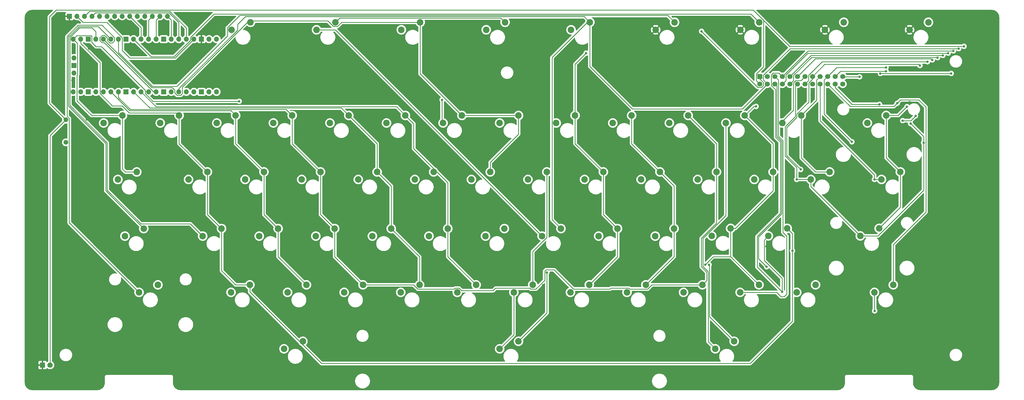
<source format=gtl>
G04 #@! TF.GenerationSoftware,KiCad,Pcbnew,(6.0.1)*
G04 #@! TF.CreationDate,2022-09-12T22:19:49-07:00*
G04 #@! TF.ProjectId,Atari130MX_wasdkb,41746172-6931-4333-904d-585f77617364,Ds*
G04 #@! TF.SameCoordinates,Original*
G04 #@! TF.FileFunction,Copper,L1,Top*
G04 #@! TF.FilePolarity,Positive*
%FSLAX46Y46*%
G04 Gerber Fmt 4.6, Leading zero omitted, Abs format (unit mm)*
G04 Created by KiCad (PCBNEW (6.0.1)) date 2022-09-12 22:19:49*
%MOMM*%
%LPD*%
G01*
G04 APERTURE LIST*
G04 Aperture macros list*
%AMRoundRect*
0 Rectangle with rounded corners*
0 $1 Rounding radius*
0 $2 $3 $4 $5 $6 $7 $8 $9 X,Y pos of 4 corners*
0 Add a 4 corners polygon primitive as box body*
4,1,4,$2,$3,$4,$5,$6,$7,$8,$9,$2,$3,0*
0 Add four circle primitives for the rounded corners*
1,1,$1+$1,$2,$3*
1,1,$1+$1,$4,$5*
1,1,$1+$1,$6,$7*
1,1,$1+$1,$8,$9*
0 Add four rect primitives between the rounded corners*
20,1,$1+$1,$2,$3,$4,$5,0*
20,1,$1+$1,$4,$5,$6,$7,0*
20,1,$1+$1,$6,$7,$8,$9,0*
20,1,$1+$1,$8,$9,$2,$3,0*%
G04 Aperture macros list end*
G04 #@! TA.AperFunction,ComponentPad*
%ADD10C,2.200000*%
G04 #@! TD*
G04 #@! TA.AperFunction,ComponentPad*
%ADD11RoundRect,0.250000X-0.600000X0.600000X-0.600000X-0.600000X0.600000X-0.600000X0.600000X0.600000X0*%
G04 #@! TD*
G04 #@! TA.AperFunction,ComponentPad*
%ADD12C,1.700000*%
G04 #@! TD*
G04 #@! TA.AperFunction,ComponentPad*
%ADD13O,1.700000X1.700000*%
G04 #@! TD*
G04 #@! TA.AperFunction,ComponentPad*
%ADD14R,1.700000X1.700000*%
G04 #@! TD*
G04 #@! TA.AperFunction,ComponentPad*
%ADD15O,1.600000X1.600000*%
G04 #@! TD*
G04 #@! TA.AperFunction,ComponentPad*
%ADD16C,1.600000*%
G04 #@! TD*
G04 #@! TA.AperFunction,ComponentPad*
%ADD17C,1.800000*%
G04 #@! TD*
G04 #@! TA.AperFunction,ComponentPad*
%ADD18R,1.800000X1.800000*%
G04 #@! TD*
G04 #@! TA.AperFunction,ViaPad*
%ADD19C,0.800000*%
G04 #@! TD*
G04 #@! TA.AperFunction,Conductor*
%ADD20C,0.250000*%
G04 #@! TD*
G04 APERTURE END LIST*
D10*
X313480300Y-58980000D03*
X307130300Y-61520000D03*
X315861550Y-116130000D03*
X309511550Y-118670000D03*
X68211550Y-116130000D03*
X61861550Y-118670000D03*
X304749050Y-99620000D03*
X311099050Y-97080000D03*
X63449050Y-97150000D03*
X57099050Y-99690000D03*
X318242800Y-78030000D03*
X311892800Y-80570000D03*
X61067800Y-78055400D03*
X54717800Y-80595400D03*
X189655300Y-135180000D03*
X183305300Y-137720000D03*
X117027175Y-135180000D03*
X110677175Y-137720000D03*
X262283425Y-135180000D03*
X255933425Y-137720000D03*
D11*
X270900000Y-45820000D03*
D12*
X273440000Y-45820000D03*
X275980000Y-45820000D03*
X278520000Y-45820000D03*
X281060000Y-45820000D03*
X283600000Y-45820000D03*
X286140000Y-45820000D03*
X288680000Y-45820000D03*
X291220000Y-45820000D03*
X293760000Y-45820000D03*
X296300000Y-45820000D03*
X298840000Y-45820000D03*
X270900000Y-48360000D03*
X273440000Y-48360000D03*
X275980000Y-48360000D03*
X278520000Y-48360000D03*
X281060000Y-48360000D03*
X283600000Y-48360000D03*
X286140000Y-48360000D03*
X288680000Y-48360000D03*
X291220000Y-48360000D03*
X293760000Y-48360000D03*
X296300000Y-48360000D03*
X298840000Y-48360000D03*
D13*
X87970000Y-51025000D03*
X85430000Y-51025000D03*
D14*
X82890000Y-51025000D03*
D13*
X80350000Y-51025000D03*
X77810000Y-51025000D03*
X75270000Y-51025000D03*
X72730000Y-51025000D03*
D14*
X70190000Y-51025000D03*
D13*
X67650000Y-51025000D03*
X65110000Y-51025000D03*
X62570000Y-51025000D03*
X60030000Y-51025000D03*
D14*
X57490000Y-51025000D03*
D13*
X54950000Y-51025000D03*
X52410000Y-51025000D03*
X49870000Y-51025000D03*
X47330000Y-51025000D03*
D14*
X44790000Y-51025000D03*
D13*
X42250000Y-51025000D03*
X39710000Y-51025000D03*
X39710000Y-33245000D03*
X42250000Y-33245000D03*
D14*
X44790000Y-33245000D03*
D13*
X47330000Y-33245000D03*
X49870000Y-33245000D03*
X52410000Y-33245000D03*
X54950000Y-33245000D03*
D14*
X57490000Y-33245000D03*
D13*
X60030000Y-33245000D03*
X62570000Y-33245000D03*
X65110000Y-33245000D03*
X67650000Y-33245000D03*
D14*
X70190000Y-33245000D03*
D13*
X72730000Y-33245000D03*
X75270000Y-33245000D03*
X77810000Y-33245000D03*
X80350000Y-33245000D03*
D14*
X82890000Y-33245000D03*
D13*
X85430000Y-33245000D03*
X87970000Y-33245000D03*
X39940000Y-44675000D03*
D14*
X39940000Y-42135000D03*
D13*
X39940000Y-39595000D03*
D10*
X185125000Y-27530000D03*
X178775000Y-30070000D03*
X156550000Y-27530000D03*
X150200000Y-30070000D03*
X127975000Y-27530000D03*
X121625000Y-30070000D03*
X99400000Y-27530000D03*
X93050000Y-30070000D03*
D15*
X37220000Y-60425000D03*
D16*
X37220000Y-68045000D03*
D14*
X38440000Y-25500000D03*
D13*
X40980000Y-25500000D03*
X43520000Y-25500000D03*
X46060000Y-25500000D03*
X48600000Y-25500000D03*
X51140000Y-25500000D03*
X53680000Y-25500000D03*
X56220000Y-25500000D03*
X58760000Y-25500000D03*
X61300000Y-25500000D03*
X63840000Y-25500000D03*
X66380000Y-25500000D03*
X68920000Y-25500000D03*
X71460000Y-25500000D03*
D10*
X242200000Y-27530000D03*
X235850000Y-30070000D03*
X270700000Y-27530000D03*
X264350000Y-30070000D03*
X327700000Y-27530000D03*
X321350000Y-30070000D03*
X299200000Y-27530000D03*
X292850000Y-30070000D03*
X213700000Y-27530000D03*
X207350000Y-30070000D03*
D17*
X31900000Y-143200000D03*
D18*
X29360000Y-143200000D03*
D10*
X92817800Y-118670000D03*
X99167800Y-116130000D03*
X180130300Y-78030000D03*
X173780300Y-80570000D03*
X111867800Y-118670000D03*
X118217800Y-116130000D03*
X103930300Y-78030000D03*
X97580300Y-80570000D03*
X149967800Y-118670000D03*
X156317800Y-116130000D03*
X199180300Y-78030000D03*
X192830300Y-80570000D03*
X161080300Y-78030000D03*
X154730300Y-80570000D03*
X280142800Y-97080000D03*
X273792800Y-99620000D03*
X264267800Y-118670000D03*
X270617800Y-116130000D03*
X283317800Y-118670000D03*
X289667800Y-116130000D03*
X102342800Y-99690000D03*
X108692800Y-97150000D03*
X142030300Y-78030000D03*
X135680300Y-80570000D03*
X78530300Y-80570000D03*
X84880300Y-78030000D03*
X261092800Y-97080000D03*
X254742800Y-99620000D03*
X245217800Y-118670000D03*
X251567800Y-116130000D03*
X256330300Y-78030000D03*
X249980300Y-80570000D03*
X237280300Y-78030000D03*
X230930300Y-80570000D03*
X188067800Y-118670000D03*
X194417800Y-116130000D03*
X207117800Y-118670000D03*
X213467800Y-116130000D03*
X259505300Y-61520000D03*
X265855300Y-58980000D03*
X235692800Y-99690000D03*
X242042800Y-97150000D03*
X216642800Y-99690000D03*
X222992800Y-97150000D03*
X197592800Y-99690000D03*
X203942800Y-97150000D03*
X218230300Y-78030000D03*
X211880300Y-80570000D03*
X178542800Y-99690000D03*
X184892800Y-97150000D03*
X278555300Y-61520000D03*
X284905300Y-58980000D03*
X159492800Y-99690000D03*
X165842800Y-97150000D03*
X140442800Y-99690000D03*
X146792800Y-97150000D03*
X49950000Y-61520000D03*
X56300000Y-58980000D03*
X294430300Y-78030000D03*
X288080300Y-80570000D03*
X122980300Y-78030000D03*
X116630300Y-80570000D03*
X275380300Y-78030000D03*
X269030300Y-80570000D03*
X121392800Y-99690000D03*
X127742800Y-97150000D03*
X226167800Y-118670000D03*
X232517800Y-116130000D03*
X130917800Y-118670000D03*
X137267800Y-116130000D03*
X169017800Y-118670000D03*
X175367800Y-116130000D03*
X83292800Y-99690000D03*
X89642800Y-97150000D03*
X221405300Y-61520000D03*
X227755300Y-58980000D03*
X202355300Y-61520000D03*
X208705300Y-58980000D03*
X183305300Y-61520000D03*
X189655300Y-58980000D03*
X164255300Y-61520000D03*
X170605300Y-58980000D03*
X145205300Y-61520000D03*
X151555300Y-58980000D03*
X126155300Y-61520000D03*
X132505300Y-58980000D03*
X107105300Y-61520000D03*
X113455300Y-58980000D03*
X88055300Y-61520000D03*
X94405300Y-58980000D03*
X69005300Y-61520000D03*
X75355300Y-58980000D03*
X240455300Y-61520000D03*
X246805300Y-58980000D03*
D19*
X274237300Y-112828000D03*
X190417300Y-96064000D03*
X36493300Y-53392000D03*
X46621550Y-55725625D03*
X288318425Y-52153750D03*
X323353022Y-59119613D03*
X281893289Y-104613211D03*
X262502500Y-89053600D03*
X254120500Y-103582400D03*
X273119700Y-103176000D03*
X309594100Y-124918400D03*
X278402900Y-118517600D03*
X309511550Y-80570000D03*
X283317800Y-80570000D03*
X322014700Y-84456200D03*
X324630900Y-60859600D03*
X301923300Y-67870000D03*
X273212789Y-110042511D03*
X34639100Y-29389000D03*
X279672900Y-55322400D03*
X269665300Y-55930479D03*
X37001300Y-62586800D03*
X154196900Y-111761200D03*
X225037500Y-107976600D03*
X207282900Y-96521200D03*
X240302900Y-91796800D03*
X290467900Y-98553200D03*
X236645300Y-74448600D03*
X284664000Y-77204500D03*
X252494900Y-109318011D03*
X197884900Y-116206200D03*
X199205700Y-111964400D03*
X275735900Y-107240000D03*
X41903500Y-27661800D03*
X298418100Y-59335600D03*
X320465300Y-56033600D03*
X319017500Y-60732600D03*
X321655925Y-61678750D03*
X253804550Y-109318000D03*
X319274675Y-121210000D03*
X339684000Y-35658000D03*
X317586000Y-33626000D03*
X286852000Y-29562000D03*
X279740000Y-31086000D03*
X267802000Y-39468000D03*
X307172000Y-29308000D03*
X72222000Y-102460000D03*
X99908000Y-130146000D03*
X221320000Y-115922000D03*
X211414000Y-48104000D03*
X217002000Y-126082000D03*
X229956000Y-102206000D03*
X257134000Y-121002000D03*
X268056000Y-101698000D03*
X238846000Y-121002000D03*
X249006000Y-101952000D03*
X210652000Y-112620000D03*
X210652000Y-101952000D03*
X88224000Y-26768000D03*
X206588000Y-41754000D03*
X184236000Y-47342000D03*
X152486000Y-46326000D03*
X146898000Y-47088000D03*
X120228000Y-48104000D03*
X96860000Y-48104000D03*
X69682000Y-36420000D03*
X59268000Y-36420000D03*
X45044000Y-36420000D03*
X42250000Y-37944000D03*
X172552000Y-101952000D03*
X153502000Y-101952000D03*
X134452000Y-101952000D03*
X115402000Y-101190000D03*
X95437175Y-103350625D03*
X71031550Y-82598000D03*
X44282000Y-60296000D03*
X276946000Y-120494000D03*
X299123550Y-83106000D03*
X310220000Y-130908000D03*
X272120000Y-63852000D03*
X278216000Y-65376000D03*
X319110000Y-43278000D03*
X274660000Y-34134000D03*
X309712000Y-52930000D03*
X314284000Y-54708000D03*
X321396000Y-54454000D03*
X328000000Y-55470000D03*
X324952000Y-105762000D03*
X331556000Y-43532000D03*
X273390000Y-53438000D03*
X274406000Y-38452000D03*
X253324000Y-27022000D03*
X170520000Y-28038000D03*
X207096000Y-26768000D03*
X107528000Y-28546000D03*
X214970000Y-34134000D03*
X195920000Y-28546000D03*
X247482000Y-28292000D03*
X324698000Y-48866000D03*
X321904000Y-47850000D03*
X277962000Y-36420000D03*
X268649300Y-124283400D03*
X317586000Y-48358000D03*
X85176000Y-45818000D03*
X282534000Y-38198000D03*
X79842000Y-29816000D03*
X279486000Y-52676000D03*
X284820000Y-52676000D03*
X301076000Y-52422000D03*
X69682000Y-28546000D03*
X57236000Y-29054000D03*
X63332000Y-28292000D03*
X76540000Y-29562000D03*
X74254000Y-29562000D03*
X39710000Y-36674000D03*
X39456000Y-47088000D03*
X78826000Y-25244000D03*
X90256000Y-50644000D03*
X92288000Y-52422000D03*
X309966000Y-48358000D03*
X304505000Y-45945000D03*
X311236000Y-55216000D03*
X313395000Y-44040000D03*
X317205000Y-54835000D03*
X313395000Y-42770000D03*
X95590000Y-54200000D03*
X324825000Y-42135000D03*
X327365000Y-40865000D03*
X163916000Y-53692000D03*
X326095000Y-68170000D03*
X329016000Y-40230000D03*
X330794000Y-39468000D03*
X334350000Y-37944000D03*
X212430000Y-37944000D03*
X337906000Y-36420000D03*
X311490000Y-44802000D03*
X335366000Y-44802000D03*
X251292000Y-30578000D03*
X332572000Y-38706000D03*
X336128000Y-37182000D03*
D20*
X62490768Y-95556000D02*
X79158800Y-95556000D01*
X51129070Y-68167685D02*
X51129070Y-84194302D01*
X51129070Y-84194302D02*
X62490768Y-95556000D01*
X38535489Y-55574103D02*
X51129070Y-68167685D01*
X38779149Y-32436849D02*
X38535489Y-32680509D01*
X38535489Y-32680509D02*
X38535489Y-55574103D01*
X79158800Y-95556000D02*
X83292800Y-99690000D01*
X278402900Y-113945600D02*
X278402900Y-118517600D01*
X272395189Y-107937889D02*
X278402900Y-113945600D01*
X272395189Y-101017611D02*
X272395189Y-107937889D01*
X273792800Y-99620000D02*
X272395189Y-101017611D01*
X255207911Y-106605000D02*
X261092800Y-106605000D01*
X252494900Y-109318011D02*
X255207911Y-106605000D01*
X255933425Y-137720000D02*
X253499530Y-135286105D01*
X253499530Y-111699030D02*
X253499530Y-133746230D01*
X253499530Y-135286105D02*
X253499530Y-133746230D01*
X262283425Y-135180000D02*
X253949050Y-126845625D01*
X253949050Y-126067750D02*
X253949050Y-109462500D01*
X253949050Y-126845625D02*
X253949050Y-126067750D01*
X188067800Y-132957500D02*
X183305300Y-137720000D01*
X188067800Y-118670000D02*
X188067800Y-132957500D01*
X199205700Y-111964400D02*
X199205700Y-125629600D01*
X199205700Y-125629600D02*
X189655300Y-135180000D01*
X315861550Y-102544454D02*
X315861550Y-116130000D01*
X326819511Y-91586493D02*
X315861550Y-102544454D01*
X326819511Y-56126711D02*
X326819511Y-91586493D01*
X324422289Y-53729489D02*
X326819511Y-56126711D01*
X318310511Y-53729489D02*
X324422289Y-53729489D01*
X317205000Y-54835000D02*
X318310511Y-53729489D01*
X323353022Y-59119613D02*
X321740035Y-60732600D01*
X321740035Y-60732600D02*
X319017500Y-60732600D01*
X281893289Y-128387611D02*
X281893289Y-104613211D01*
X267646379Y-142634521D02*
X281893289Y-128387611D01*
X123291071Y-142634521D02*
X267646379Y-142634521D01*
X115836550Y-135180000D02*
X123291071Y-142634521D01*
X281893289Y-98830489D02*
X281893289Y-104613211D01*
X280142800Y-97080000D02*
X281893289Y-98830489D01*
X127972800Y-30070000D02*
X197592800Y-99690000D01*
X121625000Y-30070000D02*
X127972800Y-30070000D01*
X199180300Y-100117064D02*
X199180300Y-78030000D01*
X194417800Y-104879564D02*
X199180300Y-100117064D01*
X194417800Y-116130000D02*
X194417800Y-104879564D01*
X275380300Y-68505000D02*
X265855300Y-58980000D01*
X275380300Y-78030000D02*
X275380300Y-68505000D01*
X262648434Y-97080000D02*
X275380300Y-84348134D01*
X275380300Y-84348134D02*
X275380300Y-78030000D01*
X261092800Y-97080000D02*
X262648434Y-97080000D01*
X277344999Y-44644999D02*
X278520000Y-45820000D01*
X275415999Y-44644999D02*
X277344999Y-44644999D01*
X274804999Y-45255999D02*
X275415999Y-44644999D01*
X274804999Y-48861901D02*
X274804999Y-45255999D01*
X276231749Y-50288651D02*
X274804999Y-48861901D01*
X276231749Y-66309883D02*
X276231749Y-50288651D01*
X277812642Y-67890777D02*
X276231749Y-66309883D01*
X277812642Y-91997376D02*
X277812642Y-67890777D01*
X270016259Y-99793759D02*
X277812642Y-91997376D01*
X270016259Y-110130959D02*
X270016259Y-99793759D01*
X278402900Y-118517600D02*
X270016259Y-110130959D01*
X270465779Y-107295501D02*
X273212789Y-110042511D01*
X270465779Y-99979957D02*
X270465779Y-107295501D01*
X278262162Y-92183574D02*
X270465779Y-99979957D01*
X278262162Y-67704579D02*
X278262162Y-92183574D01*
X276681269Y-66123686D02*
X278262162Y-67704579D01*
X276681269Y-49076213D02*
X276681269Y-66123686D01*
X276704991Y-49052491D02*
X276681269Y-49076213D01*
X276012500Y-48360000D02*
X276704991Y-49052491D01*
X275980000Y-48360000D02*
X276012500Y-48360000D01*
X278711682Y-67518382D02*
X277130789Y-65937489D01*
X278711682Y-98396818D02*
X278711682Y-67518382D01*
X277130789Y-65937489D02*
X277130789Y-60456043D01*
X279979811Y-99664947D02*
X278711682Y-98396818D01*
X310660900Y-99620000D02*
X326095000Y-84185900D01*
X304749050Y-99620000D02*
X310660900Y-99620000D01*
X326095000Y-69689700D02*
X326095000Y-84185900D01*
X288080300Y-82951250D02*
X288080300Y-80570000D01*
X304749050Y-99620000D02*
X288080300Y-82951250D01*
X284905300Y-73267500D02*
X284905300Y-58980000D01*
X289667800Y-78030000D02*
X284905300Y-73267500D01*
X294430300Y-78030000D02*
X289667800Y-78030000D01*
X227755300Y-68505000D02*
X227755300Y-58980000D01*
X237280300Y-78030000D02*
X227755300Y-68505000D01*
X242042800Y-97150000D02*
X242042800Y-82792500D01*
X242042800Y-82792500D02*
X237280300Y-78030000D01*
X242042800Y-106605000D02*
X242042800Y-97150000D01*
X232517800Y-116130000D02*
X242042800Y-106605000D01*
X208705300Y-68505000D02*
X218230300Y-78030000D01*
X208705300Y-58980000D02*
X208705300Y-68505000D01*
X222992800Y-106605000D02*
X213467800Y-116130000D01*
X222992800Y-97150000D02*
X222992800Y-106605000D01*
X218230300Y-92387500D02*
X222992800Y-97150000D01*
X218230300Y-78030000D02*
X218230300Y-92387500D01*
X200930789Y-94137989D02*
X200930789Y-93420289D01*
X203942800Y-97150000D02*
X200930789Y-94137989D01*
X200930789Y-39398209D02*
X200930789Y-93420289D01*
X234532364Y-116130000D02*
X251567800Y-116130000D01*
X233193011Y-117469353D02*
X234532364Y-116130000D01*
X233193011Y-117554511D02*
X233193011Y-117469353D01*
X227147811Y-117554511D02*
X233193011Y-117554511D01*
X226838789Y-117245489D02*
X227147811Y-117554511D01*
X220797811Y-117245489D02*
X226838789Y-117245489D01*
X220488789Y-117554511D02*
X220797811Y-117245489D01*
X201610736Y-111050000D02*
X208115247Y-117554511D01*
X198900900Y-111050000D02*
X201610736Y-111050000D01*
X198481189Y-111469711D02*
X198900900Y-111050000D01*
X198481189Y-114568511D02*
X198481189Y-111469711D01*
X193721411Y-117554511D02*
X195495189Y-117554511D01*
X193412389Y-117245489D02*
X193721411Y-117554511D01*
X195495189Y-117554511D02*
X198481189Y-114568511D01*
X181935811Y-117245489D02*
X193412389Y-117245489D01*
X181101353Y-118079947D02*
X181935811Y-117245489D01*
X170472447Y-118079947D02*
X181101353Y-118079947D01*
X169637989Y-117245489D02*
X170472447Y-118079947D01*
X168367989Y-117245489D02*
X169637989Y-117245489D01*
X168058967Y-117554511D02*
X168367989Y-117245489D01*
X155727747Y-117554511D02*
X168058967Y-117554511D01*
X154303236Y-116130000D02*
X155727747Y-117554511D01*
X137267800Y-116130000D02*
X154303236Y-116130000D01*
X208115247Y-117554511D02*
X220488789Y-117554511D01*
X165842800Y-106605000D02*
X175367800Y-116130000D01*
X165842800Y-97150000D02*
X165842800Y-106605000D01*
X165842800Y-81689516D02*
X162183284Y-78030000D01*
X162183284Y-78030000D02*
X161080300Y-78030000D01*
X165842800Y-97150000D02*
X165842800Y-81689516D01*
X256330300Y-95301282D02*
X256330300Y-78030000D01*
X251224900Y-100406682D02*
X256330300Y-95301282D01*
X253050010Y-111885228D02*
X251224900Y-110060118D01*
X253050010Y-114647790D02*
X253050010Y-111885228D01*
X251224900Y-110060118D02*
X251224900Y-100406682D01*
X251567800Y-116130000D02*
X253050010Y-114647790D01*
X256330300Y-68505000D02*
X246805300Y-58980000D01*
X256330300Y-78030000D02*
X256330300Y-68505000D01*
X251770389Y-109969889D02*
X253499530Y-111699030D01*
X251770389Y-100496911D02*
X251770389Y-109969889D01*
X259505300Y-79354177D02*
X259505300Y-92762000D01*
X259505300Y-92762000D02*
X251770389Y-100496911D01*
X259505300Y-79354177D02*
X259505300Y-61520000D01*
X142030300Y-68505000D02*
X132505300Y-58980000D01*
X142030300Y-78030000D02*
X142030300Y-68505000D01*
X146792800Y-82792500D02*
X142030300Y-78030000D01*
X146792800Y-97150000D02*
X146792800Y-82792500D01*
X156317800Y-106675000D02*
X146792800Y-97150000D01*
X156317800Y-116130000D02*
X156317800Y-106675000D01*
X113455300Y-58980000D02*
X113455300Y-68505000D01*
X113455300Y-68505000D02*
X122980300Y-78030000D01*
X122980300Y-92387500D02*
X127742800Y-97150000D01*
X122980300Y-78030000D02*
X122980300Y-92387500D01*
X127742800Y-106605000D02*
X137267800Y-116130000D01*
X127742800Y-97150000D02*
X127742800Y-106605000D01*
X108692800Y-106605000D02*
X118217800Y-116130000D01*
X108692800Y-97150000D02*
X108692800Y-106605000D01*
X103930300Y-92387500D02*
X108692800Y-97150000D01*
X103930300Y-78030000D02*
X103930300Y-92387500D01*
X94405300Y-58980000D02*
X94405300Y-68505000D01*
X94405300Y-68505000D02*
X103930300Y-78030000D01*
X75355300Y-68505000D02*
X84880300Y-78030000D01*
X75355300Y-58980000D02*
X75355300Y-68505000D01*
X84880300Y-92387500D02*
X89642800Y-97150000D01*
X84880300Y-78030000D02*
X84880300Y-92387500D01*
X89642800Y-97150000D02*
X89642800Y-111367500D01*
X89642800Y-111367500D02*
X90544500Y-112269200D01*
X94405300Y-116130000D02*
X90544500Y-112269200D01*
X50679550Y-84380500D02*
X50679550Y-82767450D01*
X63449050Y-97150000D02*
X50679550Y-84380500D01*
X50679550Y-68353882D02*
X50679550Y-82767450D01*
X309511550Y-118670000D02*
X309511550Y-124835850D01*
X309511550Y-124835850D02*
X309594100Y-124918400D01*
X277154511Y-46994511D02*
X275980000Y-45820000D01*
X277154511Y-60432321D02*
X277154511Y-46994511D01*
X277130789Y-60456043D02*
X277154511Y-60432321D01*
X279979811Y-119260053D02*
X279979811Y-99664947D01*
X279145353Y-120094511D02*
X279979811Y-119260053D01*
X276540736Y-118670000D02*
X277965247Y-120094511D01*
X277965247Y-120094511D02*
X279145353Y-120094511D01*
X264267800Y-118670000D02*
X276540736Y-118670000D01*
X261092800Y-106605000D02*
X261092800Y-97080000D01*
X270617800Y-116130000D02*
X261092800Y-106605000D01*
X38344511Y-95152961D02*
X38344511Y-93958789D01*
X61861550Y-118670000D02*
X38344511Y-95152961D01*
X38344511Y-93958789D02*
X38344511Y-59959211D01*
X99167800Y-118511250D02*
X115836550Y-135180000D01*
X99167800Y-116130000D02*
X99167800Y-118511250D01*
X99167800Y-116130000D02*
X94405300Y-116130000D01*
X301355989Y-55940511D02*
X301340511Y-55940511D01*
X316099489Y-55940511D02*
X301355989Y-55940511D01*
X311099050Y-97080000D02*
X318242800Y-89936250D01*
X318242800Y-89936250D02*
X318242800Y-78030000D01*
X313480300Y-73267500D02*
X318242800Y-78030000D01*
X313480300Y-58980000D02*
X313480300Y-73267500D01*
X317493500Y-58980000D02*
X313480300Y-58980000D01*
X320439900Y-56033600D02*
X317493500Y-58980000D01*
X320465300Y-56033600D02*
X320439900Y-56033600D01*
X311892800Y-80570000D02*
X309511550Y-80570000D01*
X161080300Y-76927015D02*
X156317800Y-72164515D01*
X161080300Y-78030000D02*
X161080300Y-76927015D01*
X56300000Y-77058846D02*
X56300000Y-58980000D01*
X61067800Y-78055400D02*
X57296554Y-78055400D01*
X57296554Y-78055400D02*
X56300000Y-77058846D01*
X180130300Y-78030000D02*
X180130300Y-74823134D01*
X180139767Y-74813667D02*
X189655300Y-65298134D01*
X180130300Y-74823134D02*
X180139767Y-74813667D01*
X292585489Y-58532189D02*
X301923300Y-67870000D01*
X292585489Y-46994511D02*
X292585489Y-58532189D01*
X293760000Y-45820000D02*
X292585489Y-46994511D01*
X291220000Y-60722816D02*
X291220000Y-48360000D01*
X309511550Y-79014366D02*
X291220000Y-60722816D01*
X309511550Y-80570000D02*
X309511550Y-79014366D01*
X287945881Y-80570000D02*
X283317800Y-80570000D01*
X66771010Y-51025000D02*
X67650000Y-51025000D01*
X50165521Y-34419511D02*
X66771010Y-51025000D01*
X49383501Y-34419511D02*
X50165521Y-34419511D01*
X48685300Y-33721310D02*
X49383501Y-34419511D01*
X48685300Y-32768690D02*
X48685300Y-33721310D01*
X49448790Y-32005200D02*
X48685300Y-32768690D01*
X51235489Y-32949479D02*
X50291210Y-32005200D01*
X51235489Y-33731499D02*
X51235489Y-32949479D01*
X51972990Y-34469000D02*
X51235489Y-33731499D01*
X53584511Y-33786189D02*
X52901700Y-34469000D01*
X53584511Y-32738811D02*
X53584511Y-33786189D01*
X37635959Y-32293555D02*
X41393554Y-28535960D01*
X50291210Y-32005200D02*
X49448790Y-32005200D01*
X38344511Y-59959211D02*
X37635959Y-59250659D01*
X37635959Y-59250659D02*
X37635959Y-32293555D01*
X41393554Y-28535960D02*
X49381660Y-28535960D01*
X52901700Y-34469000D02*
X51972990Y-34469000D01*
X49381660Y-28535960D02*
X53584511Y-32738811D01*
X148601740Y-56026440D02*
X151555300Y-58980000D01*
X67571440Y-56026440D02*
X148601740Y-56026440D01*
X62570000Y-51025000D02*
X67571440Y-56026440D01*
X33922920Y-23424980D02*
X268703982Y-23424980D01*
X268703982Y-23424980D02*
X271321501Y-26042499D01*
X31692700Y-25655200D02*
X33922920Y-23424980D01*
X31692700Y-54897700D02*
X31692700Y-25655200D01*
X37220000Y-60425000D02*
X31692700Y-54897700D01*
X155535792Y-71382508D02*
X156317800Y-72164515D01*
X154345716Y-61770416D02*
X154345716Y-70192432D01*
X154345716Y-70192432D02*
X155535792Y-71382508D01*
X151555300Y-58980000D02*
X154345716Y-61770416D01*
X268904821Y-55930479D02*
X265855300Y-58980000D01*
X269665300Y-55930479D02*
X268904821Y-55930479D01*
X189655300Y-65298134D02*
X189655300Y-58980000D01*
X279990779Y-72531279D02*
X284664000Y-77204500D01*
X279990779Y-63076440D02*
X279990779Y-72531279D01*
X287369100Y-54501636D02*
X283381300Y-58489436D01*
X283381300Y-58489436D02*
X283381300Y-59685919D01*
X287369100Y-48009890D02*
X287369100Y-54501636D01*
X288680000Y-45820000D02*
X288680000Y-46698990D01*
X283381300Y-59685919D02*
X279990779Y-63076440D01*
X288680000Y-46698990D02*
X287369100Y-48009890D01*
X92800300Y-57375000D02*
X94405300Y-58980000D01*
X52410000Y-51025000D02*
X58760000Y-57375000D01*
X58760000Y-57375000D02*
X92800300Y-57375000D01*
X38085479Y-55759811D02*
X50679550Y-68353882D01*
X41594800Y-28985480D02*
X38085479Y-32494801D01*
X38085479Y-32494801D02*
X38085479Y-55759811D01*
X48150480Y-28985480D02*
X41594800Y-28985480D01*
X52410000Y-33245000D02*
X48150480Y-28985480D01*
X39390336Y-31825661D02*
X38779149Y-32436849D01*
X38779149Y-32436849D02*
X38534999Y-32680999D01*
X321655925Y-61678750D02*
X326095000Y-66117825D01*
X326095000Y-66117825D02*
X326095000Y-69689700D01*
X326095000Y-69689700D02*
X326095000Y-68170000D01*
X301340511Y-55940511D02*
X293760000Y-48360000D01*
X317205000Y-54835000D02*
X316099489Y-55940511D01*
X301953919Y-55216000D02*
X311236000Y-55216000D01*
X296300000Y-49562081D02*
X301953919Y-55216000D01*
X296300000Y-48360000D02*
X296300000Y-49562081D01*
X253949050Y-109462500D02*
X253804550Y-109318000D01*
X65480960Y-56475960D02*
X60030000Y-51025000D01*
X130001260Y-56475960D02*
X65480960Y-56475960D01*
X132505300Y-58980000D02*
X130001260Y-56475960D01*
X54950000Y-52929282D02*
X54950000Y-51025000D01*
X58946198Y-56925480D02*
X54950000Y-52929282D01*
X111400780Y-56925480D02*
X58946198Y-56925480D01*
X113455300Y-58980000D02*
X111400780Y-56925480D01*
X41780998Y-29435000D02*
X39390336Y-31825661D01*
X42250000Y-34685325D02*
X42250000Y-33245000D01*
X52909615Y-55725625D02*
X48695489Y-51511499D01*
X56146550Y-55725625D02*
X52909615Y-55725625D01*
X58527800Y-58106875D02*
X56146550Y-55725625D01*
X48695489Y-51511499D02*
X48695489Y-41130814D01*
X74482175Y-58106875D02*
X58527800Y-58106875D01*
X48695489Y-41130814D02*
X42250000Y-34685325D01*
X75355300Y-58980000D02*
X74482175Y-58106875D01*
X208705300Y-41668700D02*
X208705300Y-58980000D01*
X212430000Y-37944000D02*
X208705300Y-41668700D01*
X283317800Y-76527800D02*
X283317800Y-80570000D01*
X279434999Y-72644999D02*
X283317800Y-76527800D01*
X170605300Y-58980000D02*
X189655300Y-58980000D01*
X156550000Y-27530000D02*
X156550000Y-44924700D01*
X156550000Y-44924700D02*
X170605300Y-58980000D01*
X212798998Y-27530000D02*
X200930789Y-39398209D01*
X213700000Y-27530000D02*
X212798998Y-27530000D01*
X290045489Y-53839811D02*
X284905300Y-58980000D01*
X290045489Y-46994511D02*
X290045489Y-53839811D01*
X291220000Y-45820000D02*
X290045489Y-46994511D01*
X31900000Y-65745000D02*
X37220000Y-60425000D01*
X31900000Y-143200000D02*
X31900000Y-65745000D01*
X269724990Y-44981820D02*
X269724990Y-47184990D01*
X272125001Y-42581809D02*
X269724990Y-44981820D01*
X272125001Y-26845999D02*
X272125001Y-42581809D01*
X269724990Y-47184990D02*
X270900000Y-48360000D01*
X280937002Y-35658000D02*
X271321501Y-26042499D01*
X339684000Y-35658000D02*
X280937002Y-35658000D01*
X271321501Y-26042499D02*
X272125001Y-26845999D01*
X72730000Y-26770000D02*
X71460000Y-25500000D01*
X72730000Y-33245000D02*
X72730000Y-26770000D01*
X67650000Y-26770000D02*
X68920000Y-25500000D01*
X67650000Y-33245000D02*
X67650000Y-26770000D01*
X65110000Y-26770000D02*
X66380000Y-25500000D01*
X65110000Y-33245000D02*
X65110000Y-26770000D01*
X62570000Y-29310000D02*
X58760000Y-25500000D01*
X62570000Y-33245000D02*
X62570000Y-29310000D01*
X47235001Y-24324999D02*
X46060000Y-25500000D01*
X72024001Y-24324999D02*
X47235001Y-24324999D01*
X75270000Y-27570998D02*
X72024001Y-24324999D01*
X75270000Y-33245000D02*
X75270000Y-27570998D01*
X72210402Y-23874990D02*
X77810000Y-29474588D01*
X77810000Y-29474588D02*
X77810000Y-33245000D01*
X45145010Y-23874990D02*
X72210402Y-23874990D01*
X43520000Y-25500000D02*
X45145010Y-23874990D01*
X50974002Y-27530000D02*
X43010000Y-27530000D01*
X56220000Y-32775998D02*
X50974002Y-27530000D01*
X56220000Y-37055000D02*
X56220000Y-32775998D01*
X58760000Y-39595000D02*
X56220000Y-37055000D01*
X74000000Y-39595000D02*
X58760000Y-39595000D01*
X43010000Y-27530000D02*
X40980000Y-25500000D01*
X80350000Y-33245000D02*
X74000000Y-39595000D01*
X298965000Y-45945000D02*
X298840000Y-45820000D01*
X304505000Y-45945000D02*
X298965000Y-45945000D01*
X60030000Y-33245000D02*
X65929990Y-39144990D01*
X267924971Y-24754971D02*
X270700000Y-27530000D01*
X87101027Y-24754971D02*
X267924971Y-24754971D01*
X79174999Y-32680999D02*
X87101027Y-24754971D01*
X79174999Y-33619003D02*
X79174999Y-32680999D01*
X73649012Y-39144990D02*
X79174999Y-33619003D01*
X65929990Y-39144990D02*
X73649012Y-39144990D01*
X239874981Y-25204981D02*
X242200000Y-27530000D01*
X95806017Y-25204981D02*
X239874981Y-25204981D01*
X91624999Y-29385999D02*
X95806017Y-25204981D01*
X91624999Y-32130001D02*
X91624999Y-29385999D01*
X74635000Y-49120000D02*
X91624999Y-32130001D01*
X66381410Y-49120000D02*
X74635000Y-49120000D01*
X54950000Y-37688590D02*
X66381410Y-49120000D01*
X54950000Y-33245000D02*
X54950000Y-37688590D01*
X298080000Y-44040000D02*
X296300000Y-45820000D01*
X313395000Y-44040000D02*
X298080000Y-44040000D01*
X128659001Y-28955001D02*
X127290999Y-28955001D01*
X130084002Y-27530000D02*
X128659001Y-28955001D01*
X127290999Y-28955001D02*
X125435000Y-27099002D01*
X156550000Y-27530000D02*
X130084002Y-27530000D01*
X99830998Y-27099002D02*
X99400000Y-27530000D01*
X125435000Y-27099002D02*
X99830998Y-27099002D01*
X76445001Y-51589001D02*
X76445001Y-49420411D01*
X75834001Y-52200001D02*
X76445001Y-51589001D01*
X98335412Y-27530000D02*
X99400000Y-27530000D01*
X74705999Y-52200001D02*
X75834001Y-52200001D01*
X73905001Y-50460999D02*
X73905001Y-51399003D01*
X73014012Y-49570010D02*
X73905001Y-50460999D01*
X73905001Y-51399003D02*
X74705999Y-52200001D01*
X66195010Y-49570010D02*
X73014012Y-49570010D01*
X49870000Y-33245000D02*
X66195010Y-49570010D01*
X85532706Y-40332706D02*
X98335412Y-27530000D01*
X76445001Y-49420411D02*
X85532706Y-40332706D01*
X296810000Y-42770000D02*
X293760000Y-45820000D01*
X313395000Y-42770000D02*
X296810000Y-42770000D01*
X47330000Y-33245000D02*
X47330000Y-30705000D01*
X47330000Y-30705000D02*
X46060000Y-29435000D01*
X46060000Y-29435000D02*
X41780998Y-29435000D01*
X129400001Y-26104999D02*
X127975000Y-27530000D01*
X183699999Y-26104999D02*
X129400001Y-26104999D01*
X185125000Y-27530000D02*
X183699999Y-26104999D01*
X41115001Y-34650001D02*
X39710000Y-33245000D01*
X40980000Y-45374002D02*
X41115001Y-45239001D01*
X40980000Y-54034002D02*
X40980000Y-45374002D01*
X41115001Y-45239001D02*
X41115001Y-34650001D01*
X45925998Y-58980000D02*
X40980000Y-54034002D01*
X56300000Y-58980000D02*
X45925998Y-58980000D01*
X40885001Y-32069999D02*
X39710000Y-33245000D01*
X45965001Y-32134999D02*
X45900001Y-32069999D01*
X45965001Y-34355001D02*
X45965001Y-32134999D01*
X45900001Y-32069999D02*
X40885001Y-32069999D01*
X63934999Y-50484999D02*
X63934999Y-51589001D01*
X47362500Y-35752500D02*
X49202500Y-35752500D01*
X49202500Y-35752500D02*
X63934999Y-50484999D01*
X95590000Y-54200000D02*
X70825000Y-54200000D01*
X66545998Y-54200000D02*
X70825000Y-54200000D01*
X63934999Y-51589001D02*
X66545998Y-54200000D01*
X47362500Y-35752500D02*
X45965001Y-34355001D01*
X292764999Y-41735001D02*
X288680000Y-45820000D01*
X324425001Y-41735001D02*
X292764999Y-41735001D01*
X324825000Y-42135000D02*
X324425001Y-41735001D01*
X287360000Y-47140000D02*
X286140000Y-48360000D01*
X287360000Y-45400998D02*
X287360000Y-47140000D01*
X291895998Y-40865000D02*
X287360000Y-45400998D01*
X327365000Y-40865000D02*
X291895998Y-40865000D01*
X163916000Y-61486000D02*
X163950000Y-61520000D01*
X163916000Y-53692000D02*
X163916000Y-61486000D01*
X282235001Y-57234999D02*
X277950000Y-61520000D01*
X282235001Y-47985997D02*
X282235001Y-57234999D01*
X283035999Y-47184999D02*
X282235001Y-47985997D01*
X284775001Y-47184999D02*
X283035999Y-47184999D01*
X286140000Y-45820000D02*
X284775001Y-47184999D01*
X279434999Y-62760001D02*
X282874999Y-59320001D01*
X279434999Y-72644999D02*
X279434999Y-62760001D01*
X282874999Y-49085001D02*
X283600000Y-48360000D01*
X282874999Y-59320001D02*
X282874999Y-49085001D01*
X289589999Y-39830001D02*
X283600000Y-45820000D01*
X328616001Y-39830001D02*
X289589999Y-39830001D01*
X329016000Y-40230000D02*
X328616001Y-39830001D01*
X282235001Y-45445997D02*
X282235001Y-47184999D01*
X282235001Y-47184999D02*
X281060000Y-48360000D01*
X288301007Y-39379991D02*
X282235001Y-45445997D01*
X330705991Y-39379991D02*
X288301007Y-39379991D01*
X330794000Y-39468000D02*
X330705991Y-39379991D01*
X279695001Y-45354999D02*
X279695001Y-47184999D01*
X279695001Y-47184999D02*
X278520000Y-48360000D01*
X287106000Y-37944000D02*
X279695001Y-45354999D01*
X334350000Y-37944000D02*
X287106000Y-37944000D01*
X211824990Y-25654990D02*
X213700000Y-27530000D01*
X95057001Y-28267001D02*
X97669012Y-25654990D01*
X95057001Y-30172001D02*
X95057001Y-28267001D01*
X97669012Y-25654990D02*
X211824990Y-25654990D01*
X75270000Y-49959002D02*
X95057001Y-30172001D01*
X75270000Y-51025000D02*
X75270000Y-49959002D01*
X213700000Y-42431000D02*
X228009000Y-56740000D01*
X213700000Y-27530000D02*
X213700000Y-42431000D01*
X265060000Y-56740000D02*
X273440000Y-48360000D01*
X228009000Y-56740000D02*
X265060000Y-56740000D01*
X272075001Y-46995001D02*
X273440000Y-48360000D01*
X272075001Y-45445997D02*
X272075001Y-46995001D01*
X281100998Y-36420000D02*
X272075001Y-45445997D01*
X337906000Y-36420000D02*
X281100998Y-36420000D01*
X331048000Y-44802000D02*
X335366000Y-44802000D01*
X331048000Y-44802000D02*
X311490000Y-44802000D01*
X270249001Y-49535001D02*
X251292000Y-30578000D01*
X271464001Y-49535001D02*
X270249001Y-49535001D01*
X272075001Y-48924001D02*
X271464001Y-49535001D01*
X272075001Y-47845001D02*
X272075001Y-48924001D01*
X270900000Y-46670000D02*
X272075001Y-47845001D01*
X270900000Y-45820000D02*
X270900000Y-46670000D01*
X288174000Y-38706000D02*
X281060000Y-45820000D01*
X332572000Y-38706000D02*
X288174000Y-38706000D01*
X287158000Y-37182000D02*
X278520000Y-45820000D01*
X336128000Y-37182000D02*
X287158000Y-37182000D01*
G04 #@! TA.AperFunction,Conductor*
G36*
X32847926Y-23388002D02*
G01*
X32894419Y-23441658D01*
X32904523Y-23511932D01*
X32875029Y-23576512D01*
X32868900Y-23583095D01*
X31300447Y-25151548D01*
X31292161Y-25159088D01*
X31285682Y-25163200D01*
X31280257Y-25168977D01*
X31239057Y-25212851D01*
X31236302Y-25215693D01*
X31216565Y-25235430D01*
X31214085Y-25238627D01*
X31206382Y-25247647D01*
X31176114Y-25279879D01*
X31172295Y-25286825D01*
X31172293Y-25286828D01*
X31166352Y-25297634D01*
X31155501Y-25314153D01*
X31143086Y-25330159D01*
X31139941Y-25337428D01*
X31139938Y-25337432D01*
X31125526Y-25370737D01*
X31120309Y-25381387D01*
X31099005Y-25420140D01*
X31097034Y-25427815D01*
X31097034Y-25427816D01*
X31093967Y-25439762D01*
X31087563Y-25458466D01*
X31079519Y-25477055D01*
X31078280Y-25484878D01*
X31078277Y-25484888D01*
X31072601Y-25520724D01*
X31070195Y-25532344D01*
X31061172Y-25567489D01*
X31059200Y-25575170D01*
X31059200Y-25595424D01*
X31057649Y-25615134D01*
X31054480Y-25635143D01*
X31055226Y-25643035D01*
X31058641Y-25679161D01*
X31059200Y-25691019D01*
X31059200Y-54818933D01*
X31058673Y-54830116D01*
X31056998Y-54837609D01*
X31057247Y-54845535D01*
X31057247Y-54845536D01*
X31059138Y-54905686D01*
X31059200Y-54909645D01*
X31059200Y-54937556D01*
X31059697Y-54941490D01*
X31059697Y-54941491D01*
X31059705Y-54941556D01*
X31060638Y-54953393D01*
X31062027Y-54997589D01*
X31065679Y-55010158D01*
X31067678Y-55017039D01*
X31071687Y-55036400D01*
X31074226Y-55056497D01*
X31077145Y-55063868D01*
X31077145Y-55063870D01*
X31090504Y-55097612D01*
X31094349Y-55108842D01*
X31104343Y-55143242D01*
X31106682Y-55151293D01*
X31110715Y-55158112D01*
X31110717Y-55158117D01*
X31116993Y-55168728D01*
X31125688Y-55186476D01*
X31133148Y-55205317D01*
X31137810Y-55211733D01*
X31137810Y-55211734D01*
X31159136Y-55241087D01*
X31165652Y-55251007D01*
X31176840Y-55269924D01*
X31188158Y-55289062D01*
X31202479Y-55303383D01*
X31215319Y-55318416D01*
X31227228Y-55334807D01*
X31261305Y-55362998D01*
X31270084Y-55370988D01*
X35910848Y-60011752D01*
X35944874Y-60074064D01*
X35943459Y-60133459D01*
X35927882Y-60191591D01*
X35927880Y-60191602D01*
X35926457Y-60196913D01*
X35906502Y-60425000D01*
X35926457Y-60653087D01*
X35927880Y-60658398D01*
X35927882Y-60658409D01*
X35943459Y-60716541D01*
X35941770Y-60787517D01*
X35910848Y-60838248D01*
X31507747Y-65241348D01*
X31499461Y-65248888D01*
X31492982Y-65253000D01*
X31487557Y-65258777D01*
X31446357Y-65302651D01*
X31443602Y-65305493D01*
X31423865Y-65325230D01*
X31421385Y-65328427D01*
X31413682Y-65337447D01*
X31383414Y-65369679D01*
X31379595Y-65376625D01*
X31379593Y-65376628D01*
X31373652Y-65387434D01*
X31362801Y-65403953D01*
X31350386Y-65419959D01*
X31347241Y-65427228D01*
X31347238Y-65427232D01*
X31332826Y-65460537D01*
X31327609Y-65471187D01*
X31306305Y-65509940D01*
X31304334Y-65517615D01*
X31304334Y-65517616D01*
X31301267Y-65529562D01*
X31294863Y-65548266D01*
X31286819Y-65566855D01*
X31285580Y-65574678D01*
X31285577Y-65574688D01*
X31279901Y-65610524D01*
X31277495Y-65622144D01*
X31275623Y-65629435D01*
X31266500Y-65664970D01*
X31266500Y-65685224D01*
X31264949Y-65704934D01*
X31261780Y-65724943D01*
X31262526Y-65732835D01*
X31265941Y-65768961D01*
X31266500Y-65780819D01*
X31266500Y-141865319D01*
X31246498Y-141933440D01*
X31198679Y-141977083D01*
X31151463Y-142001662D01*
X31146872Y-142004052D01*
X31142734Y-142007159D01*
X30993784Y-142118994D01*
X30961655Y-142143117D01*
X30958083Y-142146855D01*
X30943787Y-142161815D01*
X30882263Y-142197245D01*
X30811351Y-142193788D01*
X30753564Y-142152543D01*
X30734711Y-142118994D01*
X30713324Y-142061946D01*
X30704786Y-142046351D01*
X30628285Y-141944276D01*
X30615724Y-141931715D01*
X30513649Y-141855214D01*
X30498054Y-141846676D01*
X30377606Y-141801522D01*
X30362351Y-141797895D01*
X30311486Y-141792369D01*
X30304672Y-141792000D01*
X29632115Y-141792000D01*
X29616876Y-141796475D01*
X29615671Y-141797865D01*
X29614000Y-141805548D01*
X29614000Y-144589884D01*
X29618475Y-144605123D01*
X29619865Y-144606328D01*
X29627548Y-144607999D01*
X30304669Y-144607999D01*
X30311490Y-144607629D01*
X30362352Y-144602105D01*
X30377604Y-144598479D01*
X30498054Y-144553324D01*
X30513649Y-144544786D01*
X30615724Y-144468285D01*
X30628285Y-144455724D01*
X30704786Y-144353649D01*
X30713324Y-144338054D01*
X30734773Y-144280840D01*
X30777415Y-144224075D01*
X30843977Y-144199376D01*
X30913325Y-144214584D01*
X30933240Y-144228126D01*
X31089349Y-144357730D01*
X31289322Y-144474584D01*
X31505694Y-144557209D01*
X31510760Y-144558240D01*
X31510761Y-144558240D01*
X31563846Y-144569040D01*
X31732656Y-144603385D01*
X31863324Y-144608176D01*
X31958949Y-144611683D01*
X31958953Y-144611683D01*
X31964113Y-144611872D01*
X31969233Y-144611216D01*
X31969235Y-144611216D01*
X32068668Y-144598478D01*
X32193847Y-144582442D01*
X32198795Y-144580957D01*
X32198802Y-144580956D01*
X32410747Y-144517369D01*
X32415690Y-144515886D01*
X32496236Y-144476427D01*
X32619049Y-144416262D01*
X32619052Y-144416260D01*
X32623684Y-144413991D01*
X32812243Y-144279494D01*
X32976303Y-144116005D01*
X33111458Y-143927917D01*
X33214078Y-143720280D01*
X33281408Y-143498671D01*
X33311640Y-143269041D01*
X33311970Y-143255534D01*
X33313245Y-143203365D01*
X33313245Y-143203361D01*
X33313327Y-143200000D01*
X33305982Y-143110656D01*
X33294773Y-142974318D01*
X33294772Y-142974312D01*
X33294349Y-142969167D01*
X33243945Y-142768500D01*
X33239184Y-142749544D01*
X33239183Y-142749540D01*
X33237925Y-142744533D01*
X33223771Y-142711981D01*
X33147630Y-142536868D01*
X33147628Y-142536865D01*
X33145570Y-142532131D01*
X33019764Y-142337665D01*
X32863887Y-142166358D01*
X32859836Y-142163159D01*
X32859832Y-142163155D01*
X32686178Y-142026012D01*
X32686175Y-142026010D01*
X32682123Y-142022810D01*
X32598607Y-141976707D01*
X32548636Y-141926274D01*
X32533500Y-141866398D01*
X32533500Y-139932703D01*
X35110743Y-139932703D01*
X35148268Y-140217734D01*
X35224129Y-140495036D01*
X35336923Y-140759476D01*
X35484561Y-141006161D01*
X35664313Y-141230528D01*
X35872851Y-141428423D01*
X36106317Y-141596186D01*
X36110112Y-141598195D01*
X36110113Y-141598196D01*
X36131869Y-141609715D01*
X36360392Y-141730712D01*
X36384699Y-141739607D01*
X36577374Y-141810116D01*
X36630373Y-141829511D01*
X36911264Y-141890755D01*
X36939841Y-141893004D01*
X37134282Y-141908307D01*
X37134291Y-141908307D01*
X37136739Y-141908500D01*
X37292271Y-141908500D01*
X37294407Y-141908354D01*
X37294418Y-141908354D01*
X37502548Y-141894165D01*
X37502554Y-141894164D01*
X37506825Y-141893873D01*
X37511020Y-141893004D01*
X37511022Y-141893004D01*
X37734732Y-141846676D01*
X37788342Y-141835574D01*
X38059343Y-141739607D01*
X38314812Y-141607750D01*
X38318313Y-141605289D01*
X38318317Y-141605287D01*
X38432418Y-141525095D01*
X38550023Y-141442441D01*
X38760622Y-141246740D01*
X38942713Y-141024268D01*
X39092927Y-140779142D01*
X39208483Y-140515898D01*
X39236421Y-140417821D01*
X111978675Y-140417821D01*
X112018235Y-140730975D01*
X112096732Y-141036702D01*
X112098185Y-141040371D01*
X112098185Y-141040372D01*
X112181049Y-141249661D01*
X112212928Y-141330179D01*
X112214834Y-141333647D01*
X112214835Y-141333648D01*
X112265317Y-141425473D01*
X112364991Y-141606779D01*
X112550521Y-141862140D01*
X112766593Y-142092233D01*
X113009800Y-142293432D01*
X113276306Y-142462562D01*
X113279885Y-142464246D01*
X113279892Y-142464250D01*
X113558319Y-142595267D01*
X113558323Y-142595269D01*
X113561909Y-142596956D01*
X113862103Y-142694495D01*
X114172155Y-142753641D01*
X114408337Y-142768500D01*
X114566013Y-142768500D01*
X114802195Y-142753641D01*
X115112247Y-142694495D01*
X115412441Y-142596956D01*
X115416027Y-142595269D01*
X115416031Y-142595267D01*
X115694458Y-142464250D01*
X115694465Y-142464246D01*
X115698044Y-142462562D01*
X115964550Y-142293432D01*
X116207757Y-142092233D01*
X116423829Y-141862140D01*
X116609359Y-141606779D01*
X116709034Y-141425473D01*
X116759515Y-141333648D01*
X116759516Y-141333647D01*
X116761422Y-141330179D01*
X116793302Y-141249661D01*
X116876165Y-141040372D01*
X116876165Y-141040371D01*
X116877618Y-141036702D01*
X116956115Y-140730975D01*
X116995675Y-140417821D01*
X116995675Y-140102179D01*
X116956115Y-139789025D01*
X116877618Y-139483298D01*
X116835977Y-139378124D01*
X116762877Y-139193495D01*
X116762875Y-139193490D01*
X116761422Y-139189821D01*
X116743717Y-139157616D01*
X116611268Y-138916693D01*
X116611266Y-138916690D01*
X116609359Y-138913221D01*
X116423829Y-138657860D01*
X116230985Y-138452502D01*
X116210472Y-138430658D01*
X116210471Y-138430657D01*
X116207757Y-138427767D01*
X116141331Y-138372814D01*
X115967602Y-138229093D01*
X115964550Y-138226568D01*
X115698044Y-138057438D01*
X115694465Y-138055754D01*
X115694458Y-138055750D01*
X115416031Y-137924733D01*
X115416027Y-137924731D01*
X115412441Y-137923044D01*
X115112247Y-137825505D01*
X114802195Y-137766359D01*
X114566013Y-137751500D01*
X114408337Y-137751500D01*
X114172155Y-137766359D01*
X113862103Y-137825505D01*
X113561909Y-137923044D01*
X113558323Y-137924731D01*
X113558319Y-137924733D01*
X113279892Y-138055750D01*
X113279885Y-138055754D01*
X113276306Y-138057438D01*
X113009800Y-138226568D01*
X113006748Y-138229093D01*
X112833020Y-138372814D01*
X112766593Y-138427767D01*
X112763879Y-138430657D01*
X112763878Y-138430658D01*
X112743365Y-138452502D01*
X112550521Y-138657860D01*
X112364991Y-138913221D01*
X112363084Y-138916690D01*
X112363082Y-138916693D01*
X112230633Y-139157616D01*
X112212928Y-139189821D01*
X112211475Y-139193490D01*
X112211473Y-139193495D01*
X112138373Y-139378124D01*
X112096732Y-139483298D01*
X112018235Y-139789025D01*
X111978675Y-140102179D01*
X111978675Y-140417821D01*
X39236421Y-140417821D01*
X39287244Y-140239406D01*
X39327751Y-139954784D01*
X39327845Y-139936951D01*
X39329235Y-139671583D01*
X39329235Y-139671576D01*
X39329257Y-139667297D01*
X39291732Y-139382266D01*
X39215871Y-139104964D01*
X39205295Y-139080170D01*
X39104763Y-138844476D01*
X39104761Y-138844472D01*
X39103077Y-138840524D01*
X39002298Y-138672135D01*
X38957643Y-138597521D01*
X38957640Y-138597517D01*
X38955439Y-138593839D01*
X38775687Y-138369472D01*
X38627758Y-138229093D01*
X38570258Y-138174527D01*
X38570255Y-138174525D01*
X38567149Y-138171577D01*
X38333683Y-138003814D01*
X38311843Y-137992250D01*
X38181135Y-137923044D01*
X38079608Y-137869288D01*
X37809627Y-137770489D01*
X37578063Y-137720000D01*
X109063701Y-137720000D01*
X109083566Y-137972403D01*
X109084720Y-137977210D01*
X109084721Y-137977216D01*
X109103981Y-138057438D01*
X109142670Y-138218591D01*
X109144563Y-138223162D01*
X109144564Y-138223164D01*
X109228268Y-138425242D01*
X109239559Y-138452502D01*
X109371847Y-138668376D01*
X109536277Y-138860898D01*
X109728799Y-139025328D01*
X109944673Y-139157616D01*
X109949243Y-139159509D01*
X109949247Y-139159511D01*
X110174011Y-139252611D01*
X110178584Y-139254505D01*
X110263207Y-139274821D01*
X110419959Y-139312454D01*
X110419965Y-139312455D01*
X110424772Y-139313609D01*
X110677175Y-139333474D01*
X110929578Y-139313609D01*
X110934385Y-139312455D01*
X110934391Y-139312454D01*
X111091143Y-139274821D01*
X111175766Y-139254505D01*
X111180339Y-139252611D01*
X111405103Y-139159511D01*
X111405107Y-139159509D01*
X111409677Y-139157616D01*
X111625551Y-139025328D01*
X111818073Y-138860898D01*
X111982503Y-138668376D01*
X112114791Y-138452502D01*
X112126083Y-138425242D01*
X112209786Y-138223164D01*
X112209787Y-138223162D01*
X112211680Y-138218591D01*
X112250369Y-138057438D01*
X112269629Y-137977216D01*
X112269630Y-137977210D01*
X112270784Y-137972403D01*
X112290649Y-137720000D01*
X112270784Y-137467597D01*
X112211680Y-137221409D01*
X112114791Y-136987498D01*
X111982503Y-136771624D01*
X111818073Y-136579102D01*
X111625551Y-136414672D01*
X111409677Y-136282384D01*
X111405107Y-136280491D01*
X111405103Y-136280489D01*
X111180339Y-136187389D01*
X111180337Y-136187388D01*
X111175766Y-136185495D01*
X111091143Y-136165179D01*
X110934391Y-136127546D01*
X110934385Y-136127545D01*
X110929578Y-136126391D01*
X110677175Y-136106526D01*
X110424772Y-136126391D01*
X110419965Y-136127545D01*
X110419959Y-136127546D01*
X110263207Y-136165179D01*
X110178584Y-136185495D01*
X110174013Y-136187388D01*
X110174011Y-136187389D01*
X109949247Y-136280489D01*
X109949243Y-136280491D01*
X109944673Y-136282384D01*
X109728799Y-136414672D01*
X109536277Y-136579102D01*
X109371847Y-136771624D01*
X109239559Y-136987498D01*
X109142670Y-137221409D01*
X109083566Y-137467597D01*
X109063701Y-137720000D01*
X37578063Y-137720000D01*
X37528736Y-137709245D01*
X37497685Y-137706801D01*
X37305718Y-137691693D01*
X37305709Y-137691693D01*
X37303261Y-137691500D01*
X37147729Y-137691500D01*
X37145593Y-137691646D01*
X37145582Y-137691646D01*
X36937452Y-137705835D01*
X36937446Y-137705836D01*
X36933175Y-137706127D01*
X36928980Y-137706996D01*
X36928978Y-137706996D01*
X36866184Y-137720000D01*
X36651658Y-137764426D01*
X36380657Y-137860393D01*
X36125188Y-137992250D01*
X36121687Y-137994711D01*
X36121683Y-137994713D01*
X36032435Y-138057438D01*
X35889977Y-138157559D01*
X35679378Y-138353260D01*
X35497287Y-138575732D01*
X35347073Y-138820858D01*
X35345347Y-138824791D01*
X35345346Y-138824792D01*
X35257317Y-139025328D01*
X35231517Y-139084102D01*
X35230342Y-139088229D01*
X35230341Y-139088230D01*
X35192137Y-139222348D01*
X35152756Y-139360594D01*
X35112249Y-139645216D01*
X35112227Y-139649505D01*
X35112226Y-139649512D01*
X35111475Y-139792961D01*
X35110743Y-139932703D01*
X32533500Y-139932703D01*
X32533500Y-129702196D01*
X51269300Y-129702196D01*
X51308860Y-130015350D01*
X51387357Y-130321077D01*
X51503553Y-130614554D01*
X51655616Y-130891154D01*
X51841146Y-131146515D01*
X52057218Y-131376608D01*
X52060269Y-131379132D01*
X52060270Y-131379133D01*
X52079300Y-131394876D01*
X52300425Y-131577807D01*
X52566931Y-131746937D01*
X52570510Y-131748621D01*
X52570517Y-131748625D01*
X52848944Y-131879642D01*
X52848948Y-131879644D01*
X52852534Y-131881331D01*
X53152728Y-131978870D01*
X53462780Y-132038016D01*
X53698962Y-132052875D01*
X53856638Y-132052875D01*
X54092820Y-132038016D01*
X54402872Y-131978870D01*
X54703066Y-131881331D01*
X54706652Y-131879644D01*
X54706656Y-131879642D01*
X54985083Y-131748625D01*
X54985090Y-131748621D01*
X54988669Y-131746937D01*
X55255175Y-131577807D01*
X55476300Y-131394876D01*
X55495330Y-131379133D01*
X55495331Y-131379132D01*
X55498382Y-131376608D01*
X55714454Y-131146515D01*
X55899984Y-130891154D01*
X56052047Y-130614554D01*
X56168243Y-130321077D01*
X56246740Y-130015350D01*
X56286300Y-129702196D01*
X75069300Y-129702196D01*
X75108860Y-130015350D01*
X75187357Y-130321077D01*
X75303553Y-130614554D01*
X75455616Y-130891154D01*
X75641146Y-131146515D01*
X75857218Y-131376608D01*
X75860269Y-131379132D01*
X75860270Y-131379133D01*
X75879300Y-131394876D01*
X76100425Y-131577807D01*
X76366931Y-131746937D01*
X76370510Y-131748621D01*
X76370517Y-131748625D01*
X76648944Y-131879642D01*
X76648948Y-131879644D01*
X76652534Y-131881331D01*
X76952728Y-131978870D01*
X77262780Y-132038016D01*
X77498962Y-132052875D01*
X77656638Y-132052875D01*
X77892820Y-132038016D01*
X78202872Y-131978870D01*
X78503066Y-131881331D01*
X78506652Y-131879644D01*
X78506656Y-131879642D01*
X78785083Y-131748625D01*
X78785090Y-131748621D01*
X78788669Y-131746937D01*
X79055175Y-131577807D01*
X79276300Y-131394876D01*
X79295330Y-131379133D01*
X79295331Y-131379132D01*
X79298382Y-131376608D01*
X79514454Y-131146515D01*
X79699984Y-130891154D01*
X79852047Y-130614554D01*
X79968243Y-130321077D01*
X80046740Y-130015350D01*
X80086300Y-129702196D01*
X80086300Y-129386554D01*
X80046740Y-129073400D01*
X79968243Y-128767673D01*
X79930397Y-128672084D01*
X79853502Y-128477870D01*
X79853500Y-128477865D01*
X79852047Y-128474196D01*
X79831853Y-128437463D01*
X79701893Y-128201068D01*
X79701891Y-128201065D01*
X79699984Y-128197596D01*
X79514454Y-127942235D01*
X79298382Y-127712142D01*
X79055175Y-127510943D01*
X78788669Y-127341813D01*
X78785090Y-127340129D01*
X78785083Y-127340125D01*
X78506656Y-127209108D01*
X78506652Y-127209106D01*
X78503066Y-127207419D01*
X78202872Y-127109880D01*
X77892820Y-127050734D01*
X77656638Y-127035875D01*
X77498962Y-127035875D01*
X77262780Y-127050734D01*
X76952728Y-127109880D01*
X76652534Y-127207419D01*
X76648948Y-127209106D01*
X76648944Y-127209108D01*
X76370517Y-127340125D01*
X76370510Y-127340129D01*
X76366931Y-127341813D01*
X76100425Y-127510943D01*
X75857218Y-127712142D01*
X75641146Y-127942235D01*
X75455616Y-128197596D01*
X75453709Y-128201065D01*
X75453707Y-128201068D01*
X75323747Y-128437463D01*
X75303553Y-128474196D01*
X75302100Y-128477865D01*
X75302098Y-128477870D01*
X75225203Y-128672084D01*
X75187357Y-128767673D01*
X75108860Y-129073400D01*
X75069300Y-129386554D01*
X75069300Y-129702196D01*
X56286300Y-129702196D01*
X56286300Y-129386554D01*
X56246740Y-129073400D01*
X56168243Y-128767673D01*
X56130397Y-128672084D01*
X56053502Y-128477870D01*
X56053500Y-128477865D01*
X56052047Y-128474196D01*
X56031853Y-128437463D01*
X55901893Y-128201068D01*
X55901891Y-128201065D01*
X55899984Y-128197596D01*
X55714454Y-127942235D01*
X55498382Y-127712142D01*
X55255175Y-127510943D01*
X54988669Y-127341813D01*
X54985090Y-127340129D01*
X54985083Y-127340125D01*
X54706656Y-127209108D01*
X54706652Y-127209106D01*
X54703066Y-127207419D01*
X54402872Y-127109880D01*
X54092820Y-127050734D01*
X53856638Y-127035875D01*
X53698962Y-127035875D01*
X53462780Y-127050734D01*
X53152728Y-127109880D01*
X52852534Y-127207419D01*
X52848948Y-127209106D01*
X52848944Y-127209108D01*
X52570517Y-127340125D01*
X52570510Y-127340129D01*
X52566931Y-127341813D01*
X52300425Y-127510943D01*
X52057218Y-127712142D01*
X51841146Y-127942235D01*
X51655616Y-128197596D01*
X51653709Y-128201065D01*
X51653707Y-128201068D01*
X51523747Y-128437463D01*
X51503553Y-128474196D01*
X51502100Y-128477865D01*
X51502098Y-128477870D01*
X51425203Y-128672084D01*
X51387357Y-128767673D01*
X51308860Y-129073400D01*
X51269300Y-129386554D01*
X51269300Y-129702196D01*
X32533500Y-129702196D01*
X32533500Y-121367821D01*
X63163050Y-121367821D01*
X63202610Y-121680975D01*
X63281107Y-121986702D01*
X63397303Y-122280179D01*
X63549366Y-122556779D01*
X63734896Y-122812140D01*
X63950968Y-123042233D01*
X64194175Y-123243432D01*
X64460681Y-123412562D01*
X64464260Y-123414246D01*
X64464267Y-123414250D01*
X64742694Y-123545267D01*
X64742698Y-123545269D01*
X64746284Y-123546956D01*
X65046478Y-123644495D01*
X65356530Y-123703641D01*
X65592712Y-123718500D01*
X65750388Y-123718500D01*
X65986570Y-123703641D01*
X66296622Y-123644495D01*
X66596816Y-123546956D01*
X66600402Y-123545269D01*
X66600406Y-123545267D01*
X66878833Y-123414250D01*
X66878840Y-123414246D01*
X66882419Y-123412562D01*
X67148925Y-123243432D01*
X67392132Y-123042233D01*
X67608204Y-122812140D01*
X67793734Y-122556779D01*
X67945797Y-122280179D01*
X68061993Y-121986702D01*
X68140490Y-121680975D01*
X68180050Y-121367821D01*
X94119300Y-121367821D01*
X94158860Y-121680975D01*
X94237357Y-121986702D01*
X94353553Y-122280179D01*
X94505616Y-122556779D01*
X94691146Y-122812140D01*
X94907218Y-123042233D01*
X95150425Y-123243432D01*
X95416931Y-123412562D01*
X95420510Y-123414246D01*
X95420517Y-123414250D01*
X95698944Y-123545267D01*
X95698948Y-123545269D01*
X95702534Y-123546956D01*
X96002728Y-123644495D01*
X96312780Y-123703641D01*
X96548962Y-123718500D01*
X96706638Y-123718500D01*
X96942820Y-123703641D01*
X97252872Y-123644495D01*
X97553066Y-123546956D01*
X97556652Y-123545269D01*
X97556656Y-123545267D01*
X97835083Y-123414250D01*
X97835090Y-123414246D01*
X97838669Y-123412562D01*
X98105175Y-123243432D01*
X98348382Y-123042233D01*
X98564454Y-122812140D01*
X98749984Y-122556779D01*
X98902047Y-122280179D01*
X99018243Y-121986702D01*
X99096740Y-121680975D01*
X99136300Y-121367821D01*
X99136300Y-121052179D01*
X99096740Y-120739025D01*
X99018243Y-120433298D01*
X99016790Y-120429628D01*
X98903502Y-120143495D01*
X98903500Y-120143490D01*
X98902047Y-120139821D01*
X98889175Y-120116407D01*
X98751893Y-119866693D01*
X98751891Y-119866690D01*
X98749984Y-119863221D01*
X98564454Y-119607860D01*
X98371610Y-119402502D01*
X98351097Y-119380658D01*
X98351096Y-119380657D01*
X98348382Y-119377767D01*
X98266359Y-119309911D01*
X98108227Y-119179093D01*
X98105175Y-119176568D01*
X97838669Y-119007438D01*
X97835090Y-119005754D01*
X97835083Y-119005750D01*
X97556656Y-118874733D01*
X97556652Y-118874731D01*
X97553066Y-118873044D01*
X97511204Y-118859442D01*
X97256648Y-118776732D01*
X97256650Y-118776732D01*
X97252872Y-118775505D01*
X96942820Y-118716359D01*
X96706638Y-118701500D01*
X96548962Y-118701500D01*
X96312780Y-118716359D01*
X96002728Y-118775505D01*
X95998950Y-118776732D01*
X95998952Y-118776732D01*
X95744397Y-118859442D01*
X95702534Y-118873044D01*
X95698948Y-118874731D01*
X95698944Y-118874733D01*
X95420517Y-119005750D01*
X95420510Y-119005754D01*
X95416931Y-119007438D01*
X95150425Y-119176568D01*
X95147373Y-119179093D01*
X94989242Y-119309911D01*
X94907218Y-119377767D01*
X94904504Y-119380657D01*
X94904503Y-119380658D01*
X94883990Y-119402502D01*
X94691146Y-119607860D01*
X94505616Y-119863221D01*
X94503709Y-119866690D01*
X94503707Y-119866693D01*
X94366425Y-120116407D01*
X94353553Y-120139821D01*
X94352100Y-120143490D01*
X94352098Y-120143495D01*
X94238810Y-120429628D01*
X94237357Y-120433298D01*
X94158860Y-120739025D01*
X94119300Y-121052179D01*
X94119300Y-121367821D01*
X68180050Y-121367821D01*
X68180050Y-121052179D01*
X68140490Y-120739025D01*
X68061993Y-120433298D01*
X68060540Y-120429628D01*
X67947252Y-120143495D01*
X67947250Y-120143490D01*
X67945797Y-120139821D01*
X67932925Y-120116407D01*
X67795643Y-119866693D01*
X67795641Y-119866690D01*
X67793734Y-119863221D01*
X67608204Y-119607860D01*
X67415360Y-119402502D01*
X67394847Y-119380658D01*
X67394846Y-119380657D01*
X67392132Y-119377767D01*
X67310109Y-119309911D01*
X67151977Y-119179093D01*
X67148925Y-119176568D01*
X66882419Y-119007438D01*
X66878840Y-119005754D01*
X66878833Y-119005750D01*
X66600406Y-118874733D01*
X66600402Y-118874731D01*
X66596816Y-118873044D01*
X66554954Y-118859442D01*
X66300398Y-118776732D01*
X66300400Y-118776732D01*
X66296622Y-118775505D01*
X65986570Y-118716359D01*
X65750388Y-118701500D01*
X65592712Y-118701500D01*
X65356530Y-118716359D01*
X65046478Y-118775505D01*
X65042700Y-118776732D01*
X65042702Y-118776732D01*
X64788147Y-118859442D01*
X64746284Y-118873044D01*
X64742698Y-118874731D01*
X64742694Y-118874733D01*
X64464267Y-119005750D01*
X64464260Y-119005754D01*
X64460681Y-119007438D01*
X64194175Y-119176568D01*
X64191123Y-119179093D01*
X64032992Y-119309911D01*
X63950968Y-119377767D01*
X63948254Y-119380657D01*
X63948253Y-119380658D01*
X63927740Y-119402502D01*
X63734896Y-119607860D01*
X63549366Y-119863221D01*
X63547459Y-119866690D01*
X63547457Y-119866693D01*
X63410175Y-120116407D01*
X63397303Y-120139821D01*
X63395850Y-120143490D01*
X63395848Y-120143495D01*
X63282560Y-120429628D01*
X63281107Y-120433298D01*
X63202610Y-120739025D01*
X63163050Y-121052179D01*
X63163050Y-121367821D01*
X32533500Y-121367821D01*
X32533500Y-66059594D01*
X32553502Y-65991473D01*
X32570405Y-65970499D01*
X36806752Y-61734152D01*
X36869064Y-61700126D01*
X36928459Y-61701541D01*
X36986591Y-61717118D01*
X36986602Y-61717120D01*
X36991913Y-61718543D01*
X37220000Y-61738498D01*
X37448087Y-61718543D01*
X37552401Y-61690592D01*
X37623376Y-61692282D01*
X37682172Y-61732076D01*
X37710120Y-61797340D01*
X37711011Y-61812299D01*
X37711011Y-66657701D01*
X37691009Y-66725822D01*
X37637353Y-66772315D01*
X37567079Y-66782419D01*
X37552407Y-66779410D01*
X37448087Y-66751457D01*
X37220000Y-66731502D01*
X36991913Y-66751457D01*
X36986600Y-66752881D01*
X36986598Y-66752881D01*
X36776067Y-66809293D01*
X36776065Y-66809294D01*
X36770757Y-66810716D01*
X36765776Y-66813039D01*
X36765775Y-66813039D01*
X36568238Y-66905151D01*
X36568233Y-66905154D01*
X36563251Y-66907477D01*
X36484139Y-66962872D01*
X36380211Y-67035643D01*
X36380208Y-67035645D01*
X36375700Y-67038802D01*
X36213802Y-67200700D01*
X36082477Y-67388251D01*
X36080154Y-67393233D01*
X36080151Y-67393238D01*
X36013769Y-67535597D01*
X35985716Y-67595757D01*
X35984294Y-67601065D01*
X35984293Y-67601067D01*
X35937333Y-67776323D01*
X35926457Y-67816913D01*
X35906502Y-68045000D01*
X35926457Y-68273087D01*
X35927881Y-68278400D01*
X35927881Y-68278402D01*
X35976865Y-68461209D01*
X35985716Y-68494243D01*
X35988039Y-68499224D01*
X35988039Y-68499225D01*
X36080151Y-68696762D01*
X36080154Y-68696767D01*
X36082477Y-68701749D01*
X36213802Y-68889300D01*
X36375700Y-69051198D01*
X36380208Y-69054355D01*
X36380211Y-69054357D01*
X36458389Y-69109098D01*
X36563251Y-69182523D01*
X36568233Y-69184846D01*
X36568238Y-69184849D01*
X36728988Y-69259807D01*
X36770757Y-69279284D01*
X36776065Y-69280706D01*
X36776067Y-69280707D01*
X36986598Y-69337119D01*
X36986600Y-69337119D01*
X36991913Y-69338543D01*
X37220000Y-69358498D01*
X37448087Y-69338543D01*
X37552401Y-69310592D01*
X37623376Y-69312282D01*
X37682172Y-69352076D01*
X37710120Y-69417340D01*
X37711011Y-69432299D01*
X37711011Y-95074194D01*
X37710484Y-95085377D01*
X37708809Y-95092870D01*
X37709058Y-95100796D01*
X37709058Y-95100797D01*
X37710949Y-95160947D01*
X37711011Y-95164906D01*
X37711011Y-95192817D01*
X37711508Y-95196751D01*
X37711508Y-95196752D01*
X37711516Y-95196817D01*
X37712449Y-95208654D01*
X37713838Y-95252850D01*
X37719489Y-95272300D01*
X37723498Y-95291661D01*
X37726037Y-95311758D01*
X37728956Y-95319129D01*
X37728956Y-95319131D01*
X37742315Y-95352873D01*
X37746160Y-95364103D01*
X37758493Y-95406554D01*
X37762526Y-95413373D01*
X37762528Y-95413378D01*
X37768804Y-95423989D01*
X37777499Y-95441737D01*
X37784959Y-95460578D01*
X37789621Y-95466994D01*
X37789621Y-95466995D01*
X37810947Y-95496348D01*
X37817463Y-95506268D01*
X37835358Y-95536526D01*
X37839969Y-95544323D01*
X37854290Y-95558644D01*
X37867130Y-95573677D01*
X37879039Y-95590068D01*
X37896825Y-95604782D01*
X37913116Y-95618259D01*
X37921895Y-95626249D01*
X54424205Y-112128559D01*
X54458231Y-112190871D01*
X54453166Y-112261686D01*
X54410619Y-112318522D01*
X54344099Y-112343333D01*
X54300380Y-112338773D01*
X54201621Y-112310454D01*
X54197267Y-112309842D01*
X54197262Y-112309841D01*
X54023633Y-112285440D01*
X53919996Y-112270875D01*
X53706782Y-112270875D01*
X53704596Y-112271028D01*
X53704592Y-112271028D01*
X53498485Y-112285440D01*
X53498480Y-112285441D01*
X53494100Y-112285747D01*
X53215923Y-112344876D01*
X53211794Y-112346379D01*
X53211790Y-112346380D01*
X52952826Y-112440635D01*
X52952822Y-112440637D01*
X52948681Y-112442144D01*
X52944791Y-112444212D01*
X52944785Y-112444215D01*
X52701470Y-112573588D01*
X52701464Y-112573592D01*
X52697578Y-112575658D01*
X52694018Y-112578245D01*
X52694014Y-112578247D01*
X52528327Y-112698625D01*
X52467499Y-112742819D01*
X52464335Y-112745875D01*
X52464332Y-112745877D01*
X52266090Y-112937318D01*
X52266086Y-112937322D01*
X52262925Y-112940375D01*
X52260218Y-112943840D01*
X52260216Y-112943842D01*
X52225509Y-112988265D01*
X52087835Y-113164479D01*
X52049980Y-113230046D01*
X52015889Y-113289094D01*
X51945639Y-113410770D01*
X51943989Y-113414854D01*
X51943986Y-113414860D01*
X51868286Y-113602225D01*
X51839104Y-113674454D01*
X51838040Y-113678723D01*
X51838039Y-113678725D01*
X51822719Y-113740172D01*
X51770303Y-113950399D01*
X51769844Y-113954767D01*
X51769843Y-113954772D01*
X51743228Y-114208004D01*
X51740576Y-114233234D01*
X51740729Y-114237622D01*
X51740729Y-114237628D01*
X51747178Y-114422290D01*
X51750501Y-114517453D01*
X51751263Y-114521776D01*
X51751264Y-114521783D01*
X51774115Y-114651376D01*
X51799885Y-114797525D01*
X51801240Y-114801696D01*
X51801242Y-114801703D01*
X51873901Y-115025324D01*
X51887767Y-115067998D01*
X52012437Y-115323608D01*
X52014892Y-115327247D01*
X52014895Y-115327253D01*
X52115562Y-115476498D01*
X52171467Y-115559380D01*
X52174411Y-115562649D01*
X52174412Y-115562651D01*
X52197686Y-115588499D01*
X52361763Y-115770725D01*
X52579620Y-115953529D01*
X52820798Y-116104234D01*
X53080604Y-116219906D01*
X53353979Y-116298296D01*
X53358333Y-116298908D01*
X53358338Y-116298909D01*
X53528570Y-116322833D01*
X53635604Y-116337875D01*
X53848818Y-116337875D01*
X53851004Y-116337722D01*
X53851008Y-116337722D01*
X54057115Y-116323310D01*
X54057120Y-116323309D01*
X54061500Y-116323003D01*
X54339677Y-116263874D01*
X54343806Y-116262371D01*
X54343810Y-116262370D01*
X54602774Y-116168115D01*
X54602778Y-116168113D01*
X54606919Y-116166606D01*
X54610809Y-116164538D01*
X54610815Y-116164535D01*
X54854130Y-116035162D01*
X54854136Y-116035158D01*
X54858022Y-116033092D01*
X54861582Y-116030505D01*
X54861586Y-116030503D01*
X55084538Y-115868520D01*
X55084541Y-115868517D01*
X55088101Y-115865931D01*
X55183760Y-115773554D01*
X55289510Y-115671432D01*
X55289514Y-115671428D01*
X55292675Y-115668375D01*
X55309535Y-115646796D01*
X55425982Y-115497751D01*
X55467765Y-115444271D01*
X55537430Y-115323608D01*
X55607756Y-115201800D01*
X55607759Y-115201795D01*
X55609961Y-115197980D01*
X55611611Y-115193896D01*
X55611614Y-115193890D01*
X55714847Y-114938377D01*
X55716496Y-114934296D01*
X55785297Y-114658351D01*
X55787327Y-114639044D01*
X55814565Y-114379885D01*
X55814565Y-114379882D01*
X55815024Y-114375516D01*
X55813889Y-114343012D01*
X55805253Y-114095694D01*
X55805252Y-114095688D01*
X55805099Y-114091297D01*
X55790005Y-114005691D01*
X55763193Y-113853637D01*
X55755715Y-113811225D01*
X55748882Y-113790195D01*
X55746855Y-113719227D01*
X55783517Y-113658429D01*
X55847230Y-113627104D01*
X55917763Y-113635198D01*
X55957810Y-113662164D01*
X60308521Y-118012875D01*
X60342547Y-118075187D01*
X60335835Y-118150188D01*
X60329889Y-118164544D01*
X60327045Y-118171409D01*
X60322273Y-118191288D01*
X60288505Y-118331943D01*
X60267941Y-118417597D01*
X60248076Y-118670000D01*
X60267941Y-118922403D01*
X60269095Y-118927210D01*
X60269096Y-118927216D01*
X60288356Y-119007438D01*
X60327045Y-119168591D01*
X60328938Y-119173162D01*
X60328939Y-119173164D01*
X60417262Y-119386394D01*
X60423934Y-119402502D01*
X60556222Y-119618376D01*
X60720652Y-119810898D01*
X60913174Y-119975328D01*
X61129048Y-120107616D01*
X61133618Y-120109509D01*
X61133622Y-120109511D01*
X61358386Y-120202611D01*
X61362959Y-120204505D01*
X61447582Y-120224821D01*
X61604334Y-120262454D01*
X61604340Y-120262455D01*
X61609147Y-120263609D01*
X61861550Y-120283474D01*
X62113953Y-120263609D01*
X62118760Y-120262455D01*
X62118766Y-120262454D01*
X62275518Y-120224821D01*
X62360141Y-120204505D01*
X62364714Y-120202611D01*
X62589478Y-120109511D01*
X62589482Y-120109509D01*
X62594052Y-120107616D01*
X62809926Y-119975328D01*
X63002448Y-119810898D01*
X63166878Y-119618376D01*
X63299166Y-119402502D01*
X63305839Y-119386394D01*
X63394161Y-119173164D01*
X63394162Y-119173162D01*
X63396055Y-119168591D01*
X63434744Y-119007438D01*
X63454004Y-118927216D01*
X63454005Y-118927210D01*
X63455159Y-118922403D01*
X63475024Y-118670000D01*
X91204326Y-118670000D01*
X91224191Y-118922403D01*
X91225345Y-118927210D01*
X91225346Y-118927216D01*
X91244606Y-119007438D01*
X91283295Y-119168591D01*
X91285188Y-119173162D01*
X91285189Y-119173164D01*
X91373512Y-119386394D01*
X91380184Y-119402502D01*
X91512472Y-119618376D01*
X91676902Y-119810898D01*
X91869424Y-119975328D01*
X92085298Y-120107616D01*
X92089868Y-120109509D01*
X92089872Y-120109511D01*
X92314636Y-120202611D01*
X92319209Y-120204505D01*
X92403832Y-120224821D01*
X92560584Y-120262454D01*
X92560590Y-120262455D01*
X92565397Y-120263609D01*
X92817800Y-120283474D01*
X93070203Y-120263609D01*
X93075010Y-120262455D01*
X93075016Y-120262454D01*
X93231768Y-120224821D01*
X93316391Y-120204505D01*
X93320964Y-120202611D01*
X93545728Y-120109511D01*
X93545732Y-120109509D01*
X93550302Y-120107616D01*
X93766176Y-119975328D01*
X93958698Y-119810898D01*
X94123128Y-119618376D01*
X94255416Y-119402502D01*
X94262089Y-119386394D01*
X94350411Y-119173164D01*
X94350412Y-119173162D01*
X94352305Y-119168591D01*
X94390994Y-119007438D01*
X94410254Y-118927216D01*
X94410255Y-118927210D01*
X94411409Y-118922403D01*
X94431274Y-118670000D01*
X94411409Y-118417597D01*
X94390846Y-118331943D01*
X94357077Y-118191288D01*
X94352305Y-118171409D01*
X94350411Y-118166836D01*
X94257311Y-117942072D01*
X94257309Y-117942068D01*
X94255416Y-117937498D01*
X94123128Y-117721624D01*
X93958698Y-117529102D01*
X93766176Y-117364672D01*
X93550302Y-117232384D01*
X93545732Y-117230491D01*
X93545728Y-117230489D01*
X93320964Y-117137389D01*
X93320962Y-117137388D01*
X93316391Y-117135495D01*
X93170338Y-117100431D01*
X93075016Y-117077546D01*
X93075010Y-117077545D01*
X93070203Y-117076391D01*
X92817800Y-117056526D01*
X92565397Y-117076391D01*
X92560590Y-117077545D01*
X92560584Y-117077546D01*
X92465262Y-117100431D01*
X92319209Y-117135495D01*
X92314638Y-117137388D01*
X92314636Y-117137389D01*
X92089872Y-117230489D01*
X92089868Y-117230491D01*
X92085298Y-117232384D01*
X91869424Y-117364672D01*
X91676902Y-117529102D01*
X91512472Y-117721624D01*
X91380184Y-117937498D01*
X91378291Y-117942068D01*
X91378289Y-117942072D01*
X91285189Y-118166836D01*
X91283295Y-118171409D01*
X91278523Y-118191288D01*
X91244755Y-118331943D01*
X91224191Y-118417597D01*
X91204326Y-118670000D01*
X63475024Y-118670000D01*
X63455159Y-118417597D01*
X63434596Y-118331943D01*
X63400827Y-118191288D01*
X63396055Y-118171409D01*
X63394161Y-118166836D01*
X63301061Y-117942072D01*
X63301059Y-117942068D01*
X63299166Y-117937498D01*
X63166878Y-117721624D01*
X63002448Y-117529102D01*
X62809926Y-117364672D01*
X62594052Y-117232384D01*
X62589482Y-117230491D01*
X62589478Y-117230489D01*
X62364714Y-117137389D01*
X62364712Y-117137388D01*
X62360141Y-117135495D01*
X62214088Y-117100431D01*
X62118766Y-117077546D01*
X62118760Y-117077545D01*
X62113953Y-117076391D01*
X61861550Y-117056526D01*
X61609147Y-117076391D01*
X61604340Y-117077545D01*
X61604334Y-117077546D01*
X61509012Y-117100431D01*
X61362959Y-117135495D01*
X61358388Y-117137388D01*
X61358386Y-117137389D01*
X61341738Y-117144285D01*
X61271148Y-117151874D01*
X61204425Y-117116971D01*
X60217454Y-116130000D01*
X66598076Y-116130000D01*
X66617941Y-116382403D01*
X66677045Y-116628591D01*
X66678938Y-116633162D01*
X66678939Y-116633164D01*
X66770094Y-116853231D01*
X66773934Y-116862502D01*
X66906222Y-117078376D01*
X67070652Y-117270898D01*
X67263174Y-117435328D01*
X67479048Y-117567616D01*
X67483618Y-117569509D01*
X67483622Y-117569511D01*
X67708386Y-117662611D01*
X67712959Y-117664505D01*
X67797582Y-117684821D01*
X67954334Y-117722454D01*
X67954340Y-117722455D01*
X67959147Y-117723609D01*
X68211550Y-117743474D01*
X68463953Y-117723609D01*
X68468760Y-117722455D01*
X68468766Y-117722454D01*
X68625518Y-117684821D01*
X68710141Y-117664505D01*
X68714714Y-117662611D01*
X68939478Y-117569511D01*
X68939482Y-117569509D01*
X68944052Y-117567616D01*
X69159926Y-117435328D01*
X69352448Y-117270898D01*
X69516878Y-117078376D01*
X69649166Y-116862502D01*
X69653007Y-116853231D01*
X69744161Y-116633164D01*
X69744162Y-116633162D01*
X69746055Y-116628591D01*
X69805159Y-116382403D01*
X69825024Y-116130000D01*
X69805159Y-115877597D01*
X69802359Y-115865931D01*
X69756524Y-115675016D01*
X69746055Y-115631409D01*
X69716220Y-115559380D01*
X69651061Y-115402072D01*
X69651059Y-115402068D01*
X69649166Y-115397498D01*
X69516878Y-115181624D01*
X69352448Y-114989102D01*
X69159926Y-114824672D01*
X68944052Y-114692384D01*
X68939482Y-114690491D01*
X68939478Y-114690489D01*
X68714714Y-114597389D01*
X68714712Y-114597388D01*
X68710141Y-114595495D01*
X68625518Y-114575179D01*
X68468766Y-114537546D01*
X68468760Y-114537545D01*
X68463953Y-114536391D01*
X68211550Y-114516526D01*
X67959147Y-114536391D01*
X67954340Y-114537545D01*
X67954334Y-114537546D01*
X67797582Y-114575179D01*
X67712959Y-114595495D01*
X67708388Y-114597388D01*
X67708386Y-114597389D01*
X67483622Y-114690489D01*
X67483618Y-114690491D01*
X67479048Y-114692384D01*
X67263174Y-114824672D01*
X67070652Y-114989102D01*
X66906222Y-115181624D01*
X66773934Y-115397498D01*
X66772041Y-115402068D01*
X66772039Y-115402072D01*
X66706880Y-115559380D01*
X66677045Y-115631409D01*
X66666576Y-115675016D01*
X66620742Y-115865931D01*
X66617941Y-115877597D01*
X66598076Y-116130000D01*
X60217454Y-116130000D01*
X58320688Y-114233234D01*
X75540576Y-114233234D01*
X75540729Y-114237622D01*
X75540729Y-114237628D01*
X75547178Y-114422290D01*
X75550501Y-114517453D01*
X75551263Y-114521776D01*
X75551264Y-114521783D01*
X75574115Y-114651376D01*
X75599885Y-114797525D01*
X75601240Y-114801696D01*
X75601242Y-114801703D01*
X75673901Y-115025324D01*
X75687767Y-115067998D01*
X75812437Y-115323608D01*
X75814892Y-115327247D01*
X75814895Y-115327253D01*
X75915562Y-115476498D01*
X75971467Y-115559380D01*
X75974411Y-115562649D01*
X75974412Y-115562651D01*
X75997686Y-115588499D01*
X76161763Y-115770725D01*
X76379620Y-115953529D01*
X76620798Y-116104234D01*
X76880604Y-116219906D01*
X77153979Y-116298296D01*
X77158333Y-116298908D01*
X77158338Y-116298909D01*
X77328570Y-116322833D01*
X77435604Y-116337875D01*
X77648818Y-116337875D01*
X77651004Y-116337722D01*
X77651008Y-116337722D01*
X77857115Y-116323310D01*
X77857120Y-116323309D01*
X77861500Y-116323003D01*
X78139677Y-116263874D01*
X78143806Y-116262371D01*
X78143810Y-116262370D01*
X78402774Y-116168115D01*
X78402778Y-116168113D01*
X78406919Y-116166606D01*
X78410809Y-116164538D01*
X78410815Y-116164535D01*
X78654130Y-116035162D01*
X78654136Y-116035158D01*
X78658022Y-116033092D01*
X78661582Y-116030505D01*
X78661586Y-116030503D01*
X78884538Y-115868520D01*
X78884541Y-115868517D01*
X78888101Y-115865931D01*
X78983760Y-115773554D01*
X79089510Y-115671432D01*
X79089514Y-115671428D01*
X79092675Y-115668375D01*
X79109535Y-115646796D01*
X79225982Y-115497751D01*
X79267765Y-115444271D01*
X79337430Y-115323608D01*
X79407756Y-115201800D01*
X79407759Y-115201795D01*
X79409961Y-115197980D01*
X79411611Y-115193896D01*
X79411614Y-115193890D01*
X79514847Y-114938377D01*
X79516496Y-114934296D01*
X79585297Y-114658351D01*
X79587327Y-114639044D01*
X79614565Y-114379885D01*
X79614565Y-114379882D01*
X79615024Y-114375516D01*
X79613889Y-114343012D01*
X79605253Y-114095694D01*
X79605252Y-114095688D01*
X79605099Y-114091297D01*
X79590005Y-114005691D01*
X79563193Y-113853637D01*
X79555715Y-113811225D01*
X79554360Y-113807054D01*
X79554358Y-113807047D01*
X79474431Y-113561060D01*
X79467833Y-113540752D01*
X79438355Y-113480312D01*
X79402573Y-113406950D01*
X79343163Y-113285142D01*
X79340708Y-113281503D01*
X79340705Y-113281497D01*
X79186592Y-113053016D01*
X79184133Y-113049370D01*
X78993837Y-112838025D01*
X78775980Y-112655221D01*
X78534802Y-112504516D01*
X78274996Y-112388844D01*
X78001621Y-112310454D01*
X77997267Y-112309842D01*
X77997262Y-112309841D01*
X77823633Y-112285440D01*
X77719996Y-112270875D01*
X77506782Y-112270875D01*
X77504596Y-112271028D01*
X77504592Y-112271028D01*
X77298485Y-112285440D01*
X77298480Y-112285441D01*
X77294100Y-112285747D01*
X77015923Y-112344876D01*
X77011794Y-112346379D01*
X77011790Y-112346380D01*
X76752826Y-112440635D01*
X76752822Y-112440637D01*
X76748681Y-112442144D01*
X76744791Y-112444212D01*
X76744785Y-112444215D01*
X76501470Y-112573588D01*
X76501464Y-112573592D01*
X76497578Y-112575658D01*
X76494018Y-112578245D01*
X76494014Y-112578247D01*
X76328327Y-112698625D01*
X76267499Y-112742819D01*
X76264335Y-112745875D01*
X76264332Y-112745877D01*
X76066090Y-112937318D01*
X76066086Y-112937322D01*
X76062925Y-112940375D01*
X76060218Y-112943840D01*
X76060216Y-112943842D01*
X76025509Y-112988265D01*
X75887835Y-113164479D01*
X75849980Y-113230046D01*
X75815889Y-113289094D01*
X75745639Y-113410770D01*
X75743989Y-113414854D01*
X75743986Y-113414860D01*
X75668286Y-113602225D01*
X75639104Y-113674454D01*
X75638040Y-113678723D01*
X75638039Y-113678725D01*
X75622719Y-113740172D01*
X75570303Y-113950399D01*
X75569844Y-113954767D01*
X75569843Y-113954772D01*
X75543228Y-114208004D01*
X75540576Y-114233234D01*
X58320688Y-114233234D01*
X50116748Y-106029293D01*
X46475276Y-102387821D01*
X58400550Y-102387821D01*
X58440110Y-102700975D01*
X58518607Y-103006702D01*
X58634803Y-103300179D01*
X58786866Y-103576779D01*
X58972396Y-103832140D01*
X59110127Y-103978808D01*
X59178012Y-104051098D01*
X59188468Y-104062233D01*
X59191519Y-104064757D01*
X59191520Y-104064758D01*
X59310072Y-104162833D01*
X59431675Y-104263432D01*
X59698181Y-104432562D01*
X59701760Y-104434246D01*
X59701767Y-104434250D01*
X59980194Y-104565267D01*
X59980198Y-104565269D01*
X59983784Y-104566956D01*
X59987556Y-104568182D01*
X59987557Y-104568182D01*
X60105937Y-104606646D01*
X60283978Y-104664495D01*
X60594030Y-104723641D01*
X60830212Y-104738500D01*
X60987888Y-104738500D01*
X61224070Y-104723641D01*
X61534122Y-104664495D01*
X61712163Y-104606646D01*
X61830543Y-104568182D01*
X61830544Y-104568182D01*
X61834316Y-104566956D01*
X61837902Y-104565269D01*
X61837906Y-104565267D01*
X62116333Y-104434250D01*
X62116340Y-104434246D01*
X62119919Y-104432562D01*
X62386425Y-104263432D01*
X62508029Y-104162832D01*
X62626580Y-104064758D01*
X62626581Y-104064757D01*
X62629632Y-104062233D01*
X62640089Y-104051098D01*
X62707973Y-103978808D01*
X62845704Y-103832140D01*
X63031234Y-103576779D01*
X63183297Y-103300179D01*
X63299493Y-103006702D01*
X63377990Y-102700975D01*
X63417550Y-102387821D01*
X63417550Y-102072179D01*
X63377990Y-101759025D01*
X63299493Y-101453298D01*
X63251549Y-101332205D01*
X63184752Y-101163495D01*
X63184750Y-101163490D01*
X63183297Y-101159821D01*
X63181390Y-101156352D01*
X63033143Y-100886693D01*
X63033141Y-100886690D01*
X63031234Y-100883221D01*
X62845704Y-100627860D01*
X62652860Y-100422502D01*
X62632347Y-100400658D01*
X62632346Y-100400657D01*
X62629632Y-100397767D01*
X62625704Y-100394517D01*
X62454633Y-100252995D01*
X62386425Y-100196568D01*
X62119919Y-100027438D01*
X62116340Y-100025754D01*
X62116333Y-100025750D01*
X61837906Y-99894733D01*
X61837902Y-99894731D01*
X61834316Y-99893044D01*
X61785603Y-99877216D01*
X61537898Y-99796732D01*
X61537900Y-99796732D01*
X61534122Y-99795505D01*
X61224070Y-99736359D01*
X60987888Y-99721500D01*
X60830212Y-99721500D01*
X60594030Y-99736359D01*
X60283978Y-99795505D01*
X60280200Y-99796732D01*
X60280202Y-99796732D01*
X60032498Y-99877216D01*
X59983784Y-99893044D01*
X59980198Y-99894731D01*
X59980194Y-99894733D01*
X59701767Y-100025750D01*
X59701760Y-100025754D01*
X59698181Y-100027438D01*
X59431675Y-100196568D01*
X59363467Y-100252995D01*
X59192397Y-100394517D01*
X59188468Y-100397767D01*
X59185754Y-100400657D01*
X59185753Y-100400658D01*
X59165240Y-100422502D01*
X58972396Y-100627860D01*
X58786866Y-100883221D01*
X58784959Y-100886690D01*
X58784957Y-100886693D01*
X58636710Y-101156352D01*
X58634803Y-101159821D01*
X58633350Y-101163490D01*
X58633348Y-101163495D01*
X58566551Y-101332205D01*
X58518607Y-101453298D01*
X58440110Y-101759025D01*
X58400550Y-102072179D01*
X58400550Y-102387821D01*
X46475276Y-102387821D01*
X43777455Y-99690000D01*
X55485576Y-99690000D01*
X55505441Y-99942403D01*
X55506595Y-99947210D01*
X55506596Y-99947216D01*
X55540201Y-100087189D01*
X55564545Y-100188591D01*
X55566438Y-100193162D01*
X55566439Y-100193164D01*
X55655645Y-100408525D01*
X55661434Y-100422502D01*
X55793722Y-100638376D01*
X55958152Y-100830898D01*
X56150674Y-100995328D01*
X56366548Y-101127616D01*
X56371118Y-101129509D01*
X56371122Y-101129511D01*
X56595886Y-101222611D01*
X56600459Y-101224505D01*
X56667184Y-101240524D01*
X56841834Y-101282454D01*
X56841840Y-101282455D01*
X56846647Y-101283609D01*
X57099050Y-101303474D01*
X57351453Y-101283609D01*
X57356260Y-101282455D01*
X57356266Y-101282454D01*
X57530916Y-101240524D01*
X57597641Y-101224505D01*
X57602214Y-101222611D01*
X57826978Y-101129511D01*
X57826982Y-101129509D01*
X57831552Y-101127616D01*
X58047426Y-100995328D01*
X58239948Y-100830898D01*
X58404378Y-100638376D01*
X58536666Y-100422502D01*
X58542456Y-100408525D01*
X58631661Y-100193164D01*
X58631662Y-100193162D01*
X58633555Y-100188591D01*
X58657899Y-100087189D01*
X58691504Y-99947216D01*
X58691505Y-99947210D01*
X58692659Y-99942403D01*
X58712524Y-99690000D01*
X58692659Y-99437597D01*
X58688186Y-99418963D01*
X58649844Y-99259260D01*
X58633555Y-99191409D01*
X58614366Y-99145083D01*
X58538561Y-98962072D01*
X58538559Y-98962068D01*
X58536666Y-98957498D01*
X58404378Y-98741624D01*
X58239948Y-98549102D01*
X58047426Y-98384672D01*
X57831552Y-98252384D01*
X57826982Y-98250491D01*
X57826978Y-98250489D01*
X57602214Y-98157389D01*
X57602212Y-98157388D01*
X57597641Y-98155495D01*
X57476880Y-98126503D01*
X57356266Y-98097546D01*
X57356260Y-98097545D01*
X57351453Y-98096391D01*
X57099050Y-98076526D01*
X56846647Y-98096391D01*
X56841840Y-98097545D01*
X56841834Y-98097546D01*
X56721220Y-98126503D01*
X56600459Y-98155495D01*
X56595888Y-98157388D01*
X56595886Y-98157389D01*
X56371122Y-98250489D01*
X56371118Y-98250491D01*
X56366548Y-98252384D01*
X56150674Y-98384672D01*
X55958152Y-98549102D01*
X55793722Y-98741624D01*
X55661434Y-98957498D01*
X55659541Y-98962068D01*
X55659539Y-98962072D01*
X55583734Y-99145083D01*
X55564545Y-99191409D01*
X55548256Y-99259260D01*
X55509915Y-99418963D01*
X55505441Y-99437597D01*
X55485576Y-99690000D01*
X43777455Y-99690000D01*
X39014916Y-94927461D01*
X38980890Y-94865149D01*
X38978011Y-94838366D01*
X38978011Y-60037978D01*
X38978538Y-60026795D01*
X38980213Y-60019302D01*
X38979151Y-59985495D01*
X38978073Y-59951212D01*
X38978011Y-59947254D01*
X38978011Y-59919355D01*
X38977507Y-59915364D01*
X38976574Y-59903522D01*
X38975434Y-59867247D01*
X38975185Y-59859322D01*
X38972973Y-59851708D01*
X38972972Y-59851703D01*
X38969534Y-59839870D01*
X38965523Y-59820506D01*
X38963978Y-59808275D01*
X38962985Y-59800414D01*
X38960068Y-59793047D01*
X38960067Y-59793042D01*
X38946709Y-59759303D01*
X38942865Y-59748076D01*
X38932741Y-59713233D01*
X38930529Y-59705618D01*
X38926208Y-59698311D01*
X38920218Y-59688183D01*
X38911523Y-59670435D01*
X38904063Y-59651594D01*
X38892734Y-59636000D01*
X38878075Y-59615824D01*
X38871559Y-59605904D01*
X38853091Y-59574676D01*
X38853089Y-59574673D01*
X38849053Y-59567849D01*
X38834732Y-59553528D01*
X38821891Y-59538494D01*
X38814643Y-59528518D01*
X38809983Y-59522104D01*
X38775918Y-59493923D01*
X38767137Y-59485933D01*
X38306363Y-59025158D01*
X38272338Y-58962846D01*
X38269459Y-58936063D01*
X38269459Y-57143885D01*
X38289461Y-57075764D01*
X38343117Y-57029271D01*
X38413391Y-57019167D01*
X38477971Y-57048661D01*
X38484554Y-57054790D01*
X50009145Y-68579382D01*
X50043171Y-68641694D01*
X50046050Y-68668477D01*
X50046050Y-84301733D01*
X50045523Y-84312916D01*
X50043848Y-84320409D01*
X50044097Y-84328335D01*
X50044097Y-84328336D01*
X50045988Y-84388486D01*
X50046050Y-84392445D01*
X50046050Y-84420356D01*
X50046547Y-84424290D01*
X50046547Y-84424291D01*
X50046555Y-84424356D01*
X50047488Y-84436199D01*
X50048582Y-84470990D01*
X50048877Y-84480389D01*
X50054528Y-84499839D01*
X50058537Y-84519200D01*
X50061076Y-84539297D01*
X50063995Y-84546668D01*
X50063995Y-84546670D01*
X50077354Y-84580412D01*
X50081199Y-84591642D01*
X50093532Y-84634093D01*
X50097565Y-84640912D01*
X50097567Y-84640917D01*
X50103843Y-84651528D01*
X50112538Y-84669276D01*
X50119998Y-84688117D01*
X50124660Y-84694533D01*
X50124660Y-84694534D01*
X50145986Y-84723887D01*
X50152502Y-84733807D01*
X50170817Y-84764775D01*
X50175008Y-84771862D01*
X50189329Y-84786183D01*
X50202169Y-84801216D01*
X50214078Y-84817607D01*
X50245742Y-84843802D01*
X50248155Y-84845798D01*
X50256934Y-84853788D01*
X61896022Y-96492877D01*
X61930047Y-96555187D01*
X61923334Y-96630190D01*
X61916437Y-96646840D01*
X61916435Y-96646846D01*
X61914545Y-96651409D01*
X61913392Y-96656212D01*
X61871062Y-96832531D01*
X61855441Y-96897597D01*
X61835576Y-97150000D01*
X61855441Y-97402403D01*
X61856595Y-97407210D01*
X61856596Y-97407216D01*
X61890907Y-97550131D01*
X61914545Y-97648591D01*
X61916438Y-97653162D01*
X61916439Y-97653164D01*
X61984894Y-97818428D01*
X62011434Y-97882502D01*
X62143722Y-98098376D01*
X62215472Y-98182384D01*
X62296917Y-98277743D01*
X62308152Y-98290898D01*
X62500674Y-98455328D01*
X62716548Y-98587616D01*
X62721118Y-98589509D01*
X62721122Y-98589511D01*
X62938501Y-98679552D01*
X62950459Y-98684505D01*
X63021774Y-98701626D01*
X63191834Y-98742454D01*
X63191840Y-98742455D01*
X63196647Y-98743609D01*
X63449050Y-98763474D01*
X63701453Y-98743609D01*
X63706260Y-98742455D01*
X63706266Y-98742454D01*
X63876326Y-98701626D01*
X63947641Y-98684505D01*
X63959599Y-98679552D01*
X64176978Y-98589511D01*
X64176982Y-98589509D01*
X64181552Y-98587616D01*
X64397426Y-98455328D01*
X64589948Y-98290898D01*
X64601184Y-98277743D01*
X64682628Y-98182384D01*
X64754378Y-98098376D01*
X64886666Y-97882502D01*
X64913207Y-97818428D01*
X64981661Y-97653164D01*
X64981662Y-97653162D01*
X64983555Y-97648591D01*
X65007193Y-97550131D01*
X65041504Y-97407216D01*
X65041505Y-97407210D01*
X65042659Y-97402403D01*
X65062524Y-97150000D01*
X65042659Y-96897597D01*
X65023675Y-96818520D01*
X64984710Y-96656221D01*
X64983555Y-96651409D01*
X64968436Y-96614908D01*
X64888561Y-96422072D01*
X64888559Y-96422068D01*
X64886666Y-96417498D01*
X64884078Y-96413274D01*
X64884075Y-96413269D01*
X64864506Y-96381335D01*
X64845967Y-96312802D01*
X64867423Y-96245125D01*
X64922062Y-96199792D01*
X64971938Y-96189500D01*
X78844206Y-96189500D01*
X78912327Y-96209502D01*
X78933301Y-96226405D01*
X81739771Y-99032875D01*
X81773797Y-99095187D01*
X81767085Y-99170188D01*
X81758295Y-99191409D01*
X81742006Y-99259260D01*
X81703665Y-99418963D01*
X81699191Y-99437597D01*
X81679326Y-99690000D01*
X81699191Y-99942403D01*
X81700345Y-99947210D01*
X81700346Y-99947216D01*
X81733951Y-100087189D01*
X81758295Y-100188591D01*
X81760188Y-100193162D01*
X81760189Y-100193164D01*
X81849395Y-100408525D01*
X81855184Y-100422502D01*
X81987472Y-100638376D01*
X82151902Y-100830898D01*
X82344424Y-100995328D01*
X82560298Y-101127616D01*
X82564868Y-101129509D01*
X82564872Y-101129511D01*
X82789636Y-101222611D01*
X82794209Y-101224505D01*
X82860934Y-101240524D01*
X83035584Y-101282454D01*
X83035590Y-101282455D01*
X83040397Y-101283609D01*
X83292800Y-101303474D01*
X83545203Y-101283609D01*
X83550010Y-101282455D01*
X83550016Y-101282454D01*
X83724666Y-101240524D01*
X83791391Y-101224505D01*
X83795964Y-101222611D01*
X84020728Y-101129511D01*
X84020732Y-101129509D01*
X84025302Y-101127616D01*
X84241176Y-100995328D01*
X84433698Y-100830898D01*
X84598128Y-100638376D01*
X84730416Y-100422502D01*
X84736206Y-100408525D01*
X84825411Y-100193164D01*
X84825412Y-100193162D01*
X84827305Y-100188591D01*
X84851649Y-100087189D01*
X84885254Y-99947216D01*
X84885255Y-99947210D01*
X84886409Y-99942403D01*
X84906274Y-99690000D01*
X84886409Y-99437597D01*
X84881936Y-99418963D01*
X84843594Y-99259260D01*
X84827305Y-99191409D01*
X84808116Y-99145083D01*
X84732311Y-98962072D01*
X84732309Y-98962068D01*
X84730416Y-98957498D01*
X84598128Y-98741624D01*
X84433698Y-98549102D01*
X84241176Y-98384672D01*
X84025302Y-98252384D01*
X84020732Y-98250491D01*
X84020728Y-98250489D01*
X83795964Y-98157389D01*
X83795962Y-98157388D01*
X83791391Y-98155495D01*
X83670630Y-98126503D01*
X83550016Y-98097546D01*
X83550010Y-98097545D01*
X83545203Y-98096391D01*
X83292800Y-98076526D01*
X83040397Y-98096391D01*
X83035590Y-98097545D01*
X83035584Y-98097546D01*
X82914970Y-98126503D01*
X82794209Y-98155495D01*
X82789638Y-98157388D01*
X82789636Y-98157389D01*
X82772988Y-98164285D01*
X82702398Y-98171874D01*
X82635675Y-98136971D01*
X81154926Y-96656221D01*
X79662452Y-95163747D01*
X79654912Y-95155461D01*
X79650800Y-95148982D01*
X79601148Y-95102356D01*
X79598307Y-95099602D01*
X79578570Y-95079865D01*
X79575373Y-95077385D01*
X79566351Y-95069680D01*
X79550515Y-95054809D01*
X79534121Y-95039414D01*
X79527175Y-95035595D01*
X79527172Y-95035593D01*
X79516366Y-95029652D01*
X79499847Y-95018801D01*
X79499383Y-95018441D01*
X79483841Y-95006386D01*
X79476572Y-95003241D01*
X79476568Y-95003238D01*
X79443263Y-94988826D01*
X79432613Y-94983609D01*
X79393860Y-94962305D01*
X79374237Y-94957267D01*
X79355534Y-94950863D01*
X79344220Y-94945967D01*
X79344219Y-94945967D01*
X79336945Y-94942819D01*
X79329122Y-94941580D01*
X79329112Y-94941577D01*
X79293276Y-94935901D01*
X79281656Y-94933495D01*
X79246511Y-94924472D01*
X79246510Y-94924472D01*
X79238830Y-94922500D01*
X79218576Y-94922500D01*
X79198865Y-94920949D01*
X79186686Y-94919020D01*
X79178857Y-94917780D01*
X79170965Y-94918526D01*
X79134839Y-94921941D01*
X79122981Y-94922500D01*
X62805363Y-94922500D01*
X62737242Y-94902498D01*
X62716268Y-94885595D01*
X51799475Y-83968802D01*
X51765449Y-83906490D01*
X51762570Y-83879707D01*
X51762570Y-83293221D01*
X56019300Y-83293221D01*
X56058860Y-83606375D01*
X56137357Y-83912102D01*
X56138810Y-83915771D01*
X56138810Y-83915772D01*
X56242042Y-84176505D01*
X56253553Y-84205579D01*
X56255459Y-84209047D01*
X56255460Y-84209048D01*
X56402629Y-84476745D01*
X56405616Y-84482179D01*
X56515988Y-84634093D01*
X56584718Y-84728692D01*
X56591146Y-84737540D01*
X56807218Y-84967633D01*
X56810269Y-84970157D01*
X56810270Y-84970158D01*
X56914268Y-85056193D01*
X57050425Y-85168832D01*
X57316931Y-85337962D01*
X57320510Y-85339646D01*
X57320517Y-85339650D01*
X57598944Y-85470667D01*
X57598948Y-85470669D01*
X57602534Y-85472356D01*
X57902728Y-85569895D01*
X58212780Y-85629041D01*
X58448962Y-85643900D01*
X58606638Y-85643900D01*
X58842820Y-85629041D01*
X59152872Y-85569895D01*
X59453066Y-85472356D01*
X59456652Y-85470669D01*
X59456656Y-85470667D01*
X59735083Y-85339650D01*
X59735090Y-85339646D01*
X59738669Y-85337962D01*
X60005175Y-85168832D01*
X60141332Y-85056193D01*
X60245330Y-84970158D01*
X60245331Y-84970157D01*
X60248382Y-84967633D01*
X60464454Y-84737540D01*
X60470883Y-84728692D01*
X60539612Y-84634093D01*
X60649984Y-84482179D01*
X60652972Y-84476745D01*
X60800140Y-84209048D01*
X60800141Y-84209047D01*
X60802047Y-84205579D01*
X60813559Y-84176505D01*
X60916790Y-83915772D01*
X60916790Y-83915771D01*
X60918243Y-83912102D01*
X60996740Y-83606375D01*
X61036300Y-83293221D01*
X61036300Y-82977579D01*
X60996740Y-82664425D01*
X60918243Y-82358698D01*
X60902609Y-82319212D01*
X60803502Y-82068895D01*
X60803500Y-82068890D01*
X60802047Y-82065221D01*
X60784342Y-82033016D01*
X60651893Y-81792093D01*
X60651891Y-81792090D01*
X60649984Y-81788621D01*
X60484356Y-81560653D01*
X60466782Y-81536464D01*
X60466781Y-81536462D01*
X60464454Y-81533260D01*
X60271610Y-81327902D01*
X60251097Y-81306058D01*
X60251096Y-81306057D01*
X60248382Y-81303167D01*
X60225007Y-81283829D01*
X60079925Y-81163807D01*
X60005175Y-81101968D01*
X59738669Y-80932838D01*
X59735090Y-80931154D01*
X59735083Y-80931150D01*
X59456656Y-80800133D01*
X59456652Y-80800131D01*
X59453066Y-80798444D01*
X59152872Y-80700905D01*
X58842820Y-80641759D01*
X58606638Y-80626900D01*
X58448962Y-80626900D01*
X58212780Y-80641759D01*
X57902728Y-80700905D01*
X57602534Y-80798444D01*
X57598948Y-80800131D01*
X57598944Y-80800133D01*
X57320517Y-80931150D01*
X57320510Y-80931154D01*
X57316931Y-80932838D01*
X57050425Y-81101968D01*
X56975675Y-81163807D01*
X56830594Y-81283829D01*
X56807218Y-81303167D01*
X56804504Y-81306057D01*
X56804503Y-81306058D01*
X56783990Y-81327902D01*
X56591146Y-81533260D01*
X56588819Y-81536462D01*
X56588818Y-81536464D01*
X56571244Y-81560653D01*
X56405616Y-81788621D01*
X56403709Y-81792090D01*
X56403707Y-81792093D01*
X56271258Y-82033016D01*
X56253553Y-82065221D01*
X56252100Y-82068890D01*
X56252098Y-82068895D01*
X56152991Y-82319212D01*
X56137357Y-82358698D01*
X56058860Y-82664425D01*
X56019300Y-82977579D01*
X56019300Y-83293221D01*
X51762570Y-83293221D01*
X51762570Y-80595400D01*
X53104326Y-80595400D01*
X53124191Y-80847803D01*
X53125345Y-80852610D01*
X53125346Y-80852616D01*
X53144606Y-80932838D01*
X53183295Y-81093991D01*
X53185188Y-81098562D01*
X53185189Y-81098564D01*
X53270687Y-81304973D01*
X53280184Y-81327902D01*
X53412472Y-81543776D01*
X53576902Y-81736298D01*
X53769424Y-81900728D01*
X53985298Y-82033016D01*
X53989868Y-82034909D01*
X53989872Y-82034911D01*
X54160676Y-82105660D01*
X54219209Y-82129905D01*
X54303832Y-82150221D01*
X54460584Y-82187854D01*
X54460590Y-82187855D01*
X54465397Y-82189009D01*
X54717800Y-82208874D01*
X54970203Y-82189009D01*
X54975010Y-82187855D01*
X54975016Y-82187854D01*
X55131768Y-82150221D01*
X55216391Y-82129905D01*
X55274924Y-82105660D01*
X55445728Y-82034911D01*
X55445732Y-82034909D01*
X55450302Y-82033016D01*
X55666176Y-81900728D01*
X55858698Y-81736298D01*
X56023128Y-81543776D01*
X56155416Y-81327902D01*
X56164914Y-81304973D01*
X56250411Y-81098564D01*
X56250412Y-81098562D01*
X56252305Y-81093991D01*
X56290994Y-80932838D01*
X56310254Y-80852616D01*
X56310255Y-80852610D01*
X56311409Y-80847803D01*
X56331274Y-80595400D01*
X56329275Y-80570000D01*
X76916826Y-80570000D01*
X76936691Y-80822403D01*
X76937845Y-80827210D01*
X76937846Y-80827216D01*
X76963204Y-80932838D01*
X76995795Y-81068591D01*
X76997688Y-81073162D01*
X76997689Y-81073164D01*
X77088561Y-81292547D01*
X77092684Y-81302502D01*
X77224972Y-81518376D01*
X77389402Y-81710898D01*
X77581924Y-81875328D01*
X77797798Y-82007616D01*
X77802368Y-82009509D01*
X77802372Y-82009511D01*
X78027136Y-82102611D01*
X78031709Y-82104505D01*
X78116332Y-82124821D01*
X78273084Y-82162454D01*
X78273090Y-82162455D01*
X78277897Y-82163609D01*
X78530300Y-82183474D01*
X78782703Y-82163609D01*
X78787510Y-82162455D01*
X78787516Y-82162454D01*
X78944268Y-82124821D01*
X79028891Y-82104505D01*
X79033464Y-82102611D01*
X79258228Y-82009511D01*
X79258232Y-82009509D01*
X79262802Y-82007616D01*
X79478676Y-81875328D01*
X79671198Y-81710898D01*
X79835628Y-81518376D01*
X79967916Y-81302502D01*
X79972040Y-81292547D01*
X80062911Y-81073164D01*
X80062912Y-81073162D01*
X80064805Y-81068591D01*
X80097396Y-80932838D01*
X80122754Y-80827216D01*
X80122755Y-80827210D01*
X80123909Y-80822403D01*
X80143774Y-80570000D01*
X80123909Y-80317597D01*
X80064805Y-80071409D01*
X79999604Y-79914000D01*
X79969811Y-79842072D01*
X79969809Y-79842068D01*
X79967916Y-79837498D01*
X79835628Y-79621624D01*
X79671198Y-79429102D01*
X79478676Y-79264672D01*
X79262802Y-79132384D01*
X79258232Y-79130491D01*
X79258228Y-79130489D01*
X79033464Y-79037389D01*
X79033462Y-79037388D01*
X79028891Y-79035495D01*
X78944268Y-79015179D01*
X78787516Y-78977546D01*
X78787510Y-78977545D01*
X78782703Y-78976391D01*
X78530300Y-78956526D01*
X78277897Y-78976391D01*
X78273090Y-78977545D01*
X78273084Y-78977546D01*
X78116332Y-79015179D01*
X78031709Y-79035495D01*
X78027138Y-79037388D01*
X78027136Y-79037389D01*
X77802372Y-79130489D01*
X77802368Y-79130491D01*
X77797798Y-79132384D01*
X77581924Y-79264672D01*
X77389402Y-79429102D01*
X77224972Y-79621624D01*
X77092684Y-79837498D01*
X77090791Y-79842068D01*
X77090789Y-79842072D01*
X77060996Y-79914000D01*
X76995795Y-80071409D01*
X76936691Y-80317597D01*
X76916826Y-80570000D01*
X56329275Y-80570000D01*
X56311409Y-80342997D01*
X56252305Y-80096809D01*
X56176583Y-79914000D01*
X56157311Y-79867472D01*
X56157309Y-79867468D01*
X56155416Y-79862898D01*
X56023128Y-79647024D01*
X55858698Y-79454502D01*
X55666176Y-79290072D01*
X55465558Y-79167133D01*
X55454522Y-79160370D01*
X55450302Y-79157784D01*
X55445732Y-79155891D01*
X55445728Y-79155889D01*
X55220964Y-79062789D01*
X55220962Y-79062788D01*
X55216391Y-79060895D01*
X55118481Y-79037389D01*
X54975016Y-79002946D01*
X54975010Y-79002945D01*
X54970203Y-79001791D01*
X54717800Y-78981926D01*
X54465397Y-79001791D01*
X54460590Y-79002945D01*
X54460584Y-79002946D01*
X54317119Y-79037389D01*
X54219209Y-79060895D01*
X54214638Y-79062788D01*
X54214636Y-79062789D01*
X53989872Y-79155889D01*
X53989868Y-79155891D01*
X53985298Y-79157784D01*
X53981078Y-79160370D01*
X53970042Y-79167133D01*
X53769424Y-79290072D01*
X53576902Y-79454502D01*
X53412472Y-79647024D01*
X53280184Y-79862898D01*
X53278291Y-79867468D01*
X53278289Y-79867472D01*
X53259017Y-79914000D01*
X53183295Y-80096809D01*
X53124191Y-80342997D01*
X53104326Y-80595400D01*
X51762570Y-80595400D01*
X51762570Y-68246453D01*
X51763097Y-68235270D01*
X51764772Y-68227777D01*
X51764049Y-68204756D01*
X51762632Y-68159687D01*
X51762570Y-68155729D01*
X51762570Y-68127829D01*
X51762066Y-68123838D01*
X51761133Y-68111996D01*
X51761009Y-68108031D01*
X51759744Y-68067796D01*
X51757532Y-68060182D01*
X51757531Y-68060177D01*
X51754093Y-68048344D01*
X51750082Y-68028980D01*
X51748537Y-68016749D01*
X51747544Y-68008888D01*
X51744627Y-68001521D01*
X51744626Y-68001516D01*
X51731268Y-67967777D01*
X51727424Y-67956550D01*
X51717300Y-67921707D01*
X51715088Y-67914092D01*
X51704777Y-67896657D01*
X51696082Y-67878909D01*
X51688622Y-67860068D01*
X51662634Y-67824298D01*
X51656118Y-67814378D01*
X51637650Y-67783150D01*
X51637648Y-67783147D01*
X51633612Y-67776323D01*
X51619291Y-67762002D01*
X51606450Y-67746968D01*
X51599201Y-67736991D01*
X51594542Y-67730578D01*
X51560465Y-67702387D01*
X51551686Y-67694397D01*
X45377290Y-61520000D01*
X48336526Y-61520000D01*
X48356391Y-61772403D01*
X48357545Y-61777210D01*
X48357546Y-61777216D01*
X48395179Y-61933968D01*
X48415495Y-62018591D01*
X48417388Y-62023162D01*
X48417389Y-62023164D01*
X48506595Y-62238525D01*
X48512384Y-62252502D01*
X48644672Y-62468376D01*
X48809102Y-62660898D01*
X49001624Y-62825328D01*
X49217498Y-62957616D01*
X49222068Y-62959509D01*
X49222072Y-62959511D01*
X49446836Y-63052611D01*
X49451409Y-63054505D01*
X49536032Y-63074821D01*
X49692784Y-63112454D01*
X49692790Y-63112455D01*
X49697597Y-63113609D01*
X49950000Y-63133474D01*
X50202403Y-63113609D01*
X50207210Y-63112455D01*
X50207216Y-63112454D01*
X50363968Y-63074821D01*
X50448591Y-63054505D01*
X50453164Y-63052611D01*
X50677928Y-62959511D01*
X50677932Y-62959509D01*
X50682502Y-62957616D01*
X50898376Y-62825328D01*
X51090898Y-62660898D01*
X51255328Y-62468376D01*
X51387616Y-62252502D01*
X51393406Y-62238525D01*
X51482611Y-62023164D01*
X51482612Y-62023162D01*
X51484505Y-62018591D01*
X51504821Y-61933968D01*
X51542454Y-61777216D01*
X51542455Y-61777210D01*
X51543609Y-61772403D01*
X51563474Y-61520000D01*
X51543609Y-61267597D01*
X51525435Y-61191893D01*
X51502862Y-61097871D01*
X51484505Y-61021409D01*
X51467371Y-60980043D01*
X51389511Y-60792072D01*
X51389509Y-60792068D01*
X51387616Y-60787498D01*
X51255328Y-60571624D01*
X51090898Y-60379102D01*
X50898376Y-60214672D01*
X50682502Y-60082384D01*
X50677932Y-60080491D01*
X50677928Y-60080489D01*
X50453164Y-59987389D01*
X50453162Y-59987388D01*
X50448591Y-59985495D01*
X50340784Y-59959613D01*
X50207216Y-59927546D01*
X50207210Y-59927545D01*
X50202403Y-59926391D01*
X49950000Y-59906526D01*
X49697597Y-59926391D01*
X49692790Y-59927545D01*
X49692784Y-59927546D01*
X49559216Y-59959613D01*
X49451409Y-59985495D01*
X49446838Y-59987388D01*
X49446836Y-59987389D01*
X49222072Y-60080489D01*
X49222068Y-60080491D01*
X49217498Y-60082384D01*
X49001624Y-60214672D01*
X48809102Y-60379102D01*
X48644672Y-60571624D01*
X48512384Y-60787498D01*
X48510491Y-60792068D01*
X48510489Y-60792072D01*
X48432629Y-60980043D01*
X48415495Y-61021409D01*
X48397138Y-61097871D01*
X48374566Y-61191893D01*
X48356391Y-61267597D01*
X48336526Y-61520000D01*
X45377290Y-61520000D01*
X39205894Y-55348603D01*
X39171868Y-55286291D01*
X39168989Y-55259508D01*
X39168989Y-52454716D01*
X39188991Y-52386595D01*
X39242647Y-52340102D01*
X39312921Y-52329998D01*
X39327233Y-52333091D01*
X39329692Y-52334030D01*
X39334758Y-52335061D01*
X39334759Y-52335061D01*
X39378833Y-52344028D01*
X39548597Y-52378567D01*
X39553772Y-52378757D01*
X39553774Y-52378757D01*
X39766673Y-52386564D01*
X39766677Y-52386564D01*
X39771837Y-52386753D01*
X39776957Y-52386097D01*
X39776959Y-52386097D01*
X39988288Y-52359025D01*
X39988289Y-52359025D01*
X39993416Y-52358368D01*
X40036021Y-52345586D01*
X40184292Y-52301102D01*
X40255288Y-52300685D01*
X40315238Y-52338718D01*
X40345110Y-52403124D01*
X40346500Y-52421788D01*
X40346500Y-53955235D01*
X40345973Y-53966418D01*
X40344298Y-53973911D01*
X40344547Y-53981837D01*
X40344547Y-53981838D01*
X40346438Y-54041988D01*
X40346500Y-54045947D01*
X40346500Y-54073858D01*
X40346997Y-54077792D01*
X40346997Y-54077793D01*
X40347005Y-54077858D01*
X40347938Y-54089695D01*
X40349327Y-54133891D01*
X40354661Y-54152251D01*
X40354978Y-54153341D01*
X40358987Y-54172702D01*
X40361526Y-54192799D01*
X40364445Y-54200170D01*
X40364445Y-54200172D01*
X40377804Y-54233914D01*
X40381649Y-54245144D01*
X40393982Y-54287595D01*
X40398015Y-54294414D01*
X40398017Y-54294419D01*
X40404293Y-54305030D01*
X40412988Y-54322778D01*
X40420448Y-54341619D01*
X40425110Y-54348035D01*
X40425110Y-54348036D01*
X40446436Y-54377389D01*
X40452952Y-54387309D01*
X40475458Y-54425364D01*
X40489779Y-54439685D01*
X40502619Y-54454718D01*
X40514528Y-54471109D01*
X40520634Y-54476160D01*
X40548605Y-54499300D01*
X40557384Y-54507290D01*
X45422341Y-59372247D01*
X45429885Y-59380537D01*
X45433998Y-59387018D01*
X45439775Y-59392443D01*
X45483665Y-59433658D01*
X45486507Y-59436413D01*
X45506228Y-59456134D01*
X45509423Y-59458612D01*
X45518445Y-59466318D01*
X45550677Y-59496586D01*
X45557626Y-59500406D01*
X45568430Y-59506346D01*
X45584954Y-59517199D01*
X45600957Y-59529613D01*
X45641541Y-59547176D01*
X45652171Y-59552383D01*
X45690938Y-59573695D01*
X45698615Y-59575666D01*
X45698620Y-59575668D01*
X45710556Y-59578732D01*
X45729264Y-59585137D01*
X45747853Y-59593181D01*
X45755678Y-59594420D01*
X45755680Y-59594421D01*
X45791517Y-59600097D01*
X45803138Y-59602504D01*
X45838287Y-59611528D01*
X45845968Y-59613500D01*
X45866229Y-59613500D01*
X45885938Y-59615051D01*
X45905941Y-59618219D01*
X45913833Y-59617473D01*
X45919060Y-59616979D01*
X45949952Y-59614059D01*
X45961809Y-59613500D01*
X54737185Y-59613500D01*
X54805306Y-59633502D01*
X54853593Y-59691280D01*
X54860488Y-59707925D01*
X54862384Y-59712502D01*
X54994672Y-59928376D01*
X55159102Y-60120898D01*
X55351624Y-60285328D01*
X55567498Y-60417616D01*
X55572073Y-60419511D01*
X55572075Y-60419512D01*
X55588720Y-60426407D01*
X55644000Y-60470956D01*
X55666500Y-60542815D01*
X55666500Y-62113807D01*
X55646498Y-62181928D01*
X55592842Y-62228421D01*
X55522568Y-62238525D01*
X55460184Y-62210892D01*
X55240427Y-62029093D01*
X55237375Y-62026568D01*
X54970869Y-61857438D01*
X54967290Y-61855754D01*
X54967283Y-61855750D01*
X54688856Y-61724733D01*
X54688852Y-61724731D01*
X54685266Y-61723044D01*
X54677917Y-61720656D01*
X54463765Y-61651074D01*
X54385072Y-61625505D01*
X54075020Y-61566359D01*
X53838838Y-61551500D01*
X53681162Y-61551500D01*
X53444980Y-61566359D01*
X53134928Y-61625505D01*
X53056235Y-61651074D01*
X52842084Y-61720656D01*
X52834734Y-61723044D01*
X52831148Y-61724731D01*
X52831144Y-61724733D01*
X52552717Y-61855750D01*
X52552710Y-61855754D01*
X52549131Y-61857438D01*
X52282625Y-62026568D01*
X52279573Y-62029093D01*
X52060924Y-62209976D01*
X52039418Y-62227767D01*
X52036704Y-62230657D01*
X52036703Y-62230658D01*
X52016190Y-62252502D01*
X51823346Y-62457860D01*
X51637816Y-62713221D01*
X51635909Y-62716690D01*
X51635907Y-62716693D01*
X51498625Y-62966407D01*
X51485753Y-62989821D01*
X51484300Y-62993490D01*
X51484298Y-62993495D01*
X51426535Y-63139388D01*
X51369557Y-63283298D01*
X51291060Y-63589025D01*
X51251500Y-63902179D01*
X51251500Y-64217821D01*
X51291060Y-64530975D01*
X51369557Y-64836702D01*
X51371010Y-64840371D01*
X51371010Y-64840372D01*
X51483052Y-65123356D01*
X51485753Y-65130179D01*
X51487659Y-65133647D01*
X51487660Y-65133648D01*
X51622085Y-65378164D01*
X51637816Y-65406779D01*
X51740612Y-65548266D01*
X51819822Y-65657289D01*
X51823346Y-65662140D01*
X52002577Y-65853001D01*
X52028962Y-65881098D01*
X52039418Y-65892233D01*
X52282625Y-66093432D01*
X52549131Y-66262562D01*
X52552710Y-66264246D01*
X52552717Y-66264250D01*
X52831144Y-66395267D01*
X52831148Y-66395269D01*
X52834734Y-66396956D01*
X52838506Y-66398182D01*
X52838507Y-66398182D01*
X52897626Y-66417391D01*
X53134928Y-66494495D01*
X53444980Y-66553641D01*
X53681162Y-66568500D01*
X53838838Y-66568500D01*
X54075020Y-66553641D01*
X54385072Y-66494495D01*
X54622374Y-66417391D01*
X54681493Y-66398182D01*
X54681494Y-66398182D01*
X54685266Y-66396956D01*
X54688852Y-66395269D01*
X54688856Y-66395267D01*
X54967283Y-66264250D01*
X54967290Y-66264246D01*
X54970869Y-66262562D01*
X55237375Y-66093432D01*
X55341365Y-66007404D01*
X55460184Y-65909108D01*
X55525422Y-65881098D01*
X55595447Y-65892805D01*
X55648026Y-65940512D01*
X55666500Y-66006193D01*
X55666500Y-76980079D01*
X55665973Y-76991262D01*
X55664298Y-76998755D01*
X55664547Y-77006681D01*
X55664547Y-77006682D01*
X55666438Y-77066832D01*
X55666500Y-77070791D01*
X55666500Y-77098702D01*
X55666997Y-77102636D01*
X55666997Y-77102637D01*
X55667005Y-77102702D01*
X55667938Y-77114539D01*
X55669327Y-77158735D01*
X55674978Y-77178185D01*
X55678987Y-77197546D01*
X55679866Y-77204500D01*
X55681526Y-77217643D01*
X55684445Y-77225014D01*
X55684445Y-77225016D01*
X55697804Y-77258758D01*
X55701649Y-77269988D01*
X55713982Y-77312439D01*
X55718015Y-77319258D01*
X55718017Y-77319263D01*
X55724293Y-77329874D01*
X55732988Y-77347622D01*
X55740448Y-77366463D01*
X55762271Y-77396500D01*
X55766436Y-77402233D01*
X55772952Y-77412153D01*
X55795458Y-77450208D01*
X55809779Y-77464529D01*
X55822619Y-77479562D01*
X55834528Y-77495953D01*
X55840634Y-77501004D01*
X55868605Y-77524144D01*
X55877384Y-77532134D01*
X56792897Y-78447647D01*
X56800441Y-78455937D01*
X56804554Y-78462418D01*
X56810331Y-78467843D01*
X56854221Y-78509058D01*
X56857063Y-78511813D01*
X56876784Y-78531534D01*
X56879979Y-78534012D01*
X56889001Y-78541718D01*
X56921233Y-78571986D01*
X56928182Y-78575806D01*
X56938986Y-78581746D01*
X56955510Y-78592599D01*
X56971513Y-78605013D01*
X57012097Y-78622576D01*
X57022727Y-78627783D01*
X57061494Y-78649095D01*
X57069171Y-78651066D01*
X57069176Y-78651068D01*
X57081112Y-78654132D01*
X57099820Y-78660537D01*
X57118409Y-78668581D01*
X57126237Y-78669821D01*
X57126244Y-78669823D01*
X57162078Y-78675499D01*
X57173698Y-78677905D01*
X57195499Y-78683502D01*
X57216524Y-78688900D01*
X57236778Y-78688900D01*
X57256488Y-78690451D01*
X57276497Y-78693620D01*
X57284389Y-78692874D01*
X57320515Y-78689459D01*
X57332373Y-78688900D01*
X59504985Y-78688900D01*
X59573106Y-78708902D01*
X59621393Y-78766680D01*
X59628288Y-78783325D01*
X59630184Y-78787902D01*
X59762472Y-79003776D01*
X59926902Y-79196298D01*
X60119424Y-79360728D01*
X60335298Y-79493016D01*
X60339868Y-79494909D01*
X60339872Y-79494911D01*
X60564636Y-79588011D01*
X60569209Y-79589905D01*
X60653832Y-79610221D01*
X60810584Y-79647854D01*
X60810590Y-79647855D01*
X60815397Y-79649009D01*
X61067800Y-79668874D01*
X61320203Y-79649009D01*
X61325010Y-79647855D01*
X61325016Y-79647854D01*
X61481768Y-79610221D01*
X61566391Y-79589905D01*
X61570964Y-79588011D01*
X61795728Y-79494911D01*
X61795732Y-79494909D01*
X61800302Y-79493016D01*
X62016176Y-79360728D01*
X62208698Y-79196298D01*
X62373128Y-79003776D01*
X62505416Y-78787902D01*
X62513502Y-78768382D01*
X62600411Y-78558564D01*
X62600412Y-78558562D01*
X62602305Y-78553991D01*
X62629085Y-78442443D01*
X62660254Y-78312616D01*
X62660255Y-78312610D01*
X62661409Y-78307803D01*
X62681274Y-78055400D01*
X62661409Y-77802997D01*
X62602305Y-77556809D01*
X62593777Y-77536220D01*
X62507311Y-77327472D01*
X62507309Y-77327468D01*
X62505416Y-77322898D01*
X62373128Y-77107024D01*
X62208698Y-76914502D01*
X62016176Y-76750072D01*
X61800302Y-76617784D01*
X61795732Y-76615891D01*
X61795728Y-76615889D01*
X61570964Y-76522789D01*
X61570962Y-76522788D01*
X61566391Y-76520895D01*
X61468481Y-76497389D01*
X61325016Y-76462946D01*
X61325010Y-76462945D01*
X61320203Y-76461791D01*
X61067800Y-76441926D01*
X60815397Y-76461791D01*
X60810590Y-76462945D01*
X60810584Y-76462946D01*
X60667119Y-76497389D01*
X60569209Y-76520895D01*
X60564638Y-76522788D01*
X60564636Y-76522789D01*
X60339872Y-76615889D01*
X60339868Y-76615891D01*
X60335298Y-76617784D01*
X60119424Y-76750072D01*
X59926902Y-76914502D01*
X59762472Y-77107024D01*
X59630184Y-77322898D01*
X59628289Y-77327473D01*
X59628288Y-77327475D01*
X59621393Y-77344120D01*
X59576844Y-77399400D01*
X59504985Y-77421900D01*
X57611149Y-77421900D01*
X57543028Y-77401898D01*
X57522054Y-77384995D01*
X56970405Y-76833346D01*
X56936379Y-76771034D01*
X56933500Y-76744251D01*
X56933500Y-61520000D01*
X67391826Y-61520000D01*
X67411691Y-61772403D01*
X67412845Y-61777210D01*
X67412846Y-61777216D01*
X67450479Y-61933968D01*
X67470795Y-62018591D01*
X67472688Y-62023162D01*
X67472689Y-62023164D01*
X67561895Y-62238525D01*
X67567684Y-62252502D01*
X67699972Y-62468376D01*
X67864402Y-62660898D01*
X68056924Y-62825328D01*
X68272798Y-62957616D01*
X68277368Y-62959509D01*
X68277372Y-62959511D01*
X68502136Y-63052611D01*
X68506709Y-63054505D01*
X68591332Y-63074821D01*
X68748084Y-63112454D01*
X68748090Y-63112455D01*
X68752897Y-63113609D01*
X69005300Y-63133474D01*
X69257703Y-63113609D01*
X69262510Y-63112455D01*
X69262516Y-63112454D01*
X69419268Y-63074821D01*
X69503891Y-63054505D01*
X69508464Y-63052611D01*
X69733228Y-62959511D01*
X69733232Y-62959509D01*
X69737802Y-62957616D01*
X69953676Y-62825328D01*
X70146198Y-62660898D01*
X70310628Y-62468376D01*
X70442916Y-62252502D01*
X70448706Y-62238525D01*
X70537911Y-62023164D01*
X70537912Y-62023162D01*
X70539805Y-62018591D01*
X70560121Y-61933968D01*
X70597754Y-61777216D01*
X70597755Y-61777210D01*
X70598909Y-61772403D01*
X70618774Y-61520000D01*
X70598909Y-61267597D01*
X70580735Y-61191893D01*
X70558162Y-61097871D01*
X70539805Y-61021409D01*
X70522671Y-60980043D01*
X70444811Y-60792072D01*
X70444809Y-60792068D01*
X70442916Y-60787498D01*
X70310628Y-60571624D01*
X70146198Y-60379102D01*
X69953676Y-60214672D01*
X69737802Y-60082384D01*
X69733232Y-60080491D01*
X69733228Y-60080489D01*
X69508464Y-59987389D01*
X69508462Y-59987388D01*
X69503891Y-59985495D01*
X69396084Y-59959613D01*
X69262516Y-59927546D01*
X69262510Y-59927545D01*
X69257703Y-59926391D01*
X69005300Y-59906526D01*
X68752897Y-59926391D01*
X68748090Y-59927545D01*
X68748084Y-59927546D01*
X68614516Y-59959613D01*
X68506709Y-59985495D01*
X68502138Y-59987388D01*
X68502136Y-59987389D01*
X68277372Y-60080489D01*
X68277368Y-60080491D01*
X68272798Y-60082384D01*
X68056924Y-60214672D01*
X67864402Y-60379102D01*
X67699972Y-60571624D01*
X67567684Y-60787498D01*
X67565791Y-60792068D01*
X67565789Y-60792072D01*
X67487929Y-60980043D01*
X67470795Y-61021409D01*
X67452438Y-61097871D01*
X67429866Y-61191893D01*
X67411691Y-61267597D01*
X67391826Y-61520000D01*
X56933500Y-61520000D01*
X56933500Y-60542815D01*
X56953502Y-60474694D01*
X57011280Y-60426407D01*
X57027925Y-60419512D01*
X57027927Y-60419511D01*
X57032502Y-60417616D01*
X57248376Y-60285328D01*
X57440898Y-60120898D01*
X57605328Y-59928376D01*
X57737616Y-59712502D01*
X57740468Y-59705618D01*
X57832611Y-59483164D01*
X57832612Y-59483162D01*
X57834505Y-59478591D01*
X57893609Y-59232403D01*
X57913474Y-58980000D01*
X57893609Y-58727597D01*
X57891799Y-58720056D01*
X57884484Y-58689586D01*
X57888032Y-58618678D01*
X57929352Y-58560944D01*
X57995326Y-58534715D01*
X58065007Y-58548318D01*
X58096098Y-58571078D01*
X58108030Y-58583010D01*
X58111227Y-58585490D01*
X58120247Y-58593193D01*
X58152479Y-58623461D01*
X58159425Y-58627280D01*
X58159428Y-58627282D01*
X58170234Y-58633223D01*
X58186753Y-58644074D01*
X58202759Y-58656489D01*
X58210028Y-58659634D01*
X58210032Y-58659637D01*
X58243337Y-58674049D01*
X58253987Y-58679266D01*
X58292740Y-58700570D01*
X58300415Y-58702541D01*
X58300416Y-58702541D01*
X58312362Y-58705608D01*
X58331067Y-58712012D01*
X58349655Y-58720056D01*
X58357478Y-58721295D01*
X58357488Y-58721298D01*
X58393324Y-58726974D01*
X58404944Y-58729380D01*
X58440089Y-58738403D01*
X58447770Y-58740375D01*
X58468024Y-58740375D01*
X58487734Y-58741926D01*
X58507743Y-58745095D01*
X58515635Y-58744349D01*
X58551761Y-58740934D01*
X58563619Y-58740375D01*
X73624378Y-58740375D01*
X73692499Y-58760377D01*
X73738992Y-58814033D01*
X73749990Y-58876260D01*
X73744255Y-58949138D01*
X73741826Y-58980000D01*
X73761691Y-59232403D01*
X73820795Y-59478591D01*
X73822688Y-59483162D01*
X73822689Y-59483164D01*
X73914833Y-59705618D01*
X73917684Y-59712502D01*
X74049972Y-59928376D01*
X74214402Y-60120898D01*
X74406924Y-60285328D01*
X74622798Y-60417616D01*
X74627373Y-60419511D01*
X74627375Y-60419512D01*
X74644020Y-60426407D01*
X74699300Y-60470956D01*
X74721800Y-60542815D01*
X74721800Y-62113807D01*
X74701798Y-62181928D01*
X74648142Y-62228421D01*
X74577868Y-62238525D01*
X74515484Y-62210892D01*
X74295727Y-62029093D01*
X74292675Y-62026568D01*
X74026169Y-61857438D01*
X74022590Y-61855754D01*
X74022583Y-61855750D01*
X73744156Y-61724733D01*
X73744152Y-61724731D01*
X73740566Y-61723044D01*
X73733217Y-61720656D01*
X73519065Y-61651074D01*
X73440372Y-61625505D01*
X73130320Y-61566359D01*
X72894138Y-61551500D01*
X72736462Y-61551500D01*
X72500280Y-61566359D01*
X72190228Y-61625505D01*
X72111535Y-61651074D01*
X71897384Y-61720656D01*
X71890034Y-61723044D01*
X71886448Y-61724731D01*
X71886444Y-61724733D01*
X71608017Y-61855750D01*
X71608010Y-61855754D01*
X71604431Y-61857438D01*
X71337925Y-62026568D01*
X71334873Y-62029093D01*
X71116224Y-62209976D01*
X71094718Y-62227767D01*
X71092004Y-62230657D01*
X71092003Y-62230658D01*
X71071490Y-62252502D01*
X70878646Y-62457860D01*
X70693116Y-62713221D01*
X70691209Y-62716690D01*
X70691207Y-62716693D01*
X70553925Y-62966407D01*
X70541053Y-62989821D01*
X70539600Y-62993490D01*
X70539598Y-62993495D01*
X70481835Y-63139388D01*
X70424857Y-63283298D01*
X70346360Y-63589025D01*
X70306800Y-63902179D01*
X70306800Y-64217821D01*
X70346360Y-64530975D01*
X70424857Y-64836702D01*
X70426310Y-64840371D01*
X70426310Y-64840372D01*
X70538352Y-65123356D01*
X70541053Y-65130179D01*
X70542959Y-65133647D01*
X70542960Y-65133648D01*
X70677385Y-65378164D01*
X70693116Y-65406779D01*
X70795912Y-65548266D01*
X70875122Y-65657289D01*
X70878646Y-65662140D01*
X71057877Y-65853001D01*
X71084262Y-65881098D01*
X71094718Y-65892233D01*
X71337925Y-66093432D01*
X71604431Y-66262562D01*
X71608010Y-66264246D01*
X71608017Y-66264250D01*
X71886444Y-66395267D01*
X71886448Y-66395269D01*
X71890034Y-66396956D01*
X71893806Y-66398182D01*
X71893807Y-66398182D01*
X71952926Y-66417391D01*
X72190228Y-66494495D01*
X72500280Y-66553641D01*
X72736462Y-66568500D01*
X72894138Y-66568500D01*
X73130320Y-66553641D01*
X73440372Y-66494495D01*
X73677674Y-66417391D01*
X73736793Y-66398182D01*
X73736794Y-66398182D01*
X73740566Y-66396956D01*
X73744152Y-66395269D01*
X73744156Y-66395267D01*
X74022583Y-66264250D01*
X74022590Y-66264246D01*
X74026169Y-66262562D01*
X74292675Y-66093432D01*
X74396665Y-66007404D01*
X74515484Y-65909108D01*
X74580722Y-65881098D01*
X74650747Y-65892805D01*
X74703326Y-65940512D01*
X74721800Y-66006193D01*
X74721800Y-68426233D01*
X74721273Y-68437416D01*
X74719598Y-68444909D01*
X74719847Y-68452835D01*
X74719847Y-68452836D01*
X74721738Y-68512986D01*
X74721800Y-68516945D01*
X74721800Y-68544856D01*
X74722297Y-68548790D01*
X74722297Y-68548791D01*
X74722305Y-68548856D01*
X74723238Y-68560693D01*
X74724627Y-68604889D01*
X74730278Y-68624339D01*
X74734287Y-68643700D01*
X74736826Y-68663797D01*
X74739745Y-68671168D01*
X74739745Y-68671170D01*
X74753104Y-68704912D01*
X74756949Y-68716142D01*
X74767071Y-68750983D01*
X74769282Y-68758593D01*
X74773315Y-68765412D01*
X74773317Y-68765417D01*
X74779593Y-68776028D01*
X74788288Y-68793776D01*
X74795748Y-68812617D01*
X74800410Y-68819033D01*
X74800410Y-68819034D01*
X74821736Y-68848387D01*
X74828252Y-68858307D01*
X74843914Y-68884789D01*
X74850758Y-68896362D01*
X74865079Y-68910683D01*
X74877919Y-68925716D01*
X74889828Y-68942107D01*
X74895934Y-68947158D01*
X74923905Y-68970298D01*
X74932684Y-68978288D01*
X83327271Y-77372875D01*
X83361297Y-77435187D01*
X83354585Y-77510188D01*
X83345795Y-77531409D01*
X83343511Y-77540924D01*
X83309523Y-77682496D01*
X83286691Y-77777597D01*
X83266826Y-78030000D01*
X83286691Y-78282403D01*
X83345795Y-78528591D01*
X83347688Y-78533162D01*
X83347689Y-78533164D01*
X83439141Y-78753948D01*
X83442684Y-78762502D01*
X83574972Y-78978376D01*
X83739402Y-79170898D01*
X83931924Y-79335328D01*
X84147798Y-79467616D01*
X84152373Y-79469511D01*
X84152375Y-79469512D01*
X84169020Y-79476407D01*
X84224300Y-79520956D01*
X84246800Y-79592815D01*
X84246800Y-81163807D01*
X84226798Y-81231928D01*
X84173142Y-81278421D01*
X84102868Y-81288525D01*
X84040484Y-81260892D01*
X83845808Y-81099842D01*
X83817675Y-81076568D01*
X83551169Y-80907438D01*
X83547590Y-80905754D01*
X83547583Y-80905750D01*
X83269156Y-80774733D01*
X83269152Y-80774731D01*
X83265566Y-80773044D01*
X82965372Y-80675505D01*
X82655320Y-80616359D01*
X82419138Y-80601500D01*
X82261462Y-80601500D01*
X82025280Y-80616359D01*
X81715228Y-80675505D01*
X81415034Y-80773044D01*
X81411448Y-80774731D01*
X81411444Y-80774733D01*
X81133017Y-80905750D01*
X81133010Y-80905754D01*
X81129431Y-80907438D01*
X80862925Y-81076568D01*
X80834792Y-81099842D01*
X80660590Y-81243955D01*
X80619718Y-81277767D01*
X80617004Y-81280657D01*
X80617003Y-81280658D01*
X80600574Y-81298153D01*
X80403646Y-81507860D01*
X80401319Y-81511062D01*
X80401318Y-81511064D01*
X80372432Y-81550822D01*
X80218116Y-81763221D01*
X80216209Y-81766690D01*
X80216207Y-81766693D01*
X80078925Y-82016407D01*
X80066053Y-82039821D01*
X80064600Y-82043490D01*
X80064598Y-82043495D01*
X79999120Y-82208874D01*
X79949857Y-82333298D01*
X79871360Y-82639025D01*
X79831800Y-82952179D01*
X79831800Y-83267821D01*
X79871360Y-83580975D01*
X79949857Y-83886702D01*
X79951310Y-83890371D01*
X79951310Y-83890372D01*
X79979037Y-83960401D01*
X80066053Y-84180179D01*
X80067959Y-84183647D01*
X80067960Y-84183648D01*
X80202385Y-84428164D01*
X80218116Y-84456779D01*
X80341413Y-84626483D01*
X80398969Y-84705702D01*
X80403646Y-84712140D01*
X80532708Y-84849577D01*
X80609262Y-84931098D01*
X80619718Y-84942233D01*
X80622769Y-84944757D01*
X80622770Y-84944758D01*
X80650421Y-84967633D01*
X80862925Y-85143432D01*
X81129431Y-85312562D01*
X81133010Y-85314246D01*
X81133017Y-85314250D01*
X81411444Y-85445267D01*
X81411448Y-85445269D01*
X81415034Y-85446956D01*
X81715228Y-85544495D01*
X82025280Y-85603641D01*
X82261462Y-85618500D01*
X82419138Y-85618500D01*
X82655320Y-85603641D01*
X82965372Y-85544495D01*
X83265566Y-85446956D01*
X83269152Y-85445269D01*
X83269156Y-85445267D01*
X83547583Y-85314250D01*
X83547590Y-85314246D01*
X83551169Y-85312562D01*
X83817675Y-85143432D01*
X83905590Y-85070702D01*
X84040484Y-84959108D01*
X84105722Y-84931098D01*
X84175747Y-84942805D01*
X84228326Y-84990512D01*
X84246800Y-85056193D01*
X84246800Y-92308733D01*
X84246273Y-92319916D01*
X84244598Y-92327409D01*
X84244847Y-92335335D01*
X84244847Y-92335336D01*
X84246738Y-92395486D01*
X84246800Y-92399445D01*
X84246800Y-92427356D01*
X84247297Y-92431290D01*
X84247297Y-92431291D01*
X84247305Y-92431356D01*
X84248238Y-92443193D01*
X84249627Y-92487389D01*
X84255278Y-92506839D01*
X84259287Y-92526200D01*
X84261826Y-92546297D01*
X84264745Y-92553668D01*
X84264745Y-92553670D01*
X84278104Y-92587412D01*
X84281949Y-92598642D01*
X84294282Y-92641093D01*
X84298315Y-92647912D01*
X84298317Y-92647917D01*
X84304593Y-92658528D01*
X84313288Y-92676276D01*
X84320748Y-92695117D01*
X84325410Y-92701533D01*
X84325410Y-92701534D01*
X84346736Y-92730887D01*
X84353252Y-92740807D01*
X84375758Y-92778862D01*
X84390079Y-92793183D01*
X84402919Y-92808216D01*
X84414828Y-92824607D01*
X84448905Y-92852798D01*
X84457684Y-92860788D01*
X88089771Y-96492875D01*
X88123797Y-96555187D01*
X88117085Y-96630188D01*
X88108295Y-96651409D01*
X88107140Y-96656221D01*
X88068176Y-96818520D01*
X88049191Y-96897597D01*
X88029326Y-97150000D01*
X88049191Y-97402403D01*
X88050345Y-97407210D01*
X88050346Y-97407216D01*
X88084657Y-97550131D01*
X88108295Y-97648591D01*
X88110188Y-97653162D01*
X88110189Y-97653164D01*
X88178644Y-97818428D01*
X88205184Y-97882502D01*
X88337472Y-98098376D01*
X88409222Y-98182384D01*
X88490667Y-98277743D01*
X88501902Y-98290898D01*
X88694424Y-98455328D01*
X88910298Y-98587616D01*
X88914873Y-98589511D01*
X88914875Y-98589512D01*
X88931520Y-98596407D01*
X88986800Y-98640956D01*
X89009300Y-98712815D01*
X89009300Y-100283807D01*
X88989298Y-100351928D01*
X88935642Y-100398421D01*
X88865368Y-100408525D01*
X88802984Y-100380892D01*
X88648383Y-100252995D01*
X88580175Y-100196568D01*
X88313669Y-100027438D01*
X88310090Y-100025754D01*
X88310083Y-100025750D01*
X88031656Y-99894733D01*
X88031652Y-99894731D01*
X88028066Y-99893044D01*
X87979353Y-99877216D01*
X87731648Y-99796732D01*
X87731650Y-99796732D01*
X87727872Y-99795505D01*
X87417820Y-99736359D01*
X87181638Y-99721500D01*
X87023962Y-99721500D01*
X86787780Y-99736359D01*
X86477728Y-99795505D01*
X86473950Y-99796732D01*
X86473952Y-99796732D01*
X86226248Y-99877216D01*
X86177534Y-99893044D01*
X86173948Y-99894731D01*
X86173944Y-99894733D01*
X85895517Y-100025750D01*
X85895510Y-100025754D01*
X85891931Y-100027438D01*
X85625425Y-100196568D01*
X85557217Y-100252995D01*
X85386147Y-100394517D01*
X85382218Y-100397767D01*
X85379504Y-100400657D01*
X85379503Y-100400658D01*
X85358990Y-100422502D01*
X85166146Y-100627860D01*
X84980616Y-100883221D01*
X84978709Y-100886690D01*
X84978707Y-100886693D01*
X84830460Y-101156352D01*
X84828553Y-101159821D01*
X84827100Y-101163490D01*
X84827098Y-101163495D01*
X84760301Y-101332205D01*
X84712357Y-101453298D01*
X84633860Y-101759025D01*
X84594300Y-102072179D01*
X84594300Y-102387821D01*
X84633860Y-102700975D01*
X84712357Y-103006702D01*
X84828553Y-103300179D01*
X84980616Y-103576779D01*
X85166146Y-103832140D01*
X85303877Y-103978808D01*
X85371762Y-104051098D01*
X85382218Y-104062233D01*
X85385269Y-104064757D01*
X85385270Y-104064758D01*
X85503822Y-104162833D01*
X85625425Y-104263432D01*
X85891931Y-104432562D01*
X85895510Y-104434246D01*
X85895517Y-104434250D01*
X86173944Y-104565267D01*
X86173948Y-104565269D01*
X86177534Y-104566956D01*
X86181306Y-104568182D01*
X86181307Y-104568182D01*
X86299687Y-104606646D01*
X86477728Y-104664495D01*
X86787780Y-104723641D01*
X87023962Y-104738500D01*
X87181638Y-104738500D01*
X87417820Y-104723641D01*
X87727872Y-104664495D01*
X87905913Y-104606646D01*
X88024293Y-104568182D01*
X88024294Y-104568182D01*
X88028066Y-104566956D01*
X88031652Y-104565269D01*
X88031656Y-104565267D01*
X88310083Y-104434250D01*
X88310090Y-104434246D01*
X88313669Y-104432562D01*
X88580175Y-104263432D01*
X88668090Y-104190702D01*
X88802984Y-104079108D01*
X88868222Y-104051098D01*
X88938247Y-104062805D01*
X88990826Y-104110512D01*
X89009300Y-104176193D01*
X89009300Y-111288733D01*
X89008773Y-111299916D01*
X89007098Y-111307409D01*
X89007347Y-111315335D01*
X89007347Y-111315336D01*
X89009238Y-111375486D01*
X89009300Y-111379445D01*
X89009300Y-111407356D01*
X89009797Y-111411290D01*
X89009797Y-111411291D01*
X89009805Y-111411356D01*
X89010738Y-111423193D01*
X89012127Y-111467389D01*
X89017778Y-111486839D01*
X89021787Y-111506200D01*
X89024326Y-111526297D01*
X89027245Y-111533668D01*
X89027245Y-111533670D01*
X89040604Y-111567412D01*
X89044449Y-111578642D01*
X89056782Y-111621093D01*
X89060815Y-111627912D01*
X89060817Y-111627917D01*
X89067093Y-111638528D01*
X89075788Y-111656276D01*
X89083248Y-111675117D01*
X89087910Y-111681533D01*
X89087910Y-111681534D01*
X89109236Y-111710887D01*
X89115752Y-111720807D01*
X89138258Y-111758862D01*
X89152579Y-111773183D01*
X89165419Y-111788216D01*
X89177328Y-111804607D01*
X89211405Y-111832798D01*
X89220184Y-111840788D01*
X90039958Y-112660562D01*
X93901648Y-116522253D01*
X93909188Y-116530539D01*
X93913300Y-116537018D01*
X93919077Y-116542443D01*
X93962951Y-116583643D01*
X93965793Y-116586398D01*
X93985530Y-116606135D01*
X93988727Y-116608615D01*
X93997747Y-116616318D01*
X94029979Y-116646586D01*
X94036925Y-116650405D01*
X94036928Y-116650407D01*
X94047734Y-116656348D01*
X94064253Y-116667199D01*
X94080259Y-116679614D01*
X94087528Y-116682759D01*
X94087532Y-116682762D01*
X94120837Y-116697174D01*
X94131487Y-116702391D01*
X94170240Y-116723695D01*
X94177915Y-116725666D01*
X94177916Y-116725666D01*
X94189862Y-116728733D01*
X94208566Y-116735137D01*
X94212666Y-116736911D01*
X94227155Y-116743181D01*
X94234978Y-116744420D01*
X94234988Y-116744423D01*
X94270824Y-116750099D01*
X94282444Y-116752505D01*
X94308401Y-116759169D01*
X94325270Y-116763500D01*
X94345524Y-116763500D01*
X94365234Y-116765051D01*
X94385243Y-116768220D01*
X94393135Y-116767474D01*
X94429261Y-116764059D01*
X94441119Y-116763500D01*
X97604985Y-116763500D01*
X97673106Y-116783502D01*
X97721393Y-116841280D01*
X97723759Y-116846991D01*
X97730184Y-116862502D01*
X97862472Y-117078376D01*
X98026902Y-117270898D01*
X98219424Y-117435328D01*
X98435298Y-117567616D01*
X98439873Y-117569511D01*
X98439875Y-117569512D01*
X98456520Y-117576407D01*
X98511800Y-117620956D01*
X98534300Y-117692815D01*
X98534300Y-118432483D01*
X98533773Y-118443666D01*
X98532098Y-118451159D01*
X98532347Y-118459085D01*
X98532347Y-118459086D01*
X98534238Y-118519236D01*
X98534300Y-118523195D01*
X98534300Y-118551106D01*
X98534797Y-118555040D01*
X98534797Y-118555041D01*
X98534805Y-118555106D01*
X98535738Y-118566943D01*
X98537127Y-118611139D01*
X98542778Y-118630589D01*
X98546787Y-118649950D01*
X98548301Y-118661930D01*
X98549326Y-118670047D01*
X98552245Y-118677418D01*
X98552245Y-118677420D01*
X98565604Y-118711162D01*
X98569449Y-118722392D01*
X98581782Y-118764843D01*
X98585815Y-118771662D01*
X98585817Y-118771667D01*
X98592093Y-118782278D01*
X98600788Y-118800026D01*
X98608248Y-118818867D01*
X98612910Y-118825283D01*
X98612910Y-118825284D01*
X98634236Y-118854637D01*
X98640752Y-118864557D01*
X98663258Y-118902612D01*
X98677579Y-118916933D01*
X98690419Y-118931966D01*
X98702328Y-118948357D01*
X98736405Y-118976548D01*
X98745184Y-118984538D01*
X115512729Y-135752083D01*
X115540043Y-135792960D01*
X115589559Y-135912502D01*
X115721847Y-136128376D01*
X115886277Y-136320898D01*
X116078799Y-136485328D01*
X116294673Y-136617616D01*
X116299243Y-136619509D01*
X116299247Y-136619511D01*
X116414215Y-136667132D01*
X116455092Y-136694446D01*
X122787414Y-143026768D01*
X122794958Y-143035058D01*
X122799071Y-143041539D01*
X122804848Y-143046964D01*
X122848738Y-143088179D01*
X122851580Y-143090934D01*
X122871302Y-143110656D01*
X122874444Y-143113093D01*
X122874504Y-143113140D01*
X122883516Y-143120838D01*
X122896949Y-143133452D01*
X122915750Y-143151107D01*
X122922693Y-143154924D01*
X122933502Y-143160866D01*
X122950024Y-143171719D01*
X122966030Y-143184135D01*
X122973308Y-143187285D01*
X122973309Y-143187285D01*
X123006608Y-143201695D01*
X123017258Y-143206912D01*
X123056011Y-143228216D01*
X123063686Y-143230187D01*
X123063687Y-143230187D01*
X123075633Y-143233254D01*
X123094338Y-143239658D01*
X123112926Y-143247702D01*
X123120749Y-143248941D01*
X123120759Y-143248944D01*
X123156595Y-143254620D01*
X123168215Y-143257026D01*
X123200030Y-143265194D01*
X123211041Y-143268021D01*
X123231295Y-143268021D01*
X123251005Y-143269572D01*
X123271014Y-143272741D01*
X123278906Y-143271995D01*
X123297651Y-143270223D01*
X123315033Y-143268580D01*
X123326890Y-143268021D01*
X267567612Y-143268021D01*
X267578795Y-143268548D01*
X267586288Y-143270223D01*
X267594214Y-143269974D01*
X267594215Y-143269974D01*
X267654365Y-143268083D01*
X267658324Y-143268021D01*
X267686235Y-143268021D01*
X267690170Y-143267524D01*
X267690235Y-143267516D01*
X267702072Y-143266583D01*
X267734330Y-143265569D01*
X267738349Y-143265443D01*
X267746268Y-143265194D01*
X267765722Y-143259542D01*
X267785079Y-143255534D01*
X267797309Y-143253989D01*
X267797310Y-143253989D01*
X267805176Y-143252995D01*
X267812547Y-143250076D01*
X267812549Y-143250076D01*
X267846291Y-143236717D01*
X267857521Y-143232872D01*
X267892362Y-143222750D01*
X267892363Y-143222750D01*
X267899972Y-143220539D01*
X267906791Y-143216506D01*
X267906796Y-143216504D01*
X267917407Y-143210228D01*
X267935155Y-143201533D01*
X267953996Y-143194073D01*
X267989766Y-143168085D01*
X267999686Y-143161569D01*
X268030914Y-143143101D01*
X268030917Y-143143099D01*
X268037741Y-143139063D01*
X268052062Y-143124742D01*
X268067096Y-143111901D01*
X268068810Y-143110656D01*
X268083486Y-143099993D01*
X268111677Y-143065916D01*
X268119667Y-143057137D01*
X271244101Y-139932703D01*
X334830743Y-139932703D01*
X334868268Y-140217734D01*
X334944129Y-140495036D01*
X335056923Y-140759476D01*
X335204561Y-141006161D01*
X335384313Y-141230528D01*
X335592851Y-141428423D01*
X335826317Y-141596186D01*
X335830112Y-141598195D01*
X335830113Y-141598196D01*
X335851869Y-141609715D01*
X336080392Y-141730712D01*
X336104699Y-141739607D01*
X336297374Y-141810116D01*
X336350373Y-141829511D01*
X336631264Y-141890755D01*
X336659841Y-141893004D01*
X336854282Y-141908307D01*
X336854291Y-141908307D01*
X336856739Y-141908500D01*
X337012271Y-141908500D01*
X337014407Y-141908354D01*
X337014418Y-141908354D01*
X337222548Y-141894165D01*
X337222554Y-141894164D01*
X337226825Y-141893873D01*
X337231020Y-141893004D01*
X337231022Y-141893004D01*
X337454732Y-141846676D01*
X337508342Y-141835574D01*
X337779343Y-141739607D01*
X338034812Y-141607750D01*
X338038313Y-141605289D01*
X338038317Y-141605287D01*
X338152418Y-141525095D01*
X338270023Y-141442441D01*
X338480622Y-141246740D01*
X338662713Y-141024268D01*
X338812927Y-140779142D01*
X338928483Y-140515898D01*
X339007244Y-140239406D01*
X339047751Y-139954784D01*
X339047845Y-139936951D01*
X339049235Y-139671583D01*
X339049235Y-139671576D01*
X339049257Y-139667297D01*
X339011732Y-139382266D01*
X338935871Y-139104964D01*
X338925295Y-139080170D01*
X338824763Y-138844476D01*
X338824761Y-138844472D01*
X338823077Y-138840524D01*
X338722298Y-138672135D01*
X338677643Y-138597521D01*
X338677640Y-138597517D01*
X338675439Y-138593839D01*
X338495687Y-138369472D01*
X338347758Y-138229093D01*
X338290258Y-138174527D01*
X338290255Y-138174525D01*
X338287149Y-138171577D01*
X338053683Y-138003814D01*
X338031843Y-137992250D01*
X337901135Y-137923044D01*
X337799608Y-137869288D01*
X337529627Y-137770489D01*
X337248736Y-137709245D01*
X337217685Y-137706801D01*
X337025718Y-137691693D01*
X337025709Y-137691693D01*
X337023261Y-137691500D01*
X336867729Y-137691500D01*
X336865593Y-137691646D01*
X336865582Y-137691646D01*
X336657452Y-137705835D01*
X336657446Y-137705836D01*
X336653175Y-137706127D01*
X336648980Y-137706996D01*
X336648978Y-137706996D01*
X336586184Y-137720000D01*
X336371658Y-137764426D01*
X336100657Y-137860393D01*
X335845188Y-137992250D01*
X335841687Y-137994711D01*
X335841683Y-137994713D01*
X335752435Y-138057438D01*
X335609977Y-138157559D01*
X335399378Y-138353260D01*
X335217287Y-138575732D01*
X335067073Y-138820858D01*
X335065347Y-138824791D01*
X335065346Y-138824792D01*
X334977317Y-139025328D01*
X334951517Y-139084102D01*
X334950342Y-139088229D01*
X334950341Y-139088230D01*
X334912137Y-139222348D01*
X334872756Y-139360594D01*
X334832249Y-139645216D01*
X334832227Y-139649505D01*
X334832226Y-139649512D01*
X334831475Y-139792961D01*
X334830743Y-139932703D01*
X271244101Y-139932703D01*
X282285536Y-128891268D01*
X282293826Y-128883724D01*
X282300307Y-128879611D01*
X282346948Y-128829943D01*
X282349702Y-128827102D01*
X282369423Y-128807381D01*
X282371901Y-128804186D01*
X282379607Y-128795164D01*
X282404447Y-128768712D01*
X282409875Y-128762932D01*
X282419635Y-128745179D01*
X282430488Y-128728656D01*
X282438042Y-128718917D01*
X282442902Y-128712652D01*
X282460465Y-128672068D01*
X282465672Y-128661438D01*
X282486984Y-128622671D01*
X282488955Y-128614994D01*
X282488957Y-128614989D01*
X282492021Y-128603053D01*
X282498427Y-128584341D01*
X282503323Y-128573028D01*
X282506470Y-128565756D01*
X282513386Y-128522092D01*
X282515793Y-128510471D01*
X282524817Y-128475322D01*
X282524817Y-128475321D01*
X282526789Y-128467641D01*
X282526789Y-128447380D01*
X282528340Y-128427669D01*
X282530268Y-128415496D01*
X282531508Y-128407668D01*
X282527348Y-128363657D01*
X282526789Y-128351800D01*
X282526789Y-121367821D01*
X284619300Y-121367821D01*
X284658860Y-121680975D01*
X284737357Y-121986702D01*
X284853553Y-122280179D01*
X285005616Y-122556779D01*
X285191146Y-122812140D01*
X285407218Y-123042233D01*
X285650425Y-123243432D01*
X285916931Y-123412562D01*
X285920510Y-123414246D01*
X285920517Y-123414250D01*
X286198944Y-123545267D01*
X286198948Y-123545269D01*
X286202534Y-123546956D01*
X286502728Y-123644495D01*
X286812780Y-123703641D01*
X287048962Y-123718500D01*
X287206638Y-123718500D01*
X287442820Y-123703641D01*
X287752872Y-123644495D01*
X288053066Y-123546956D01*
X288056652Y-123545269D01*
X288056656Y-123545267D01*
X288335083Y-123414250D01*
X288335090Y-123414246D01*
X288338669Y-123412562D01*
X288605175Y-123243432D01*
X288848382Y-123042233D01*
X289064454Y-122812140D01*
X289249984Y-122556779D01*
X289402047Y-122280179D01*
X289518243Y-121986702D01*
X289596740Y-121680975D01*
X289636300Y-121367821D01*
X289636300Y-121052179D01*
X289596740Y-120739025D01*
X289518243Y-120433298D01*
X289516790Y-120429628D01*
X289403502Y-120143495D01*
X289403500Y-120143490D01*
X289402047Y-120139821D01*
X289389175Y-120116407D01*
X289251893Y-119866693D01*
X289251891Y-119866690D01*
X289249984Y-119863221D01*
X289064454Y-119607860D01*
X288871610Y-119402502D01*
X288851097Y-119380658D01*
X288851096Y-119380657D01*
X288848382Y-119377767D01*
X288766359Y-119309911D01*
X288608227Y-119179093D01*
X288605175Y-119176568D01*
X288338669Y-119007438D01*
X288335090Y-119005754D01*
X288335083Y-119005750D01*
X288056656Y-118874733D01*
X288056652Y-118874731D01*
X288053066Y-118873044D01*
X288011204Y-118859442D01*
X287756648Y-118776732D01*
X287756650Y-118776732D01*
X287752872Y-118775505D01*
X287442820Y-118716359D01*
X287206638Y-118701500D01*
X287048962Y-118701500D01*
X286812780Y-118716359D01*
X286502728Y-118775505D01*
X286498950Y-118776732D01*
X286498952Y-118776732D01*
X286244397Y-118859442D01*
X286202534Y-118873044D01*
X286198948Y-118874731D01*
X286198944Y-118874733D01*
X285920517Y-119005750D01*
X285920510Y-119005754D01*
X285916931Y-119007438D01*
X285650425Y-119176568D01*
X285647373Y-119179093D01*
X285489242Y-119309911D01*
X285407218Y-119377767D01*
X285404504Y-119380657D01*
X285404503Y-119380658D01*
X285383990Y-119402502D01*
X285191146Y-119607860D01*
X285005616Y-119863221D01*
X285003709Y-119866690D01*
X285003707Y-119866693D01*
X284866425Y-120116407D01*
X284853553Y-120139821D01*
X284852100Y-120143490D01*
X284852098Y-120143495D01*
X284738810Y-120429628D01*
X284737357Y-120433298D01*
X284658860Y-120739025D01*
X284619300Y-121052179D01*
X284619300Y-121367821D01*
X282526789Y-121367821D01*
X282526789Y-120271953D01*
X282546791Y-120203832D01*
X282600447Y-120157339D01*
X282670721Y-120147235D01*
X282701006Y-120155544D01*
X282819209Y-120204505D01*
X282903832Y-120224821D01*
X283060584Y-120262454D01*
X283060590Y-120262455D01*
X283065397Y-120263609D01*
X283317800Y-120283474D01*
X283570203Y-120263609D01*
X283575010Y-120262455D01*
X283575016Y-120262454D01*
X283731768Y-120224821D01*
X283816391Y-120204505D01*
X283820964Y-120202611D01*
X284045728Y-120109511D01*
X284045732Y-120109509D01*
X284050302Y-120107616D01*
X284266176Y-119975328D01*
X284458698Y-119810898D01*
X284623128Y-119618376D01*
X284755416Y-119402502D01*
X284762089Y-119386394D01*
X284850411Y-119173164D01*
X284850412Y-119173162D01*
X284852305Y-119168591D01*
X284890994Y-119007438D01*
X284910254Y-118927216D01*
X284910255Y-118927210D01*
X284911409Y-118922403D01*
X284931274Y-118670000D01*
X307898076Y-118670000D01*
X307917941Y-118922403D01*
X307919095Y-118927210D01*
X307919096Y-118927216D01*
X307938356Y-119007438D01*
X307977045Y-119168591D01*
X307978938Y-119173162D01*
X307978939Y-119173164D01*
X308067262Y-119386394D01*
X308073934Y-119402502D01*
X308206222Y-119618376D01*
X308370652Y-119810898D01*
X308563174Y-119975328D01*
X308779048Y-120107616D01*
X308783623Y-120109511D01*
X308783625Y-120109512D01*
X308800270Y-120116407D01*
X308855550Y-120160956D01*
X308878050Y-120232815D01*
X308878050Y-124310048D01*
X308858062Y-124378122D01*
X308855060Y-124381456D01*
X308759573Y-124546844D01*
X308700558Y-124728472D01*
X308680596Y-124918400D01*
X308700558Y-125108328D01*
X308759573Y-125289956D01*
X308855060Y-125455344D01*
X308982847Y-125597266D01*
X309137348Y-125709518D01*
X309143376Y-125712202D01*
X309143378Y-125712203D01*
X309305781Y-125784509D01*
X309311812Y-125787194D01*
X309405213Y-125807047D01*
X309492156Y-125825528D01*
X309492161Y-125825528D01*
X309498613Y-125826900D01*
X309689587Y-125826900D01*
X309696039Y-125825528D01*
X309696044Y-125825528D01*
X309782987Y-125807047D01*
X309876388Y-125787194D01*
X309882419Y-125784509D01*
X310044822Y-125712203D01*
X310044824Y-125712202D01*
X310050852Y-125709518D01*
X310205353Y-125597266D01*
X310333140Y-125455344D01*
X310428627Y-125289956D01*
X310487642Y-125108328D01*
X310507604Y-124918400D01*
X310487642Y-124728472D01*
X310428627Y-124546844D01*
X310333140Y-124381456D01*
X310205353Y-124239534D01*
X310196986Y-124233455D01*
X310195661Y-124231736D01*
X310195102Y-124231233D01*
X310195194Y-124231131D01*
X310153634Y-124177233D01*
X310145050Y-124131521D01*
X310145050Y-121367821D01*
X310813050Y-121367821D01*
X310852610Y-121680975D01*
X310931107Y-121986702D01*
X311047303Y-122280179D01*
X311199366Y-122556779D01*
X311384896Y-122812140D01*
X311600968Y-123042233D01*
X311844175Y-123243432D01*
X312110681Y-123412562D01*
X312114260Y-123414246D01*
X312114267Y-123414250D01*
X312392694Y-123545267D01*
X312392698Y-123545269D01*
X312396284Y-123546956D01*
X312696478Y-123644495D01*
X313006530Y-123703641D01*
X313242712Y-123718500D01*
X313400388Y-123718500D01*
X313636570Y-123703641D01*
X313946622Y-123644495D01*
X314246816Y-123546956D01*
X314250402Y-123545269D01*
X314250406Y-123545267D01*
X314528833Y-123414250D01*
X314528840Y-123414246D01*
X314532419Y-123412562D01*
X314798925Y-123243432D01*
X315042132Y-123042233D01*
X315258204Y-122812140D01*
X315443734Y-122556779D01*
X315595797Y-122280179D01*
X315711993Y-121986702D01*
X315790490Y-121680975D01*
X315830050Y-121367821D01*
X315830050Y-121052179D01*
X315790490Y-120739025D01*
X315711993Y-120433298D01*
X315710540Y-120429628D01*
X315597252Y-120143495D01*
X315597250Y-120143490D01*
X315595797Y-120139821D01*
X315582925Y-120116407D01*
X315445643Y-119866693D01*
X315445641Y-119866690D01*
X315443734Y-119863221D01*
X315258204Y-119607860D01*
X315065360Y-119402502D01*
X315044847Y-119380658D01*
X315044846Y-119380657D01*
X315042132Y-119377767D01*
X314960109Y-119309911D01*
X314801977Y-119179093D01*
X314798925Y-119176568D01*
X314532419Y-119007438D01*
X314528840Y-119005754D01*
X314528833Y-119005750D01*
X314250406Y-118874733D01*
X314250402Y-118874731D01*
X314246816Y-118873044D01*
X314204954Y-118859442D01*
X313950398Y-118776732D01*
X313950400Y-118776732D01*
X313946622Y-118775505D01*
X313636570Y-118716359D01*
X313400388Y-118701500D01*
X313242712Y-118701500D01*
X313006530Y-118716359D01*
X312696478Y-118775505D01*
X312692700Y-118776732D01*
X312692702Y-118776732D01*
X312438147Y-118859442D01*
X312396284Y-118873044D01*
X312392698Y-118874731D01*
X312392694Y-118874733D01*
X312114267Y-119005750D01*
X312114260Y-119005754D01*
X312110681Y-119007438D01*
X311844175Y-119176568D01*
X311841123Y-119179093D01*
X311682992Y-119309911D01*
X311600968Y-119377767D01*
X311598254Y-119380657D01*
X311598253Y-119380658D01*
X311577740Y-119402502D01*
X311384896Y-119607860D01*
X311199366Y-119863221D01*
X311197459Y-119866690D01*
X311197457Y-119866693D01*
X311060175Y-120116407D01*
X311047303Y-120139821D01*
X311045850Y-120143490D01*
X311045848Y-120143495D01*
X310932560Y-120429628D01*
X310931107Y-120433298D01*
X310852610Y-120739025D01*
X310813050Y-121052179D01*
X310813050Y-121367821D01*
X310145050Y-121367821D01*
X310145050Y-120232815D01*
X310165052Y-120164694D01*
X310222830Y-120116407D01*
X310239475Y-120109512D01*
X310239477Y-120109511D01*
X310244052Y-120107616D01*
X310459926Y-119975328D01*
X310652448Y-119810898D01*
X310816878Y-119618376D01*
X310949166Y-119402502D01*
X310955839Y-119386394D01*
X311044161Y-119173164D01*
X311044162Y-119173162D01*
X311046055Y-119168591D01*
X311084744Y-119007438D01*
X311104004Y-118927216D01*
X311104005Y-118927210D01*
X311105159Y-118922403D01*
X311125024Y-118670000D01*
X311105159Y-118417597D01*
X311084596Y-118331943D01*
X311050827Y-118191288D01*
X311046055Y-118171409D01*
X311044161Y-118166836D01*
X310951061Y-117942072D01*
X310951059Y-117942068D01*
X310949166Y-117937498D01*
X310816878Y-117721624D01*
X310652448Y-117529102D01*
X310459926Y-117364672D01*
X310244052Y-117232384D01*
X310239482Y-117230491D01*
X310239478Y-117230489D01*
X310014714Y-117137389D01*
X310014712Y-117137388D01*
X310010141Y-117135495D01*
X309864088Y-117100431D01*
X309768766Y-117077546D01*
X309768760Y-117077545D01*
X309763953Y-117076391D01*
X309511550Y-117056526D01*
X309259147Y-117076391D01*
X309254340Y-117077545D01*
X309254334Y-117077546D01*
X309159012Y-117100431D01*
X309012959Y-117135495D01*
X309008388Y-117137388D01*
X309008386Y-117137389D01*
X308783622Y-117230489D01*
X308783618Y-117230491D01*
X308779048Y-117232384D01*
X308563174Y-117364672D01*
X308370652Y-117529102D01*
X308206222Y-117721624D01*
X308073934Y-117937498D01*
X308072041Y-117942068D01*
X308072039Y-117942072D01*
X307978939Y-118166836D01*
X307977045Y-118171409D01*
X307972273Y-118191288D01*
X307938505Y-118331943D01*
X307917941Y-118417597D01*
X307898076Y-118670000D01*
X284931274Y-118670000D01*
X284911409Y-118417597D01*
X284890846Y-118331943D01*
X284857077Y-118191288D01*
X284852305Y-118171409D01*
X284850411Y-118166836D01*
X284757311Y-117942072D01*
X284757309Y-117942068D01*
X284755416Y-117937498D01*
X284623128Y-117721624D01*
X284458698Y-117529102D01*
X284266176Y-117364672D01*
X284050302Y-117232384D01*
X284045732Y-117230491D01*
X284045728Y-117230489D01*
X283820964Y-117137389D01*
X283820962Y-117137388D01*
X283816391Y-117135495D01*
X283670338Y-117100431D01*
X283575016Y-117077546D01*
X283575010Y-117077545D01*
X283570203Y-117076391D01*
X283317800Y-117056526D01*
X283065397Y-117076391D01*
X283060590Y-117077545D01*
X283060584Y-117077546D01*
X282965262Y-117100431D01*
X282819209Y-117135495D01*
X282814638Y-117137388D01*
X282814636Y-117137389D01*
X282701007Y-117184456D01*
X282630417Y-117192045D01*
X282566930Y-117160266D01*
X282530703Y-117099208D01*
X282526789Y-117068047D01*
X282526789Y-116130000D01*
X288054326Y-116130000D01*
X288074191Y-116382403D01*
X288133295Y-116628591D01*
X288135188Y-116633162D01*
X288135189Y-116633164D01*
X288226344Y-116853231D01*
X288230184Y-116862502D01*
X288362472Y-117078376D01*
X288526902Y-117270898D01*
X288719424Y-117435328D01*
X288935298Y-117567616D01*
X288939868Y-117569509D01*
X288939872Y-117569511D01*
X289164636Y-117662611D01*
X289169209Y-117664505D01*
X289253832Y-117684821D01*
X289410584Y-117722454D01*
X289410590Y-117722455D01*
X289415397Y-117723609D01*
X289667800Y-117743474D01*
X289920203Y-117723609D01*
X289925010Y-117722455D01*
X289925016Y-117722454D01*
X290081768Y-117684821D01*
X290166391Y-117664505D01*
X290170964Y-117662611D01*
X290395728Y-117569511D01*
X290395732Y-117569509D01*
X290400302Y-117567616D01*
X290616176Y-117435328D01*
X290808698Y-117270898D01*
X290973128Y-117078376D01*
X291105416Y-116862502D01*
X291109257Y-116853231D01*
X291200411Y-116633164D01*
X291200412Y-116633162D01*
X291202305Y-116628591D01*
X291261409Y-116382403D01*
X291281274Y-116130000D01*
X291261409Y-115877597D01*
X291258609Y-115865931D01*
X291212774Y-115675016D01*
X291202305Y-115631409D01*
X291172470Y-115559380D01*
X291107311Y-115402072D01*
X291107309Y-115402068D01*
X291105416Y-115397498D01*
X290973128Y-115181624D01*
X290808698Y-114989102D01*
X290616176Y-114824672D01*
X290400302Y-114692384D01*
X290395732Y-114690491D01*
X290395728Y-114690489D01*
X290170964Y-114597389D01*
X290170962Y-114597388D01*
X290166391Y-114595495D01*
X290081768Y-114575179D01*
X289925016Y-114537546D01*
X289925010Y-114537545D01*
X289920203Y-114536391D01*
X289667800Y-114516526D01*
X289415397Y-114536391D01*
X289410590Y-114537545D01*
X289410584Y-114537546D01*
X289253832Y-114575179D01*
X289169209Y-114595495D01*
X289164638Y-114597388D01*
X289164636Y-114597389D01*
X288939872Y-114690489D01*
X288939868Y-114690491D01*
X288935298Y-114692384D01*
X288719424Y-114824672D01*
X288526902Y-114989102D01*
X288362472Y-115181624D01*
X288230184Y-115397498D01*
X288228291Y-115402068D01*
X288228289Y-115402072D01*
X288163130Y-115559380D01*
X288133295Y-115631409D01*
X288122826Y-115675016D01*
X288076992Y-115865931D01*
X288074191Y-115877597D01*
X288054326Y-116130000D01*
X282526789Y-116130000D01*
X282526789Y-110652196D01*
X294156800Y-110652196D01*
X294196360Y-110965350D01*
X294274857Y-111271077D01*
X294276310Y-111274746D01*
X294276310Y-111274747D01*
X294367684Y-111505530D01*
X294391053Y-111564554D01*
X294392959Y-111568022D01*
X294392960Y-111568023D01*
X294516679Y-111793065D01*
X294543116Y-111841154D01*
X294728646Y-112096515D01*
X294944718Y-112326608D01*
X294947769Y-112329132D01*
X294947770Y-112329133D01*
X294966800Y-112344876D01*
X295187925Y-112527807D01*
X295454431Y-112696937D01*
X295458010Y-112698621D01*
X295458017Y-112698625D01*
X295736444Y-112829642D01*
X295736448Y-112829644D01*
X295740034Y-112831331D01*
X296040228Y-112928870D01*
X296350280Y-112988016D01*
X296586462Y-113002875D01*
X296744138Y-113002875D01*
X296980320Y-112988016D01*
X297290372Y-112928870D01*
X297590566Y-112831331D01*
X297594152Y-112829644D01*
X297594156Y-112829642D01*
X297872583Y-112698625D01*
X297872590Y-112698621D01*
X297876169Y-112696937D01*
X298142675Y-112527807D01*
X298363800Y-112344876D01*
X298382830Y-112329133D01*
X298382831Y-112329132D01*
X298385882Y-112326608D01*
X298601954Y-112096515D01*
X298787484Y-111841154D01*
X298813922Y-111793065D01*
X298937640Y-111568023D01*
X298937641Y-111568022D01*
X298939547Y-111564554D01*
X298962917Y-111505530D01*
X299054290Y-111274747D01*
X299054290Y-111274746D01*
X299055743Y-111271077D01*
X299134240Y-110965350D01*
X299173800Y-110652196D01*
X299173800Y-110336554D01*
X299134240Y-110023400D01*
X299055743Y-109717673D01*
X298972699Y-109507928D01*
X298941002Y-109427870D01*
X298941000Y-109427865D01*
X298939547Y-109424196D01*
X298787484Y-109147596D01*
X298601954Y-108892235D01*
X298385882Y-108662142D01*
X298353377Y-108635251D01*
X298145727Y-108463468D01*
X298142675Y-108460943D01*
X297876169Y-108291813D01*
X297872590Y-108290129D01*
X297872583Y-108290125D01*
X297594156Y-108159108D01*
X297594152Y-108159106D01*
X297590566Y-108157419D01*
X297290372Y-108059880D01*
X296980320Y-108000734D01*
X296744138Y-107985875D01*
X296586462Y-107985875D01*
X296350280Y-108000734D01*
X296040228Y-108059880D01*
X295740034Y-108157419D01*
X295736448Y-108159106D01*
X295736444Y-108159108D01*
X295458017Y-108290125D01*
X295458010Y-108290129D01*
X295454431Y-108291813D01*
X295187925Y-108460943D01*
X295184873Y-108463468D01*
X294977224Y-108635251D01*
X294944718Y-108662142D01*
X294728646Y-108892235D01*
X294543116Y-109147596D01*
X294391053Y-109424196D01*
X294389600Y-109427865D01*
X294389598Y-109427870D01*
X294357901Y-109507928D01*
X294274857Y-109717673D01*
X294196360Y-110023400D01*
X294156800Y-110336554D01*
X294156800Y-110652196D01*
X282526789Y-110652196D01*
X282526789Y-105315735D01*
X282546791Y-105247614D01*
X282559147Y-105231432D01*
X282632329Y-105150155D01*
X282727816Y-104984767D01*
X282786831Y-104803139D01*
X282795187Y-104723641D01*
X282806103Y-104619776D01*
X282806793Y-104613211D01*
X282802060Y-104568182D01*
X282787521Y-104429846D01*
X282787521Y-104429844D01*
X282786831Y-104423283D01*
X282727816Y-104241655D01*
X282632329Y-104076267D01*
X282559152Y-103994996D01*
X282528436Y-103930990D01*
X282526789Y-103910687D01*
X282526789Y-98909256D01*
X282527316Y-98898073D01*
X282528991Y-98890580D01*
X282528348Y-98870106D01*
X282526851Y-98822503D01*
X282526789Y-98818544D01*
X282526789Y-98790633D01*
X282526284Y-98786633D01*
X282525351Y-98774790D01*
X282525233Y-98771015D01*
X282523962Y-98730599D01*
X282518311Y-98711147D01*
X282514303Y-98691795D01*
X282512756Y-98679552D01*
X282511763Y-98671692D01*
X282508845Y-98664321D01*
X282495489Y-98630586D01*
X282491644Y-98619359D01*
X282485069Y-98596730D01*
X282479307Y-98576896D01*
X282475273Y-98570074D01*
X282475270Y-98570068D01*
X282468995Y-98559457D01*
X282460299Y-98541707D01*
X282455761Y-98530245D01*
X282455758Y-98530240D01*
X282452841Y-98522872D01*
X282426862Y-98487114D01*
X282420346Y-98477196D01*
X282401864Y-98445946D01*
X282397831Y-98439126D01*
X282383507Y-98424802D01*
X282370665Y-98409767D01*
X282368492Y-98406776D01*
X282358761Y-98393382D01*
X282324695Y-98365200D01*
X282315916Y-98357211D01*
X281695830Y-97737125D01*
X281661804Y-97674813D01*
X281668515Y-97599815D01*
X281675412Y-97583163D01*
X281675415Y-97583154D01*
X281677305Y-97578591D01*
X281695545Y-97502616D01*
X281735254Y-97337216D01*
X281735255Y-97337210D01*
X281736409Y-97332403D01*
X281756274Y-97080000D01*
X281736409Y-96827597D01*
X281733609Y-96815931D01*
X281689016Y-96630188D01*
X281677305Y-96581409D01*
X281666444Y-96555187D01*
X281582311Y-96352072D01*
X281582309Y-96352068D01*
X281580416Y-96347498D01*
X281448128Y-96131624D01*
X281283698Y-95939102D01*
X281091176Y-95774672D01*
X280875302Y-95642384D01*
X280870732Y-95640491D01*
X280870728Y-95640489D01*
X280645964Y-95547389D01*
X280645962Y-95547388D01*
X280641391Y-95545495D01*
X280556768Y-95525179D01*
X280400016Y-95487546D01*
X280400010Y-95487545D01*
X280395203Y-95486391D01*
X280142800Y-95466526D01*
X279890397Y-95486391D01*
X279885590Y-95487545D01*
X279885584Y-95487546D01*
X279728832Y-95525179D01*
X279644209Y-95545495D01*
X279519398Y-95597193D01*
X279448811Y-95604782D01*
X279385324Y-95573003D01*
X279349096Y-95511945D01*
X279345182Y-95480784D01*
X279345182Y-73755276D01*
X279365184Y-73687155D01*
X279418840Y-73640662D01*
X279489114Y-73630558D01*
X279553694Y-73660052D01*
X279560276Y-73666180D01*
X282153190Y-76259095D01*
X282647395Y-76753300D01*
X282681421Y-76815612D01*
X282684300Y-76842395D01*
X282684300Y-79867476D01*
X282664298Y-79935597D01*
X282651942Y-79951779D01*
X282578760Y-80033056D01*
X282483273Y-80198444D01*
X282424258Y-80380072D01*
X282423568Y-80386633D01*
X282423568Y-80386635D01*
X282408336Y-80531565D01*
X282404296Y-80570000D01*
X282404986Y-80576565D01*
X282418055Y-80700905D01*
X282424258Y-80759928D01*
X282483273Y-80941556D01*
X282578760Y-81106944D01*
X282583178Y-81111851D01*
X282583179Y-81111852D01*
X282665699Y-81203500D01*
X282706547Y-81248866D01*
X282861048Y-81361118D01*
X282867076Y-81363802D01*
X282867078Y-81363803D01*
X283029481Y-81436109D01*
X283035512Y-81438794D01*
X283128912Y-81458647D01*
X283215856Y-81477128D01*
X283215861Y-81477128D01*
X283222313Y-81478500D01*
X283413287Y-81478500D01*
X283419739Y-81477128D01*
X283419744Y-81477128D01*
X283506688Y-81458647D01*
X283600088Y-81438794D01*
X283606119Y-81436109D01*
X283768522Y-81363803D01*
X283768524Y-81363802D01*
X283774552Y-81361118D01*
X283814462Y-81332122D01*
X283915351Y-81258821D01*
X283929053Y-81248866D01*
X283933468Y-81243963D01*
X283938380Y-81239540D01*
X283939505Y-81240789D01*
X283992814Y-81207949D01*
X284026000Y-81203500D01*
X286517485Y-81203500D01*
X286585606Y-81223502D01*
X286633893Y-81281280D01*
X286640788Y-81297925D01*
X286642684Y-81302502D01*
X286774972Y-81518376D01*
X286939402Y-81710898D01*
X287131924Y-81875328D01*
X287347798Y-82007616D01*
X287352373Y-82009511D01*
X287352375Y-82009512D01*
X287369020Y-82016407D01*
X287424300Y-82060956D01*
X287446800Y-82132815D01*
X287446800Y-82872483D01*
X287446273Y-82883666D01*
X287444598Y-82891159D01*
X287444847Y-82899085D01*
X287444847Y-82899086D01*
X287446738Y-82959236D01*
X287446800Y-82963195D01*
X287446800Y-82991106D01*
X287447297Y-82995040D01*
X287447297Y-82995041D01*
X287447305Y-82995106D01*
X287448238Y-83006943D01*
X287449627Y-83051139D01*
X287455278Y-83070589D01*
X287459287Y-83089950D01*
X287461826Y-83110047D01*
X287464745Y-83117418D01*
X287464745Y-83117420D01*
X287478104Y-83151162D01*
X287481949Y-83162392D01*
X287494282Y-83204843D01*
X287498315Y-83211662D01*
X287498317Y-83211667D01*
X287504593Y-83222278D01*
X287513288Y-83240026D01*
X287520748Y-83258867D01*
X287525410Y-83265283D01*
X287525410Y-83265284D01*
X287546736Y-83294637D01*
X287553252Y-83304557D01*
X287575758Y-83342612D01*
X287590079Y-83356933D01*
X287602919Y-83371966D01*
X287614828Y-83388357D01*
X287620934Y-83393408D01*
X287648905Y-83416548D01*
X287657684Y-83424538D01*
X297311705Y-93078559D01*
X297345731Y-93140871D01*
X297340666Y-93211686D01*
X297298119Y-93268522D01*
X297231599Y-93293333D01*
X297187880Y-93288773D01*
X297089121Y-93260454D01*
X297084767Y-93259842D01*
X297084762Y-93259841D01*
X296911133Y-93235440D01*
X296807496Y-93220875D01*
X296594282Y-93220875D01*
X296592096Y-93221028D01*
X296592092Y-93221028D01*
X296385985Y-93235440D01*
X296385980Y-93235441D01*
X296381600Y-93235747D01*
X296103423Y-93294876D01*
X296099294Y-93296379D01*
X296099290Y-93296380D01*
X295840326Y-93390635D01*
X295840322Y-93390637D01*
X295836181Y-93392144D01*
X295832291Y-93394212D01*
X295832285Y-93394215D01*
X295588970Y-93523588D01*
X295588964Y-93523592D01*
X295585078Y-93525658D01*
X295581518Y-93528245D01*
X295581514Y-93528247D01*
X295358562Y-93690230D01*
X295354999Y-93692819D01*
X295351835Y-93695875D01*
X295351832Y-93695877D01*
X295153590Y-93887318D01*
X295153586Y-93887322D01*
X295150425Y-93890375D01*
X295147718Y-93893840D01*
X295147716Y-93893842D01*
X295067824Y-93996099D01*
X294975335Y-94114479D01*
X294957151Y-94145975D01*
X294839859Y-94349131D01*
X294833139Y-94360770D01*
X294831489Y-94364854D01*
X294831486Y-94364860D01*
X294767786Y-94522524D01*
X294726604Y-94624454D01*
X294657803Y-94900399D01*
X294657344Y-94904767D01*
X294657343Y-94904772D01*
X294630418Y-95160947D01*
X294628076Y-95183234D01*
X294628229Y-95187622D01*
X294628229Y-95187628D01*
X294637761Y-95460578D01*
X294638001Y-95467453D01*
X294638763Y-95471776D01*
X294638764Y-95471783D01*
X294662074Y-95603978D01*
X294687385Y-95747525D01*
X294688740Y-95751696D01*
X294688742Y-95751703D01*
X294761401Y-95975324D01*
X294775267Y-96017998D01*
X294899937Y-96273608D01*
X294902392Y-96277247D01*
X294902395Y-96277253D01*
X294978751Y-96390455D01*
X295058967Y-96509380D01*
X295249263Y-96720725D01*
X295467120Y-96903529D01*
X295708298Y-97054234D01*
X295968104Y-97169906D01*
X296241479Y-97248296D01*
X296245833Y-97248908D01*
X296245838Y-97248909D01*
X296416070Y-97272833D01*
X296523104Y-97287875D01*
X296736318Y-97287875D01*
X296738504Y-97287722D01*
X296738508Y-97287722D01*
X296944615Y-97273310D01*
X296944620Y-97273309D01*
X296949000Y-97273003D01*
X297227177Y-97213874D01*
X297231306Y-97212371D01*
X297231310Y-97212370D01*
X297490274Y-97118115D01*
X297490278Y-97118113D01*
X297494419Y-97116606D01*
X297498309Y-97114538D01*
X297498315Y-97114535D01*
X297741630Y-96985162D01*
X297741636Y-96985158D01*
X297745522Y-96983092D01*
X297749082Y-96980505D01*
X297749086Y-96980503D01*
X297972038Y-96818520D01*
X297972041Y-96818517D01*
X297975601Y-96815931D01*
X298071260Y-96723554D01*
X298177010Y-96621432D01*
X298177014Y-96621428D01*
X298180175Y-96618375D01*
X298355265Y-96394271D01*
X298424930Y-96273608D01*
X298495256Y-96151800D01*
X298495259Y-96151795D01*
X298497461Y-96147980D01*
X298499111Y-96143896D01*
X298499114Y-96143890D01*
X298602347Y-95888377D01*
X298603996Y-95884296D01*
X298672797Y-95608351D01*
X298675094Y-95586503D01*
X298702065Y-95329885D01*
X298702065Y-95329882D01*
X298702524Y-95325516D01*
X298701342Y-95291661D01*
X298692753Y-95045694D01*
X298692752Y-95045688D01*
X298692599Y-95041297D01*
X298691594Y-95035593D01*
X298643977Y-94765548D01*
X298643215Y-94761225D01*
X298636382Y-94740195D01*
X298634355Y-94669227D01*
X298671017Y-94608429D01*
X298734730Y-94577104D01*
X298805263Y-94585198D01*
X298845310Y-94612164D01*
X303196021Y-98962875D01*
X303230047Y-99025187D01*
X303223335Y-99100188D01*
X303214545Y-99121409D01*
X303202834Y-99170188D01*
X303157906Y-99357330D01*
X303155441Y-99367597D01*
X303135576Y-99620000D01*
X303155441Y-99872403D01*
X303156595Y-99877210D01*
X303156596Y-99877216D01*
X303184826Y-99994802D01*
X303214545Y-100118591D01*
X303216438Y-100123162D01*
X303216439Y-100123164D01*
X303305645Y-100338525D01*
X303311434Y-100352502D01*
X303443722Y-100568376D01*
X303608152Y-100760898D01*
X303800674Y-100925328D01*
X304016548Y-101057616D01*
X304021118Y-101059509D01*
X304021122Y-101059511D01*
X304229238Y-101145715D01*
X304250459Y-101154505D01*
X304327618Y-101173029D01*
X304491834Y-101212454D01*
X304491840Y-101212455D01*
X304496647Y-101213609D01*
X304749050Y-101233474D01*
X305001453Y-101213609D01*
X305006260Y-101212455D01*
X305006266Y-101212454D01*
X305170482Y-101173029D01*
X305247641Y-101154505D01*
X305268862Y-101145715D01*
X305476978Y-101059511D01*
X305476982Y-101059509D01*
X305481552Y-101057616D01*
X305697426Y-100925328D01*
X305889948Y-100760898D01*
X306054378Y-100568376D01*
X306186666Y-100352502D01*
X306188984Y-100346906D01*
X306195457Y-100331280D01*
X306240006Y-100276000D01*
X306311865Y-100253500D01*
X306617040Y-100253500D01*
X306685161Y-100273502D01*
X306731654Y-100327158D01*
X306741758Y-100397432D01*
X306708890Y-100465753D01*
X306652680Y-100525611D01*
X306622396Y-100557860D01*
X306436866Y-100813221D01*
X306434959Y-100816690D01*
X306434957Y-100816693D01*
X306302508Y-101057616D01*
X306284803Y-101089821D01*
X306283350Y-101093490D01*
X306283348Y-101093495D01*
X306188836Y-101332205D01*
X306168607Y-101383298D01*
X306090110Y-101689025D01*
X306050550Y-102002179D01*
X306050550Y-102317821D01*
X306090110Y-102630975D01*
X306168607Y-102936702D01*
X306284803Y-103230179D01*
X306436866Y-103506779D01*
X306622396Y-103762140D01*
X306690841Y-103835026D01*
X306828012Y-103981098D01*
X306838468Y-103992233D01*
X307081675Y-104193432D01*
X307348181Y-104362562D01*
X307351760Y-104364246D01*
X307351767Y-104364250D01*
X307630194Y-104495267D01*
X307630198Y-104495269D01*
X307633784Y-104496956D01*
X307933978Y-104594495D01*
X308244030Y-104653641D01*
X308480212Y-104668500D01*
X308637888Y-104668500D01*
X308874070Y-104653641D01*
X309184122Y-104594495D01*
X309484316Y-104496956D01*
X309487902Y-104495269D01*
X309487906Y-104495267D01*
X309766333Y-104364250D01*
X309766340Y-104364246D01*
X309769919Y-104362562D01*
X310036425Y-104193432D01*
X310279632Y-103992233D01*
X310290089Y-103981098D01*
X310427259Y-103835026D01*
X310495704Y-103762140D01*
X310681234Y-103506779D01*
X310833297Y-103230179D01*
X310949493Y-102936702D01*
X311027990Y-102630975D01*
X311067550Y-102317821D01*
X311067550Y-102002179D01*
X311027990Y-101689025D01*
X310949493Y-101383298D01*
X310929264Y-101332205D01*
X310834752Y-101093495D01*
X310834750Y-101093490D01*
X310833297Y-101089821D01*
X310815592Y-101057616D01*
X310683143Y-100816693D01*
X310683141Y-100816690D01*
X310681234Y-100813221D01*
X310495704Y-100557860D01*
X310465420Y-100525611D01*
X310409210Y-100465753D01*
X310377159Y-100402403D01*
X310384446Y-100331781D01*
X310428757Y-100276310D01*
X310501060Y-100253500D01*
X310582133Y-100253500D01*
X310593316Y-100254027D01*
X310600809Y-100255702D01*
X310608735Y-100255453D01*
X310608736Y-100255453D01*
X310668886Y-100253562D01*
X310672845Y-100253500D01*
X310700756Y-100253500D01*
X310704691Y-100253003D01*
X310704756Y-100252995D01*
X310716593Y-100252062D01*
X310748851Y-100251048D01*
X310752870Y-100250922D01*
X310760789Y-100250673D01*
X310780243Y-100245021D01*
X310799600Y-100241013D01*
X310811830Y-100239468D01*
X310811831Y-100239468D01*
X310819697Y-100238474D01*
X310827068Y-100235555D01*
X310827070Y-100235555D01*
X310860812Y-100222196D01*
X310872042Y-100218351D01*
X310906883Y-100208229D01*
X310906884Y-100208229D01*
X310914493Y-100206018D01*
X310921312Y-100201985D01*
X310921317Y-100201983D01*
X310931928Y-100195707D01*
X310949676Y-100187012D01*
X310968517Y-100179552D01*
X310988986Y-100164681D01*
X311004287Y-100153564D01*
X311014207Y-100147048D01*
X311045435Y-100128580D01*
X311045438Y-100128578D01*
X311052262Y-100124542D01*
X311066583Y-100110221D01*
X311081617Y-100097380D01*
X311091594Y-100090131D01*
X311098007Y-100085472D01*
X311126198Y-100051395D01*
X311134188Y-100042616D01*
X325970916Y-85205888D01*
X326033228Y-85171862D01*
X326104043Y-85176927D01*
X326160879Y-85219474D01*
X326185690Y-85285994D01*
X326186011Y-85294983D01*
X326186011Y-91271899D01*
X326166009Y-91340020D01*
X326149106Y-91360994D01*
X322660183Y-94849917D01*
X322597871Y-94883943D01*
X322527056Y-94878878D01*
X322470220Y-94836331D01*
X322447002Y-94782702D01*
X322443977Y-94765548D01*
X322443215Y-94761225D01*
X322441860Y-94757054D01*
X322441858Y-94757047D01*
X322356694Y-94494941D01*
X322355333Y-94490752D01*
X322230663Y-94235142D01*
X322228208Y-94231503D01*
X322228205Y-94231497D01*
X322074092Y-94003016D01*
X322071633Y-93999370D01*
X321881337Y-93788025D01*
X321663480Y-93605221D01*
X321422302Y-93454516D01*
X321162496Y-93338844D01*
X320889121Y-93260454D01*
X320884767Y-93259842D01*
X320884762Y-93259841D01*
X320711133Y-93235440D01*
X320607496Y-93220875D01*
X320394282Y-93220875D01*
X320392096Y-93221028D01*
X320392092Y-93221028D01*
X320185985Y-93235440D01*
X320185980Y-93235441D01*
X320181600Y-93235747D01*
X319903423Y-93294876D01*
X319899294Y-93296379D01*
X319899290Y-93296380D01*
X319640326Y-93390635D01*
X319640322Y-93390637D01*
X319636181Y-93392144D01*
X319632291Y-93394212D01*
X319632285Y-93394215D01*
X319388970Y-93523588D01*
X319388964Y-93523592D01*
X319385078Y-93525658D01*
X319381518Y-93528245D01*
X319381514Y-93528247D01*
X319158562Y-93690230D01*
X319154999Y-93692819D01*
X319151835Y-93695875D01*
X319151832Y-93695877D01*
X318953590Y-93887318D01*
X318953586Y-93887322D01*
X318950425Y-93890375D01*
X318947718Y-93893840D01*
X318947716Y-93893842D01*
X318867824Y-93996099D01*
X318775335Y-94114479D01*
X318757151Y-94145975D01*
X318639859Y-94349131D01*
X318633139Y-94360770D01*
X318631489Y-94364854D01*
X318631486Y-94364860D01*
X318567786Y-94522524D01*
X318526604Y-94624454D01*
X318457803Y-94900399D01*
X318457344Y-94904767D01*
X318457343Y-94904772D01*
X318430418Y-95160947D01*
X318428076Y-95183234D01*
X318428229Y-95187622D01*
X318428229Y-95187628D01*
X318437761Y-95460578D01*
X318438001Y-95467453D01*
X318438763Y-95471776D01*
X318438764Y-95471783D01*
X318462074Y-95603978D01*
X318487385Y-95747525D01*
X318488740Y-95751696D01*
X318488742Y-95751703D01*
X318561401Y-95975324D01*
X318575267Y-96017998D01*
X318699937Y-96273608D01*
X318702392Y-96277247D01*
X318702395Y-96277253D01*
X318778751Y-96390455D01*
X318858967Y-96509380D01*
X319049263Y-96720725D01*
X319267120Y-96903529D01*
X319508298Y-97054234D01*
X319768104Y-97169906D01*
X320007089Y-97238435D01*
X320067056Y-97276438D01*
X320096958Y-97340830D01*
X320087300Y-97411167D01*
X320061452Y-97448648D01*
X317756405Y-99753694D01*
X315469297Y-102040802D01*
X315461011Y-102048342D01*
X315454532Y-102052454D01*
X315449107Y-102058231D01*
X315407907Y-102102105D01*
X315405152Y-102104947D01*
X315385415Y-102124684D01*
X315382935Y-102127881D01*
X315375232Y-102136901D01*
X315344964Y-102169133D01*
X315341145Y-102176079D01*
X315341143Y-102176082D01*
X315335202Y-102186888D01*
X315324351Y-102203407D01*
X315311936Y-102219413D01*
X315308791Y-102226682D01*
X315308788Y-102226686D01*
X315294376Y-102259991D01*
X315289159Y-102270641D01*
X315267855Y-102309394D01*
X315265884Y-102317069D01*
X315265884Y-102317070D01*
X315262817Y-102329016D01*
X315256413Y-102347720D01*
X315248369Y-102366309D01*
X315247130Y-102374132D01*
X315247127Y-102374142D01*
X315241451Y-102409978D01*
X315239045Y-102421598D01*
X315228050Y-102464424D01*
X315228050Y-102484678D01*
X315226499Y-102504388D01*
X315223330Y-102524397D01*
X315224076Y-102532289D01*
X315227491Y-102568415D01*
X315228050Y-102580273D01*
X315228050Y-114567185D01*
X315208048Y-114635306D01*
X315150270Y-114683593D01*
X315133625Y-114690488D01*
X315129048Y-114692384D01*
X314913174Y-114824672D01*
X314720652Y-114989102D01*
X314556222Y-115181624D01*
X314423934Y-115397498D01*
X314422041Y-115402068D01*
X314422039Y-115402072D01*
X314356880Y-115559380D01*
X314327045Y-115631409D01*
X314316576Y-115675016D01*
X314270742Y-115865931D01*
X314267941Y-115877597D01*
X314248076Y-116130000D01*
X314267941Y-116382403D01*
X314327045Y-116628591D01*
X314328938Y-116633162D01*
X314328939Y-116633164D01*
X314420094Y-116853231D01*
X314423934Y-116862502D01*
X314556222Y-117078376D01*
X314720652Y-117270898D01*
X314913174Y-117435328D01*
X315129048Y-117567616D01*
X315133618Y-117569509D01*
X315133622Y-117569511D01*
X315358386Y-117662611D01*
X315362959Y-117664505D01*
X315447582Y-117684821D01*
X315604334Y-117722454D01*
X315604340Y-117722455D01*
X315609147Y-117723609D01*
X315861550Y-117743474D01*
X316113953Y-117723609D01*
X316118760Y-117722455D01*
X316118766Y-117722454D01*
X316275518Y-117684821D01*
X316360141Y-117664505D01*
X316364714Y-117662611D01*
X316589478Y-117569511D01*
X316589482Y-117569509D01*
X316594052Y-117567616D01*
X316809926Y-117435328D01*
X317002448Y-117270898D01*
X317166878Y-117078376D01*
X317299166Y-116862502D01*
X317303007Y-116853231D01*
X317394161Y-116633164D01*
X317394162Y-116633162D01*
X317396055Y-116628591D01*
X317455159Y-116382403D01*
X317475024Y-116130000D01*
X317455159Y-115877597D01*
X317452359Y-115865931D01*
X317406524Y-115675016D01*
X317396055Y-115631409D01*
X317366220Y-115559380D01*
X317301061Y-115402072D01*
X317301059Y-115402068D01*
X317299166Y-115397498D01*
X317166878Y-115181624D01*
X317002448Y-114989102D01*
X316809926Y-114824672D01*
X316594052Y-114692384D01*
X316589475Y-114690488D01*
X316572830Y-114683593D01*
X316517550Y-114639044D01*
X316495050Y-114567185D01*
X316495050Y-110652196D01*
X317956800Y-110652196D01*
X317996360Y-110965350D01*
X318074857Y-111271077D01*
X318076310Y-111274746D01*
X318076310Y-111274747D01*
X318167684Y-111505530D01*
X318191053Y-111564554D01*
X318192959Y-111568022D01*
X318192960Y-111568023D01*
X318316679Y-111793065D01*
X318343116Y-111841154D01*
X318528646Y-112096515D01*
X318744718Y-112326608D01*
X318747769Y-112329132D01*
X318747770Y-112329133D01*
X318766800Y-112344876D01*
X318987925Y-112527807D01*
X319254431Y-112696937D01*
X319258010Y-112698621D01*
X319258017Y-112698625D01*
X319536444Y-112829642D01*
X319536448Y-112829644D01*
X319540034Y-112831331D01*
X319840228Y-112928870D01*
X320150280Y-112988016D01*
X320386462Y-113002875D01*
X320544138Y-113002875D01*
X320780320Y-112988016D01*
X321090372Y-112928870D01*
X321390566Y-112831331D01*
X321394152Y-112829644D01*
X321394156Y-112829642D01*
X321672583Y-112698625D01*
X321672590Y-112698621D01*
X321676169Y-112696937D01*
X321942675Y-112527807D01*
X322163800Y-112344876D01*
X322182830Y-112329133D01*
X322182831Y-112329132D01*
X322185882Y-112326608D01*
X322401954Y-112096515D01*
X322587484Y-111841154D01*
X322613922Y-111793065D01*
X322737640Y-111568023D01*
X322737641Y-111568022D01*
X322739547Y-111564554D01*
X322762917Y-111505530D01*
X322854290Y-111274747D01*
X322854290Y-111274746D01*
X322855743Y-111271077D01*
X322934240Y-110965350D01*
X322973800Y-110652196D01*
X322973800Y-110336554D01*
X322934240Y-110023400D01*
X322855743Y-109717673D01*
X322772699Y-109507928D01*
X322741002Y-109427870D01*
X322741000Y-109427865D01*
X322739547Y-109424196D01*
X322587484Y-109147596D01*
X322401954Y-108892235D01*
X322185882Y-108662142D01*
X322153377Y-108635251D01*
X321945727Y-108463468D01*
X321942675Y-108460943D01*
X321676169Y-108291813D01*
X321672590Y-108290129D01*
X321672583Y-108290125D01*
X321394156Y-108159108D01*
X321394152Y-108159106D01*
X321390566Y-108157419D01*
X321090372Y-108059880D01*
X320780320Y-108000734D01*
X320544138Y-107985875D01*
X320386462Y-107985875D01*
X320150280Y-108000734D01*
X319840228Y-108059880D01*
X319540034Y-108157419D01*
X319536448Y-108159106D01*
X319536444Y-108159108D01*
X319258017Y-108290125D01*
X319258010Y-108290129D01*
X319254431Y-108291813D01*
X318987925Y-108460943D01*
X318984873Y-108463468D01*
X318777224Y-108635251D01*
X318744718Y-108662142D01*
X318528646Y-108892235D01*
X318343116Y-109147596D01*
X318191053Y-109424196D01*
X318189600Y-109427865D01*
X318189598Y-109427870D01*
X318157901Y-109507928D01*
X318074857Y-109717673D01*
X317996360Y-110023400D01*
X317956800Y-110336554D01*
X317956800Y-110652196D01*
X316495050Y-110652196D01*
X316495050Y-102859048D01*
X316515052Y-102790927D01*
X316531955Y-102769953D01*
X327211764Y-92090145D01*
X327220050Y-92082605D01*
X327226529Y-92078493D01*
X327273155Y-92028841D01*
X327275909Y-92026000D01*
X327295646Y-92006263D01*
X327298126Y-92003066D01*
X327305831Y-91994044D01*
X327330670Y-91967593D01*
X327336097Y-91961814D01*
X327339916Y-91954868D01*
X327339918Y-91954865D01*
X327345859Y-91944059D01*
X327356710Y-91927540D01*
X327364269Y-91917794D01*
X327369125Y-91911534D01*
X327372270Y-91904265D01*
X327372273Y-91904261D01*
X327386685Y-91870956D01*
X327391902Y-91860306D01*
X327413206Y-91821553D01*
X327418244Y-91801930D01*
X327424648Y-91783227D01*
X327429544Y-91771913D01*
X327429544Y-91771912D01*
X327432692Y-91764638D01*
X327433931Y-91756815D01*
X327433934Y-91756805D01*
X327439610Y-91720969D01*
X327442016Y-91709349D01*
X327451039Y-91674204D01*
X327451039Y-91674203D01*
X327453011Y-91666523D01*
X327453011Y-91646269D01*
X327454562Y-91626558D01*
X327456491Y-91614379D01*
X327457731Y-91606550D01*
X327453570Y-91562531D01*
X327453011Y-91550674D01*
X327453011Y-56205478D01*
X327453538Y-56194295D01*
X327455213Y-56186802D01*
X327453073Y-56118711D01*
X327453011Y-56114754D01*
X327453011Y-56086855D01*
X327452507Y-56082864D01*
X327451574Y-56071022D01*
X327451530Y-56069595D01*
X327450185Y-56026822D01*
X327447973Y-56019208D01*
X327447972Y-56019203D01*
X327444534Y-56007370D01*
X327440523Y-55988006D01*
X327438978Y-55975775D01*
X327437985Y-55967914D01*
X327435068Y-55960547D01*
X327435067Y-55960542D01*
X327421709Y-55926803D01*
X327417865Y-55915576D01*
X327413621Y-55900969D01*
X327405529Y-55873118D01*
X327395218Y-55855683D01*
X327386523Y-55837935D01*
X327379063Y-55819094D01*
X327369227Y-55805555D01*
X327353075Y-55783324D01*
X327346559Y-55773404D01*
X327328091Y-55742176D01*
X327328089Y-55742173D01*
X327324053Y-55735349D01*
X327309732Y-55721028D01*
X327296891Y-55705994D01*
X327284983Y-55689604D01*
X327250906Y-55661413D01*
X327242127Y-55653423D01*
X324925941Y-53337236D01*
X324918401Y-53328950D01*
X324914289Y-53322471D01*
X324888323Y-53298087D01*
X324864638Y-53275846D01*
X324861796Y-53273091D01*
X324842059Y-53253354D01*
X324838862Y-53250874D01*
X324829840Y-53243169D01*
X324825686Y-53239268D01*
X324797610Y-53212903D01*
X324790664Y-53209084D01*
X324790661Y-53209082D01*
X324779855Y-53203141D01*
X324763336Y-53192290D01*
X324762872Y-53191930D01*
X324747330Y-53179875D01*
X324740061Y-53176730D01*
X324740057Y-53176727D01*
X324706752Y-53162315D01*
X324696102Y-53157098D01*
X324657349Y-53135794D01*
X324637726Y-53130756D01*
X324619023Y-53124352D01*
X324607709Y-53119456D01*
X324607708Y-53119456D01*
X324600434Y-53116308D01*
X324592611Y-53115069D01*
X324592601Y-53115066D01*
X324556765Y-53109390D01*
X324545145Y-53106984D01*
X324510000Y-53097961D01*
X324509999Y-53097961D01*
X324502319Y-53095989D01*
X324482065Y-53095989D01*
X324462354Y-53094438D01*
X324450175Y-53092509D01*
X324442346Y-53091269D01*
X324413075Y-53094036D01*
X324398328Y-53095430D01*
X324386470Y-53095989D01*
X318389279Y-53095989D01*
X318378096Y-53095462D01*
X318370603Y-53093787D01*
X318362677Y-53094036D01*
X318362676Y-53094036D01*
X318302513Y-53095927D01*
X318298555Y-53095989D01*
X318270655Y-53095989D01*
X318266665Y-53096493D01*
X318254831Y-53097425D01*
X318210622Y-53098815D01*
X318203006Y-53101028D01*
X318203004Y-53101028D01*
X318191163Y-53104468D01*
X318171804Y-53108477D01*
X318170494Y-53108643D01*
X318151714Y-53111015D01*
X318144348Y-53113931D01*
X318144342Y-53113933D01*
X318110609Y-53127289D01*
X318099379Y-53131134D01*
X318083339Y-53135794D01*
X318056918Y-53143470D01*
X318050095Y-53147505D01*
X318039477Y-53153784D01*
X318021724Y-53162481D01*
X318014079Y-53165508D01*
X318002894Y-53169937D01*
X317989216Y-53179875D01*
X317967123Y-53195926D01*
X317957206Y-53202440D01*
X317919149Y-53224947D01*
X317904828Y-53239268D01*
X317889795Y-53252108D01*
X317873404Y-53264017D01*
X317868354Y-53270121D01*
X317868349Y-53270126D01*
X317845218Y-53298087D01*
X317837228Y-53306868D01*
X317254499Y-53889596D01*
X317192187Y-53923621D01*
X317165404Y-53926500D01*
X317109513Y-53926500D01*
X317103061Y-53927872D01*
X317103056Y-53927872D01*
X317016112Y-53946353D01*
X316922712Y-53966206D01*
X316916682Y-53968891D01*
X316916681Y-53968891D01*
X316754278Y-54041197D01*
X316754276Y-54041198D01*
X316748248Y-54043882D01*
X316742907Y-54047762D01*
X316742906Y-54047763D01*
X316721169Y-54063556D01*
X316593747Y-54156134D01*
X316589326Y-54161044D01*
X316589325Y-54161045D01*
X316481559Y-54280732D01*
X316465960Y-54298056D01*
X316443350Y-54337218D01*
X316392459Y-54425364D01*
X316370473Y-54463444D01*
X316311458Y-54645072D01*
X316310768Y-54651633D01*
X316310768Y-54651635D01*
X316307285Y-54684774D01*
X316295093Y-54800782D01*
X316294093Y-54810292D01*
X316267080Y-54875949D01*
X316257878Y-54886218D01*
X315873988Y-55270107D01*
X315811676Y-55304132D01*
X315784893Y-55307011D01*
X312272521Y-55307011D01*
X312204400Y-55287009D01*
X312157907Y-55233353D01*
X312147211Y-55194182D01*
X312130232Y-55032634D01*
X312130231Y-55032631D01*
X312129542Y-55026072D01*
X312070527Y-54844444D01*
X312065075Y-54835000D01*
X312008462Y-54736944D01*
X311975040Y-54679056D01*
X311935638Y-54635295D01*
X311851675Y-54542045D01*
X311851674Y-54542044D01*
X311847253Y-54537134D01*
X311733819Y-54454719D01*
X311698094Y-54428763D01*
X311698093Y-54428762D01*
X311692752Y-54424882D01*
X311686724Y-54422198D01*
X311686722Y-54422197D01*
X311524319Y-54349891D01*
X311524318Y-54349891D01*
X311518288Y-54347206D01*
X311403416Y-54322789D01*
X311337944Y-54308872D01*
X311337939Y-54308872D01*
X311331487Y-54307500D01*
X311140513Y-54307500D01*
X311134061Y-54308872D01*
X311134056Y-54308872D01*
X311068584Y-54322789D01*
X310953712Y-54347206D01*
X310947682Y-54349891D01*
X310947681Y-54349891D01*
X310785278Y-54422197D01*
X310785276Y-54422198D01*
X310779248Y-54424882D01*
X310773907Y-54428762D01*
X310773906Y-54428763D01*
X310677378Y-54498895D01*
X310624747Y-54537134D01*
X310620332Y-54542037D01*
X310615420Y-54546460D01*
X310614295Y-54545211D01*
X310560986Y-54578051D01*
X310527800Y-54582500D01*
X302268513Y-54582500D01*
X302200392Y-54562498D01*
X302179418Y-54545595D01*
X297196553Y-49562729D01*
X297162527Y-49500417D01*
X297167592Y-49429602D01*
X297196709Y-49384383D01*
X297334430Y-49247144D01*
X297334440Y-49247132D01*
X297338096Y-49243489D01*
X297468453Y-49062077D01*
X297469776Y-49063028D01*
X297516645Y-49019857D01*
X297586580Y-49007625D01*
X297652026Y-49035144D01*
X297679875Y-49066994D01*
X297739987Y-49165088D01*
X297886250Y-49333938D01*
X298058126Y-49476632D01*
X298251000Y-49589338D01*
X298459692Y-49669030D01*
X298464760Y-49670061D01*
X298464763Y-49670062D01*
X298549157Y-49687232D01*
X298678597Y-49713567D01*
X298683772Y-49713757D01*
X298683774Y-49713757D01*
X298896673Y-49721564D01*
X298896677Y-49721564D01*
X298901837Y-49721753D01*
X298906957Y-49721097D01*
X298906959Y-49721097D01*
X299118288Y-49694025D01*
X299118289Y-49694025D01*
X299123416Y-49693368D01*
X299128376Y-49691880D01*
X299332429Y-49630661D01*
X299332434Y-49630659D01*
X299337384Y-49629174D01*
X299537994Y-49530896D01*
X299719860Y-49401173D01*
X299878096Y-49243489D01*
X300008453Y-49062077D01*
X300029320Y-49019857D01*
X300105136Y-48866453D01*
X300105137Y-48866451D01*
X300107430Y-48861811D01*
X300172370Y-48648069D01*
X300201529Y-48426590D01*
X300203156Y-48360000D01*
X300184852Y-48137361D01*
X300130431Y-47920702D01*
X300041354Y-47715840D01*
X299980709Y-47622097D01*
X299922822Y-47532617D01*
X299922820Y-47532614D01*
X299920014Y-47528277D01*
X299769670Y-47363051D01*
X299765619Y-47359852D01*
X299765615Y-47359848D01*
X299598414Y-47227800D01*
X299598410Y-47227798D01*
X299594359Y-47224598D01*
X299553053Y-47201796D01*
X299503084Y-47151364D01*
X299488312Y-47081921D01*
X299513428Y-47015516D01*
X299540780Y-46988909D01*
X299584603Y-46957650D01*
X299719860Y-46861173D01*
X299878096Y-46703489D01*
X299930203Y-46630974D01*
X299986198Y-46587326D01*
X300032526Y-46578500D01*
X303796800Y-46578500D01*
X303864921Y-46598502D01*
X303884147Y-46614843D01*
X303884420Y-46614540D01*
X303889332Y-46618963D01*
X303893747Y-46623866D01*
X303900800Y-46628990D01*
X303997562Y-46699292D01*
X304048248Y-46736118D01*
X304054276Y-46738802D01*
X304054278Y-46738803D01*
X304169339Y-46790031D01*
X304222712Y-46813794D01*
X304316113Y-46833647D01*
X304403056Y-46852128D01*
X304403061Y-46852128D01*
X304409513Y-46853500D01*
X304600487Y-46853500D01*
X304606939Y-46852128D01*
X304606944Y-46852128D01*
X304693887Y-46833647D01*
X304787288Y-46813794D01*
X304840661Y-46790031D01*
X304955722Y-46738803D01*
X304955724Y-46738802D01*
X304961752Y-46736118D01*
X305116253Y-46623866D01*
X305152019Y-46584144D01*
X305239621Y-46486852D01*
X305239622Y-46486851D01*
X305244040Y-46481944D01*
X305322420Y-46346186D01*
X305336223Y-46322279D01*
X305336224Y-46322278D01*
X305339527Y-46316556D01*
X305398542Y-46134928D01*
X305408861Y-46036753D01*
X305417814Y-45951565D01*
X305418504Y-45945000D01*
X305398542Y-45755072D01*
X305339527Y-45573444D01*
X305244040Y-45408056D01*
X305180419Y-45337397D01*
X305120675Y-45271045D01*
X305120674Y-45271044D01*
X305116253Y-45266134D01*
X304992152Y-45175969D01*
X304967094Y-45157763D01*
X304967093Y-45157762D01*
X304961752Y-45153882D01*
X304955724Y-45151198D01*
X304955722Y-45151197D01*
X304793319Y-45078891D01*
X304793318Y-45078891D01*
X304787288Y-45076206D01*
X304693888Y-45056353D01*
X304606944Y-45037872D01*
X304606939Y-45037872D01*
X304600487Y-45036500D01*
X304409513Y-45036500D01*
X304403061Y-45037872D01*
X304403056Y-45037872D01*
X304316112Y-45056353D01*
X304222712Y-45076206D01*
X304216682Y-45078891D01*
X304216681Y-45078891D01*
X304054278Y-45151197D01*
X304054276Y-45151198D01*
X304048248Y-45153882D01*
X304042907Y-45157762D01*
X304042906Y-45157763D01*
X303950437Y-45224946D01*
X303893747Y-45266134D01*
X303889332Y-45271037D01*
X303884420Y-45275460D01*
X303883295Y-45274211D01*
X303829986Y-45307051D01*
X303796800Y-45311500D01*
X300182950Y-45311500D01*
X300114829Y-45291498D01*
X300067401Y-45235743D01*
X300053243Y-45203182D01*
X300041354Y-45175840D01*
X299956088Y-45044039D01*
X299922822Y-44992617D01*
X299922820Y-44992614D01*
X299920014Y-44988277D01*
X299907442Y-44974460D01*
X299825403Y-44884300D01*
X299794351Y-44820454D01*
X299802746Y-44749955D01*
X299847922Y-44695187D01*
X299918596Y-44673500D01*
X310451186Y-44673500D01*
X310519307Y-44693502D01*
X310565800Y-44747158D01*
X310576898Y-44798176D01*
X310576496Y-44802000D01*
X310577186Y-44808565D01*
X310595747Y-44985159D01*
X310596458Y-44991928D01*
X310655473Y-45173556D01*
X310750960Y-45338944D01*
X310755378Y-45343851D01*
X310755379Y-45343852D01*
X310796929Y-45389998D01*
X310878747Y-45480866D01*
X310977843Y-45552864D01*
X311014820Y-45579729D01*
X311033248Y-45593118D01*
X311039276Y-45595802D01*
X311039278Y-45595803D01*
X311124134Y-45633583D01*
X311207712Y-45670794D01*
X311301113Y-45690647D01*
X311388056Y-45709128D01*
X311388061Y-45709128D01*
X311394513Y-45710500D01*
X311585487Y-45710500D01*
X311591939Y-45709128D01*
X311591944Y-45709128D01*
X311678887Y-45690647D01*
X311772288Y-45670794D01*
X311855866Y-45633583D01*
X311940722Y-45595803D01*
X311940724Y-45595802D01*
X311946752Y-45593118D01*
X311965181Y-45579729D01*
X312079671Y-45496546D01*
X312101253Y-45480866D01*
X312105668Y-45475963D01*
X312110580Y-45471540D01*
X312111705Y-45472789D01*
X312165014Y-45439949D01*
X312198200Y-45435500D01*
X334657800Y-45435500D01*
X334725921Y-45455502D01*
X334745147Y-45471843D01*
X334745420Y-45471540D01*
X334750332Y-45475963D01*
X334754747Y-45480866D01*
X334776329Y-45496546D01*
X334890820Y-45579729D01*
X334909248Y-45593118D01*
X334915276Y-45595802D01*
X334915278Y-45595803D01*
X335000134Y-45633583D01*
X335083712Y-45670794D01*
X335177113Y-45690647D01*
X335264056Y-45709128D01*
X335264061Y-45709128D01*
X335270513Y-45710500D01*
X335461487Y-45710500D01*
X335467939Y-45709128D01*
X335467944Y-45709128D01*
X335554887Y-45690647D01*
X335648288Y-45670794D01*
X335731866Y-45633583D01*
X335816722Y-45595803D01*
X335816724Y-45595802D01*
X335822752Y-45593118D01*
X335841181Y-45579729D01*
X335878157Y-45552864D01*
X335977253Y-45480866D01*
X336059071Y-45389998D01*
X336100621Y-45343852D01*
X336100622Y-45343851D01*
X336105040Y-45338944D01*
X336200527Y-45173556D01*
X336259542Y-44991928D01*
X336260254Y-44985159D01*
X336278814Y-44808565D01*
X336279504Y-44802000D01*
X336268835Y-44700488D01*
X336260232Y-44618635D01*
X336260232Y-44618633D01*
X336259542Y-44612072D01*
X336200527Y-44430444D01*
X336105040Y-44265056D01*
X336086052Y-44243967D01*
X335981675Y-44128045D01*
X335981674Y-44128044D01*
X335977253Y-44123134D01*
X335855901Y-44034966D01*
X335828094Y-44014763D01*
X335828093Y-44014762D01*
X335822752Y-44010882D01*
X335816724Y-44008198D01*
X335816722Y-44008197D01*
X335654319Y-43935891D01*
X335654318Y-43935891D01*
X335648288Y-43933206D01*
X335554887Y-43913353D01*
X335467944Y-43894872D01*
X335467939Y-43894872D01*
X335461487Y-43893500D01*
X335270513Y-43893500D01*
X335264061Y-43894872D01*
X335264056Y-43894872D01*
X335177113Y-43913353D01*
X335083712Y-43933206D01*
X335077682Y-43935891D01*
X335077681Y-43935891D01*
X334915278Y-44008197D01*
X334915276Y-44008198D01*
X334909248Y-44010882D01*
X334903907Y-44014762D01*
X334903906Y-44014763D01*
X334820356Y-44075466D01*
X334754747Y-44123134D01*
X334750332Y-44128037D01*
X334745420Y-44132460D01*
X334744295Y-44131211D01*
X334690986Y-44164051D01*
X334657800Y-44168500D01*
X314433814Y-44168500D01*
X314365693Y-44148498D01*
X314319200Y-44094842D01*
X314308102Y-44043824D01*
X314308504Y-44040000D01*
X314305562Y-44012005D01*
X314289232Y-43856635D01*
X314289232Y-43856633D01*
X314288542Y-43850072D01*
X314229527Y-43668444D01*
X314134040Y-43503056D01*
X314121662Y-43489309D01*
X314090946Y-43425303D01*
X314099710Y-43354850D01*
X314121661Y-43320693D01*
X314134040Y-43306944D01*
X314229527Y-43141556D01*
X314288542Y-42959928D01*
X314289567Y-42950181D01*
X314307814Y-42776565D01*
X314308504Y-42770000D01*
X314304431Y-42731246D01*
X314289232Y-42586635D01*
X314289232Y-42586633D01*
X314288542Y-42580072D01*
X314273389Y-42533436D01*
X314271361Y-42462470D01*
X314308023Y-42401672D01*
X314371735Y-42370347D01*
X314393222Y-42368501D01*
X323854072Y-42368501D01*
X323922193Y-42388503D01*
X323968686Y-42442159D01*
X323973905Y-42455564D01*
X323990473Y-42506556D01*
X323993776Y-42512278D01*
X323993777Y-42512279D01*
X324021249Y-42559861D01*
X324085960Y-42671944D01*
X324090378Y-42676851D01*
X324090379Y-42676852D01*
X324177981Y-42774144D01*
X324213747Y-42813866D01*
X324288403Y-42868107D01*
X324331718Y-42899577D01*
X324368248Y-42926118D01*
X324374276Y-42928802D01*
X324374278Y-42928803D01*
X324536681Y-43001109D01*
X324542712Y-43003794D01*
X324625146Y-43021316D01*
X324723056Y-43042128D01*
X324723061Y-43042128D01*
X324729513Y-43043500D01*
X324920487Y-43043500D01*
X324926939Y-43042128D01*
X324926944Y-43042128D01*
X325024854Y-43021316D01*
X325107288Y-43003794D01*
X325113319Y-43001109D01*
X325275722Y-42928803D01*
X325275724Y-42928802D01*
X325281752Y-42926118D01*
X325318283Y-42899577D01*
X325361597Y-42868107D01*
X325436253Y-42813866D01*
X325472019Y-42774144D01*
X325559621Y-42676852D01*
X325559622Y-42676851D01*
X325564040Y-42671944D01*
X325628751Y-42559861D01*
X325656223Y-42512279D01*
X325656224Y-42512278D01*
X325659527Y-42506556D01*
X325718542Y-42324928D01*
X325738504Y-42135000D01*
X325718542Y-41945072D01*
X325659527Y-41763444D01*
X325642409Y-41733794D01*
X325615681Y-41687500D01*
X325598943Y-41618504D01*
X325622164Y-41551413D01*
X325677971Y-41507526D01*
X325724800Y-41498500D01*
X326656800Y-41498500D01*
X326724921Y-41518502D01*
X326744147Y-41534843D01*
X326744420Y-41534540D01*
X326749332Y-41538963D01*
X326753747Y-41543866D01*
X326764135Y-41551413D01*
X326897960Y-41648643D01*
X326908248Y-41656118D01*
X326914276Y-41658802D01*
X326914278Y-41658803D01*
X327076681Y-41731109D01*
X327082712Y-41733794D01*
X327176112Y-41753647D01*
X327263056Y-41772128D01*
X327263061Y-41772128D01*
X327269513Y-41773500D01*
X327460487Y-41773500D01*
X327466939Y-41772128D01*
X327466944Y-41772128D01*
X327553888Y-41753647D01*
X327647288Y-41733794D01*
X327653319Y-41731109D01*
X327815722Y-41658803D01*
X327815724Y-41658802D01*
X327821752Y-41656118D01*
X327832041Y-41648643D01*
X327901667Y-41598056D01*
X327976253Y-41543866D01*
X328017202Y-41498388D01*
X328099621Y-41406852D01*
X328099622Y-41406851D01*
X328104040Y-41401944D01*
X328199527Y-41236556D01*
X328258542Y-41054928D01*
X328260365Y-41037583D01*
X328287379Y-40971926D01*
X328345600Y-40931297D01*
X328416545Y-40928594D01*
X328459736Y-40948818D01*
X328491667Y-40972017D01*
X328559248Y-41021118D01*
X328565276Y-41023802D01*
X328565278Y-41023803D01*
X328727681Y-41096109D01*
X328733712Y-41098794D01*
X328827113Y-41118647D01*
X328914056Y-41137128D01*
X328914061Y-41137128D01*
X328920513Y-41138500D01*
X329111487Y-41138500D01*
X329117939Y-41137128D01*
X329117944Y-41137128D01*
X329204888Y-41118647D01*
X329298288Y-41098794D01*
X329304319Y-41096109D01*
X329466722Y-41023803D01*
X329466724Y-41023802D01*
X329472752Y-41021118D01*
X329627253Y-40908866D01*
X329636104Y-40899036D01*
X329659814Y-40872703D01*
X334830743Y-40872703D01*
X334831302Y-40876947D01*
X334831302Y-40876951D01*
X334838457Y-40931297D01*
X334868268Y-41157734D01*
X334869401Y-41161874D01*
X334869401Y-41161876D01*
X334879207Y-41197721D01*
X334944129Y-41435036D01*
X334951267Y-41451770D01*
X335051815Y-41687500D01*
X335056923Y-41699476D01*
X335131473Y-41824040D01*
X335195550Y-41931104D01*
X335204561Y-41946161D01*
X335384313Y-42170528D01*
X335401397Y-42186740D01*
X335580087Y-42356310D01*
X335592851Y-42368423D01*
X335714497Y-42455835D01*
X335794826Y-42513557D01*
X335826317Y-42536186D01*
X335830112Y-42538195D01*
X335830113Y-42538196D01*
X335851869Y-42549715D01*
X336080392Y-42670712D01*
X336104699Y-42679607D01*
X336333770Y-42763435D01*
X336350373Y-42769511D01*
X336631264Y-42830755D01*
X336659841Y-42833004D01*
X336854282Y-42848307D01*
X336854291Y-42848307D01*
X336856739Y-42848500D01*
X337012271Y-42848500D01*
X337014407Y-42848354D01*
X337014418Y-42848354D01*
X337222548Y-42834165D01*
X337222554Y-42834164D01*
X337226825Y-42833873D01*
X337231020Y-42833004D01*
X337231022Y-42833004D01*
X337403686Y-42797247D01*
X337508342Y-42775574D01*
X337779343Y-42679607D01*
X337953347Y-42589797D01*
X338031005Y-42549715D01*
X338031006Y-42549715D01*
X338034812Y-42547750D01*
X338038313Y-42545289D01*
X338038317Y-42545287D01*
X338185783Y-42441646D01*
X338270023Y-42382441D01*
X338480622Y-42186740D01*
X338662713Y-41964268D01*
X338812927Y-41719142D01*
X338889000Y-41545844D01*
X338926757Y-41459830D01*
X338928483Y-41455898D01*
X339007244Y-41179406D01*
X339047751Y-40894784D01*
X339047804Y-40884836D01*
X339049235Y-40611583D01*
X339049235Y-40611576D01*
X339049257Y-40607297D01*
X339011732Y-40322266D01*
X339008505Y-40310468D01*
X338962406Y-40141960D01*
X338935871Y-40044964D01*
X338850698Y-39845279D01*
X338824763Y-39784476D01*
X338824761Y-39784472D01*
X338823077Y-39780524D01*
X338675439Y-39533839D01*
X338495687Y-39309472D01*
X338362172Y-39182771D01*
X338290258Y-39114527D01*
X338290255Y-39114525D01*
X338287149Y-39111577D01*
X338053683Y-38943814D01*
X338031843Y-38932250D01*
X337993570Y-38911986D01*
X337799608Y-38809288D01*
X337586324Y-38731237D01*
X337533658Y-38711964D01*
X337533656Y-38711963D01*
X337529627Y-38710489D01*
X337248736Y-38649245D01*
X337217685Y-38646801D01*
X337025718Y-38631693D01*
X337025709Y-38631693D01*
X337023261Y-38631500D01*
X336867729Y-38631500D01*
X336865593Y-38631646D01*
X336865582Y-38631646D01*
X336657452Y-38645835D01*
X336657446Y-38645836D01*
X336653175Y-38646127D01*
X336648980Y-38646996D01*
X336648978Y-38646996D01*
X336512417Y-38675276D01*
X336371658Y-38704426D01*
X336100657Y-38800393D01*
X336083423Y-38809288D01*
X335906118Y-38900802D01*
X335845188Y-38932250D01*
X335841687Y-38934711D01*
X335841683Y-38934713D01*
X335768243Y-38986328D01*
X335609977Y-39097559D01*
X335594892Y-39111577D01*
X335431153Y-39263733D01*
X335399378Y-39293260D01*
X335217287Y-39515732D01*
X335067073Y-39760858D01*
X335065347Y-39764791D01*
X335065346Y-39764792D01*
X334962437Y-39999226D01*
X334951517Y-40024102D01*
X334950342Y-40028229D01*
X334950341Y-40028230D01*
X334937765Y-40072380D01*
X334872756Y-40300594D01*
X334832249Y-40585216D01*
X334832227Y-40589505D01*
X334832226Y-40589512D01*
X334830783Y-40865000D01*
X334830743Y-40872703D01*
X329659814Y-40872703D01*
X329750621Y-40771852D01*
X329750622Y-40771851D01*
X329755040Y-40766944D01*
X329847134Y-40607433D01*
X329847223Y-40607279D01*
X329847224Y-40607278D01*
X329850527Y-40601556D01*
X329909542Y-40419928D01*
X329914107Y-40376500D01*
X329928814Y-40236565D01*
X329929504Y-40230000D01*
X329928814Y-40223432D01*
X329926679Y-40203115D01*
X329939452Y-40133277D01*
X329987955Y-40081431D01*
X330056788Y-40064038D01*
X330124098Y-40086621D01*
X330145618Y-40105630D01*
X330182747Y-40146866D01*
X330246728Y-40193351D01*
X330306207Y-40236565D01*
X330337248Y-40259118D01*
X330343276Y-40261802D01*
X330343278Y-40261803D01*
X330505681Y-40334109D01*
X330511712Y-40336794D01*
X330605113Y-40356647D01*
X330692056Y-40375128D01*
X330692061Y-40375128D01*
X330698513Y-40376500D01*
X330889487Y-40376500D01*
X330895939Y-40375128D01*
X330895944Y-40375128D01*
X330982888Y-40356647D01*
X331076288Y-40336794D01*
X331082319Y-40334109D01*
X331244722Y-40261803D01*
X331244724Y-40261802D01*
X331250752Y-40259118D01*
X331281794Y-40236565D01*
X331341272Y-40193351D01*
X331405253Y-40146866D01*
X331423930Y-40126123D01*
X331528621Y-40009852D01*
X331528622Y-40009851D01*
X331533040Y-40004944D01*
X331628527Y-39839556D01*
X331687542Y-39657928D01*
X331692107Y-39614500D01*
X331706814Y-39474565D01*
X331707504Y-39468000D01*
X331707129Y-39464429D01*
X331726816Y-39397379D01*
X331780472Y-39350886D01*
X331832814Y-39339500D01*
X331863800Y-39339500D01*
X331931921Y-39359502D01*
X331951147Y-39375843D01*
X331951420Y-39375540D01*
X331956332Y-39379963D01*
X331960747Y-39384866D01*
X331977970Y-39397379D01*
X332084207Y-39474565D01*
X332115248Y-39497118D01*
X332121276Y-39499802D01*
X332121278Y-39499803D01*
X332197725Y-39533839D01*
X332289712Y-39574794D01*
X332383113Y-39594647D01*
X332470056Y-39613128D01*
X332470061Y-39613128D01*
X332476513Y-39614500D01*
X332667487Y-39614500D01*
X332673939Y-39613128D01*
X332673944Y-39613128D01*
X332760887Y-39594647D01*
X332854288Y-39574794D01*
X332946275Y-39533839D01*
X333022722Y-39499803D01*
X333022724Y-39499802D01*
X333028752Y-39497118D01*
X333059794Y-39474565D01*
X333084157Y-39456864D01*
X333183253Y-39384866D01*
X333224101Y-39339500D01*
X333306621Y-39247852D01*
X333306622Y-39247851D01*
X333311040Y-39242944D01*
X333406527Y-39077556D01*
X333465542Y-38895928D01*
X333470107Y-38852500D01*
X333484814Y-38712565D01*
X333485504Y-38706000D01*
X333485129Y-38702429D01*
X333504816Y-38635379D01*
X333558472Y-38588886D01*
X333610814Y-38577500D01*
X333641800Y-38577500D01*
X333709921Y-38597502D01*
X333729147Y-38613843D01*
X333729420Y-38613540D01*
X333734332Y-38617963D01*
X333738747Y-38622866D01*
X333750631Y-38631500D01*
X333862207Y-38712565D01*
X333893248Y-38735118D01*
X333899276Y-38737802D01*
X333899278Y-38737803D01*
X334059837Y-38809288D01*
X334067712Y-38812794D01*
X334161113Y-38832647D01*
X334248056Y-38851128D01*
X334248061Y-38851128D01*
X334254513Y-38852500D01*
X334445487Y-38852500D01*
X334451939Y-38851128D01*
X334451944Y-38851128D01*
X334538888Y-38832647D01*
X334632288Y-38812794D01*
X334640163Y-38809288D01*
X334800722Y-38737803D01*
X334800724Y-38737802D01*
X334806752Y-38735118D01*
X334837794Y-38712565D01*
X334923689Y-38650158D01*
X334961253Y-38622866D01*
X335089040Y-38480944D01*
X335184527Y-38315556D01*
X335243542Y-38133928D01*
X335248107Y-38090500D01*
X335262814Y-37950565D01*
X335263504Y-37944000D01*
X335263129Y-37940429D01*
X335282816Y-37873379D01*
X335336472Y-37826886D01*
X335388814Y-37815500D01*
X335419800Y-37815500D01*
X335487921Y-37835502D01*
X335507147Y-37851843D01*
X335507420Y-37851540D01*
X335512332Y-37855963D01*
X335516747Y-37860866D01*
X335533970Y-37873379D01*
X335640207Y-37950565D01*
X335671248Y-37973118D01*
X335677276Y-37975802D01*
X335677278Y-37975803D01*
X335720883Y-37995217D01*
X335845712Y-38050794D01*
X335939112Y-38070647D01*
X336026056Y-38089128D01*
X336026061Y-38089128D01*
X336032513Y-38090500D01*
X336223487Y-38090500D01*
X336229939Y-38089128D01*
X336229944Y-38089128D01*
X336316888Y-38070647D01*
X336410288Y-38050794D01*
X336535117Y-37995217D01*
X336578722Y-37975803D01*
X336578724Y-37975802D01*
X336584752Y-37973118D01*
X336615794Y-37950565D01*
X336722030Y-37873379D01*
X336739253Y-37860866D01*
X336835411Y-37754072D01*
X336862621Y-37723852D01*
X336862622Y-37723851D01*
X336867040Y-37718944D01*
X336962527Y-37553556D01*
X337021542Y-37371928D01*
X337026107Y-37328500D01*
X337040814Y-37188565D01*
X337041504Y-37182000D01*
X337041129Y-37178429D01*
X337060816Y-37111379D01*
X337114472Y-37064886D01*
X337166814Y-37053500D01*
X337197800Y-37053500D01*
X337265921Y-37073502D01*
X337285147Y-37089843D01*
X337285420Y-37089540D01*
X337290332Y-37093963D01*
X337294747Y-37098866D01*
X337302859Y-37104760D01*
X337418207Y-37188565D01*
X337449248Y-37211118D01*
X337455276Y-37213802D01*
X337455278Y-37213803D01*
X337617681Y-37286109D01*
X337623712Y-37288794D01*
X337716858Y-37308593D01*
X337804056Y-37327128D01*
X337804061Y-37327128D01*
X337810513Y-37328500D01*
X338001487Y-37328500D01*
X338007939Y-37327128D01*
X338007944Y-37327128D01*
X338095142Y-37308593D01*
X338188288Y-37288794D01*
X338194319Y-37286109D01*
X338356722Y-37213803D01*
X338356724Y-37213802D01*
X338362752Y-37211118D01*
X338393794Y-37188565D01*
X338446602Y-37150197D01*
X338517253Y-37098866D01*
X338547849Y-37064886D01*
X338640621Y-36961852D01*
X338640622Y-36961851D01*
X338645040Y-36956944D01*
X338740527Y-36791556D01*
X338799542Y-36609928D01*
X338804107Y-36566500D01*
X338818814Y-36426565D01*
X338819504Y-36420000D01*
X338819129Y-36416429D01*
X338838816Y-36349379D01*
X338892472Y-36302886D01*
X338944814Y-36291500D01*
X338975800Y-36291500D01*
X339043921Y-36311502D01*
X339063147Y-36327843D01*
X339063420Y-36327540D01*
X339068332Y-36331963D01*
X339072747Y-36336866D01*
X339080335Y-36342379D01*
X339196207Y-36426565D01*
X339227248Y-36449118D01*
X339233276Y-36451802D01*
X339233278Y-36451803D01*
X339395681Y-36524109D01*
X339401712Y-36526794D01*
X339495112Y-36546647D01*
X339582056Y-36565128D01*
X339582061Y-36565128D01*
X339588513Y-36566500D01*
X339779487Y-36566500D01*
X339785939Y-36565128D01*
X339785944Y-36565128D01*
X339872888Y-36546647D01*
X339966288Y-36526794D01*
X339972319Y-36524109D01*
X340134722Y-36451803D01*
X340134724Y-36451802D01*
X340140752Y-36449118D01*
X340171794Y-36426565D01*
X340200096Y-36406002D01*
X340295253Y-36336866D01*
X340411749Y-36207484D01*
X340418621Y-36199852D01*
X340418622Y-36199851D01*
X340423040Y-36194944D01*
X340518527Y-36029556D01*
X340577542Y-35847928D01*
X340597504Y-35658000D01*
X340577542Y-35468072D01*
X340518527Y-35286444D01*
X340514328Y-35279170D01*
X340480962Y-35221379D01*
X340423040Y-35121056D01*
X340407360Y-35103641D01*
X340299675Y-34984045D01*
X340299674Y-34984044D01*
X340295253Y-34979134D01*
X340151251Y-34874510D01*
X340146094Y-34870763D01*
X340146093Y-34870762D01*
X340140752Y-34866882D01*
X340134724Y-34864198D01*
X340134722Y-34864197D01*
X339972319Y-34791891D01*
X339972318Y-34791891D01*
X339966288Y-34789206D01*
X339872887Y-34769353D01*
X339785944Y-34750872D01*
X339785939Y-34750872D01*
X339779487Y-34749500D01*
X339588513Y-34749500D01*
X339582061Y-34750872D01*
X339582056Y-34750872D01*
X339495112Y-34769353D01*
X339401712Y-34789206D01*
X339395682Y-34791891D01*
X339395681Y-34791891D01*
X339233278Y-34864197D01*
X339233276Y-34864198D01*
X339227248Y-34866882D01*
X339221907Y-34870762D01*
X339221906Y-34870763D01*
X339181121Y-34900395D01*
X339072747Y-34979134D01*
X339068332Y-34984037D01*
X339063420Y-34988460D01*
X339062295Y-34987211D01*
X339008986Y-35020051D01*
X338975800Y-35024500D01*
X326470602Y-35024500D01*
X326402481Y-35004498D01*
X326355988Y-34950842D01*
X326345884Y-34880568D01*
X326375378Y-34815988D01*
X326403088Y-34792115D01*
X326409834Y-34787834D01*
X326637375Y-34643432D01*
X326822223Y-34490512D01*
X326877530Y-34444758D01*
X326877531Y-34444757D01*
X326880582Y-34442233D01*
X326891039Y-34431098D01*
X326917423Y-34403001D01*
X327096654Y-34212140D01*
X327282184Y-33956779D01*
X327302325Y-33920144D01*
X327432340Y-33683648D01*
X327432341Y-33683647D01*
X327434247Y-33680179D01*
X327550443Y-33386702D01*
X327628940Y-33080975D01*
X327668500Y-32767821D01*
X327668500Y-32452179D01*
X327628940Y-32139025D01*
X327550443Y-31833298D01*
X327547872Y-31826805D01*
X327435702Y-31543495D01*
X327435700Y-31543490D01*
X327434247Y-31539821D01*
X327415802Y-31506269D01*
X327284093Y-31266693D01*
X327284091Y-31266690D01*
X327282184Y-31263221D01*
X327096654Y-31007860D01*
X326907773Y-30806722D01*
X326883297Y-30780658D01*
X326883296Y-30780657D01*
X326880582Y-30777767D01*
X326865260Y-30765091D01*
X326640427Y-30579093D01*
X326637375Y-30576568D01*
X326370869Y-30407438D01*
X326367290Y-30405754D01*
X326367283Y-30405750D01*
X326088856Y-30274733D01*
X326088852Y-30274731D01*
X326085266Y-30273044D01*
X326053862Y-30262840D01*
X325788848Y-30176732D01*
X325788850Y-30176732D01*
X325785072Y-30175505D01*
X325475020Y-30116359D01*
X325238838Y-30101500D01*
X325081162Y-30101500D01*
X324844980Y-30116359D01*
X324534928Y-30175505D01*
X324531150Y-30176732D01*
X324531152Y-30176732D01*
X324266139Y-30262840D01*
X324234734Y-30273044D01*
X324231148Y-30274731D01*
X324231144Y-30274733D01*
X323952717Y-30405750D01*
X323952710Y-30405754D01*
X323949131Y-30407438D01*
X323682625Y-30576568D01*
X323679573Y-30579093D01*
X323454741Y-30765091D01*
X323439418Y-30777767D01*
X323436704Y-30780657D01*
X323436703Y-30780658D01*
X323412227Y-30806722D01*
X323223346Y-31007860D01*
X323037816Y-31263221D01*
X323035909Y-31266690D01*
X323035907Y-31266693D01*
X322904198Y-31506269D01*
X322885753Y-31539821D01*
X322884300Y-31543490D01*
X322884298Y-31543495D01*
X322772128Y-31826805D01*
X322769557Y-31833298D01*
X322691060Y-32139025D01*
X322651500Y-32452179D01*
X322651500Y-32767821D01*
X322691060Y-33080975D01*
X322769557Y-33386702D01*
X322885753Y-33680179D01*
X322887659Y-33683647D01*
X322887660Y-33683648D01*
X323017676Y-33920144D01*
X323037816Y-33956779D01*
X323223346Y-34212140D01*
X323402577Y-34403001D01*
X323428962Y-34431098D01*
X323439418Y-34442233D01*
X323442469Y-34444757D01*
X323442470Y-34444758D01*
X323497777Y-34490512D01*
X323682625Y-34643432D01*
X323910166Y-34787834D01*
X323916912Y-34792115D01*
X323963711Y-34845504D01*
X323974216Y-34915719D01*
X323945092Y-34980467D01*
X323885586Y-35019191D01*
X323849398Y-35024500D01*
X297970602Y-35024500D01*
X297902481Y-35004498D01*
X297855988Y-34950842D01*
X297845884Y-34880568D01*
X297875378Y-34815988D01*
X297903088Y-34792115D01*
X297909834Y-34787834D01*
X298137375Y-34643432D01*
X298322223Y-34490512D01*
X298377530Y-34444758D01*
X298377531Y-34444757D01*
X298380582Y-34442233D01*
X298391039Y-34431098D01*
X298417423Y-34403001D01*
X298596654Y-34212140D01*
X298782184Y-33956779D01*
X298802325Y-33920144D01*
X298932340Y-33683648D01*
X298932341Y-33683647D01*
X298934247Y-33680179D01*
X299050443Y-33386702D01*
X299128940Y-33080975D01*
X299168500Y-32767821D01*
X299168500Y-32452179D01*
X299128940Y-32139025D01*
X299050443Y-31833298D01*
X299047872Y-31826805D01*
X298935702Y-31543495D01*
X298935700Y-31543490D01*
X298934247Y-31539821D01*
X298915802Y-31506269D01*
X298843850Y-31375390D01*
X320409440Y-31375390D01*
X320415167Y-31383040D01*
X320613506Y-31504583D01*
X320622300Y-31509064D01*
X320846991Y-31602134D01*
X320856376Y-31605183D01*
X321092863Y-31661959D01*
X321102610Y-31663502D01*
X321345070Y-31682584D01*
X321354930Y-31682584D01*
X321597390Y-31663502D01*
X321607137Y-31661959D01*
X321843624Y-31605183D01*
X321853009Y-31602134D01*
X322077700Y-31509064D01*
X322086494Y-31504583D01*
X322281167Y-31385287D01*
X322290627Y-31374830D01*
X322286844Y-31366054D01*
X321362812Y-30442022D01*
X321348868Y-30434408D01*
X321347035Y-30434539D01*
X321340420Y-30438790D01*
X320416200Y-31363010D01*
X320409440Y-31375390D01*
X298843850Y-31375390D01*
X298784093Y-31266693D01*
X298784091Y-31266690D01*
X298782184Y-31263221D01*
X298596654Y-31007860D01*
X298407773Y-30806722D01*
X298383297Y-30780658D01*
X298383296Y-30780657D01*
X298380582Y-30777767D01*
X298365260Y-30765091D01*
X298140427Y-30579093D01*
X298137375Y-30576568D01*
X297870869Y-30407438D01*
X297867290Y-30405754D01*
X297867283Y-30405750D01*
X297588856Y-30274733D01*
X297588852Y-30274731D01*
X297585266Y-30273044D01*
X297553862Y-30262840D01*
X297288848Y-30176732D01*
X297288850Y-30176732D01*
X297285072Y-30175505D01*
X296975020Y-30116359D01*
X296738838Y-30101500D01*
X296581162Y-30101500D01*
X296344980Y-30116359D01*
X296034928Y-30175505D01*
X296031150Y-30176732D01*
X296031152Y-30176732D01*
X295766139Y-30262840D01*
X295734734Y-30273044D01*
X295731148Y-30274731D01*
X295731144Y-30274733D01*
X295452717Y-30405750D01*
X295452710Y-30405754D01*
X295449131Y-30407438D01*
X295182625Y-30576568D01*
X295179573Y-30579093D01*
X294954741Y-30765091D01*
X294939418Y-30777767D01*
X294936704Y-30780657D01*
X294936703Y-30780658D01*
X294912227Y-30806722D01*
X294723346Y-31007860D01*
X294537816Y-31263221D01*
X294535909Y-31266690D01*
X294535907Y-31266693D01*
X294404198Y-31506269D01*
X294385753Y-31539821D01*
X294384300Y-31543490D01*
X294384298Y-31543495D01*
X294272128Y-31826805D01*
X294269557Y-31833298D01*
X294191060Y-32139025D01*
X294151500Y-32452179D01*
X294151500Y-32767821D01*
X294191060Y-33080975D01*
X294269557Y-33386702D01*
X294385753Y-33680179D01*
X294387659Y-33683647D01*
X294387660Y-33683648D01*
X294517676Y-33920144D01*
X294537816Y-33956779D01*
X294723346Y-34212140D01*
X294902577Y-34403001D01*
X294928962Y-34431098D01*
X294939418Y-34442233D01*
X294942469Y-34444757D01*
X294942470Y-34444758D01*
X294997777Y-34490512D01*
X295182625Y-34643432D01*
X295410166Y-34787834D01*
X295416912Y-34792115D01*
X295463711Y-34845504D01*
X295474216Y-34915719D01*
X295445092Y-34980467D01*
X295385586Y-35019191D01*
X295349398Y-35024500D01*
X281251596Y-35024500D01*
X281183475Y-35004498D01*
X281162501Y-34987595D01*
X277550297Y-31375390D01*
X291909440Y-31375390D01*
X291915167Y-31383040D01*
X292113506Y-31504583D01*
X292122300Y-31509064D01*
X292346991Y-31602134D01*
X292356376Y-31605183D01*
X292592863Y-31661959D01*
X292602610Y-31663502D01*
X292845070Y-31682584D01*
X292854930Y-31682584D01*
X293097390Y-31663502D01*
X293107137Y-31661959D01*
X293343624Y-31605183D01*
X293353009Y-31602134D01*
X293577700Y-31509064D01*
X293586494Y-31504583D01*
X293781167Y-31385287D01*
X293790627Y-31374830D01*
X293786844Y-31366054D01*
X292862812Y-30442022D01*
X292848868Y-30434408D01*
X292847035Y-30434539D01*
X292840420Y-30438790D01*
X291916200Y-31363010D01*
X291909440Y-31375390D01*
X277550297Y-31375390D01*
X276901217Y-30726310D01*
X276249837Y-30074930D01*
X291237416Y-30074930D01*
X291256498Y-30317390D01*
X291258041Y-30327137D01*
X291314817Y-30563624D01*
X291317866Y-30573009D01*
X291410936Y-30797700D01*
X291415417Y-30806494D01*
X291534713Y-31001167D01*
X291545170Y-31010627D01*
X291553946Y-31006844D01*
X292477978Y-30082812D01*
X292484356Y-30071132D01*
X293214408Y-30071132D01*
X293214539Y-30072965D01*
X293218790Y-30079580D01*
X294143010Y-31003800D01*
X294155390Y-31010560D01*
X294163040Y-31004833D01*
X294284583Y-30806494D01*
X294289064Y-30797700D01*
X294382134Y-30573009D01*
X294385183Y-30563624D01*
X294441959Y-30327137D01*
X294443502Y-30317390D01*
X294462584Y-30074930D01*
X319737416Y-30074930D01*
X319756498Y-30317390D01*
X319758041Y-30327137D01*
X319814817Y-30563624D01*
X319817866Y-30573009D01*
X319910936Y-30797700D01*
X319915417Y-30806494D01*
X320034713Y-31001167D01*
X320045170Y-31010627D01*
X320053946Y-31006844D01*
X320977978Y-30082812D01*
X320984356Y-30071132D01*
X321714408Y-30071132D01*
X321714539Y-30072965D01*
X321718790Y-30079580D01*
X322643010Y-31003800D01*
X322655390Y-31010560D01*
X322663040Y-31004833D01*
X322784583Y-30806494D01*
X322789064Y-30797700D01*
X322882134Y-30573009D01*
X322885183Y-30563624D01*
X322941959Y-30327137D01*
X322943502Y-30317390D01*
X322962584Y-30074930D01*
X322962584Y-30065070D01*
X322943502Y-29822610D01*
X322941959Y-29812863D01*
X322885183Y-29576376D01*
X322882134Y-29566991D01*
X322789064Y-29342300D01*
X322784583Y-29333506D01*
X322665287Y-29138833D01*
X322654830Y-29129373D01*
X322646054Y-29133156D01*
X321722022Y-30057188D01*
X321714408Y-30071132D01*
X320984356Y-30071132D01*
X320985592Y-30068868D01*
X320985461Y-30067035D01*
X320981210Y-30060420D01*
X320056990Y-29136200D01*
X320044610Y-29129440D01*
X320036960Y-29135167D01*
X319915417Y-29333506D01*
X319910936Y-29342300D01*
X319817866Y-29566991D01*
X319814817Y-29576376D01*
X319758041Y-29812863D01*
X319756498Y-29822610D01*
X319737416Y-30065070D01*
X319737416Y-30074930D01*
X294462584Y-30074930D01*
X294462584Y-30065070D01*
X294443502Y-29822610D01*
X294441959Y-29812863D01*
X294385183Y-29576376D01*
X294382134Y-29566991D01*
X294289064Y-29342300D01*
X294284583Y-29333506D01*
X294165287Y-29138833D01*
X294154830Y-29129373D01*
X294146054Y-29133156D01*
X293222022Y-30057188D01*
X293214408Y-30071132D01*
X292484356Y-30071132D01*
X292485592Y-30068868D01*
X292485461Y-30067035D01*
X292481210Y-30060420D01*
X291556990Y-29136200D01*
X291544610Y-29129440D01*
X291536960Y-29135167D01*
X291415417Y-29333506D01*
X291410936Y-29342300D01*
X291317866Y-29566991D01*
X291314817Y-29576376D01*
X291258041Y-29812863D01*
X291256498Y-29822610D01*
X291237416Y-30065070D01*
X291237416Y-30074930D01*
X276249837Y-30074930D01*
X274940077Y-28765170D01*
X291909373Y-28765170D01*
X291913156Y-28773946D01*
X292837188Y-29697978D01*
X292851132Y-29705592D01*
X292852965Y-29705461D01*
X292859580Y-29701210D01*
X293783800Y-28776990D01*
X293790560Y-28764610D01*
X293784833Y-28756960D01*
X293586494Y-28635417D01*
X293577700Y-28630936D01*
X293353009Y-28537866D01*
X293343624Y-28534817D01*
X293107137Y-28478041D01*
X293097390Y-28476498D01*
X292854930Y-28457416D01*
X292845070Y-28457416D01*
X292602610Y-28476498D01*
X292592863Y-28478041D01*
X292356376Y-28534817D01*
X292346991Y-28537866D01*
X292122300Y-28630936D01*
X292113506Y-28635417D01*
X291918833Y-28754713D01*
X291909373Y-28765170D01*
X274940077Y-28765170D01*
X273704907Y-27530000D01*
X297586526Y-27530000D01*
X297606391Y-27782403D01*
X297607545Y-27787210D01*
X297607546Y-
... [561070 chars truncated]
</source>
